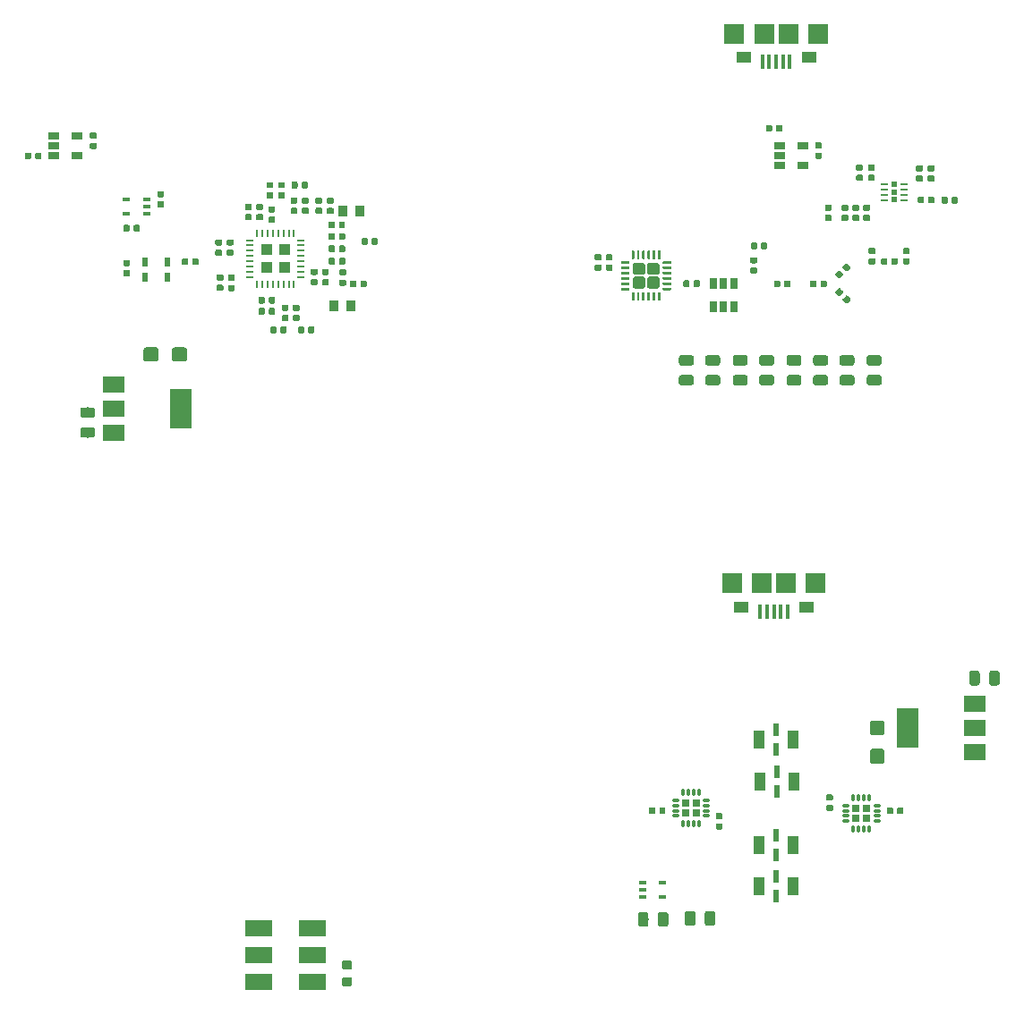
<source format=gtp>
%MOIN*%
%OFA0B0*%
%FSLAX46Y46*%
%IPPOS*%
%LPD*%
%ADD10R,0.1X0.064960629921259838*%
%ADD11C,0.0039370078740157488*%
%ADD12C,0.034448818897637797*%
%ADD23R,0.02874015748031496X0.02874015748031496*%
%ADD24O,0.011811023622047244X0.029527559055118113*%
%ADD25O,0.029527559055118113X0.011811023622047244*%
%ADD26R,0.040944881889763786X0.070866141732283464*%
%ADD27R,0.024015748031496063X0.049015748031496068*%
%ADD28C,0.0039370078740157488*%
%ADD29C,0.038385826771653545*%
%ADD30C,0.023228346456692913*%
%ADD31C,0.053149606299212608*%
%ADD32R,0.074803149606299218X0.074803149606299218*%
%ADD33R,0.053149606299212608X0.03937007874015748*%
%ADD34R,0.015748031496062995X0.053149606299212608*%
%ADD35R,0.025590551181102365X0.015748031496062995*%
%ADD36R,0.07874015748031496X0.14960629921259844*%
%ADD37R,0.07874015748031496X0.059055118110236227*%
%ADD38C,0.0039370078740157488*%
%ADD39C,0.044488188976377949*%
%ADD40C,0.00984251968503937*%
%ADD41C,0.023228346456692913*%
%ADD42R,0.074803149606299218X0.074803149606299218*%
%ADD43R,0.053149606299212608X0.03937007874015748*%
%ADD44R,0.015748031496062995X0.053149606299212608*%
%ADD45C,0.038385826771653545*%
%ADD46R,0.041732283464566935X0.025590551181102365*%
%ADD47R,0.027559055118110236X0.00984251968503937*%
%ADD48R,0.01968503937007874X0.023228346456692913*%
%ADD49R,0.025590551181102365X0.041732283464566935*%
%ADD50C,0.0039370078740157488*%
%ADD51C,0.023228346456692913*%
%ADD52R,0.033464566929133861X0.03937007874015748*%
%ADD53R,0.024803149606299216X0.033070866141732283*%
%ADD54R,0.040748031496062993X0.040748031496062993*%
%ADD55R,0.027559055118110236X0.00984251968503937*%
%ADD56R,0.00984251968503937X0.027559055118110236*%
%ADD57C,0.038385826771653545*%
%ADD58C,0.053149606299212608*%
%ADD59R,0.07874015748031496X0.14960629921259844*%
%ADD60R,0.07874015748031496X0.059055118110236227*%
%ADD61R,0.041732283464566935X0.025590551181102365*%
%ADD62R,0.025590551181102365X0.015748031496062995*%
G01*
D10*
X-0007755905Y0004055118D02*
X0001273337Y0000545235D03*
X0001073337Y0000545235D03*
X0001273337Y0000445235D03*
X0001073337Y0000445235D03*
X0001273337Y0000345235D03*
X0001073337Y0000345235D03*
D11*
G36*
X0001412507Y0000426139D02*
X0001413343Y0000426015D01*
X0001414163Y0000425810D01*
X0001414959Y0000425525D01*
X0001415723Y0000425164D01*
X0001416448Y0000424729D01*
X0001417126Y0000424226D01*
X0001417753Y0000423658D01*
X0001418320Y0000423032D01*
X0001418824Y0000422353D01*
X0001419258Y0000421628D01*
X0001419620Y0000420864D01*
X0001419904Y0000420068D01*
X0001420110Y0000419249D01*
X0001420234Y0000418412D01*
X0001420275Y0000417568D01*
X0001420275Y0000400344D01*
X0001420234Y0000399500D01*
X0001420110Y0000398664D01*
X0001419904Y0000397844D01*
X0001419620Y0000397048D01*
X0001419258Y0000396284D01*
X0001418824Y0000395559D01*
X0001418320Y0000394880D01*
X0001417753Y0000394254D01*
X0001417126Y0000393687D01*
X0001416448Y0000393183D01*
X0001415723Y0000392749D01*
X0001414959Y0000392387D01*
X0001414163Y0000392103D01*
X0001413343Y0000391897D01*
X0001412507Y0000391773D01*
X0001411663Y0000391732D01*
X0001391486Y0000391732D01*
X0001390642Y0000391773D01*
X0001389806Y0000391897D01*
X0001388986Y0000392103D01*
X0001388190Y0000392387D01*
X0001387426Y0000392749D01*
X0001386701Y0000393183D01*
X0001386022Y0000393687D01*
X0001385396Y0000394254D01*
X0001384828Y0000394880D01*
X0001384325Y0000395559D01*
X0001383890Y0000396284D01*
X0001383529Y0000397048D01*
X0001383244Y0000397844D01*
X0001383039Y0000398664D01*
X0001382915Y0000399500D01*
X0001382874Y0000400344D01*
X0001382874Y0000417568D01*
X0001382915Y0000418412D01*
X0001383039Y0000419249D01*
X0001383244Y0000420068D01*
X0001383529Y0000420864D01*
X0001383890Y0000421628D01*
X0001384325Y0000422353D01*
X0001384828Y0000423032D01*
X0001385396Y0000423658D01*
X0001386022Y0000424226D01*
X0001386701Y0000424729D01*
X0001387426Y0000425164D01*
X0001388190Y0000425525D01*
X0001388986Y0000425810D01*
X0001389806Y0000426015D01*
X0001390642Y0000426139D01*
X0001391486Y0000426181D01*
X0001411663Y0000426181D01*
X0001412507Y0000426139D01*
X0001412507Y0000426139D01*
G37*
D12*
X0001401574Y0000408956D03*
D11*
G36*
X0001412507Y0000364131D02*
X0001413343Y0000364007D01*
X0001414163Y0000363802D01*
X0001414959Y0000363517D01*
X0001415723Y0000363156D01*
X0001416448Y0000362721D01*
X0001417126Y0000362218D01*
X0001417753Y0000361650D01*
X0001418320Y0000361024D01*
X0001418824Y0000360345D01*
X0001419258Y0000359620D01*
X0001419620Y0000358856D01*
X0001419904Y0000358061D01*
X0001420110Y0000357241D01*
X0001420234Y0000356405D01*
X0001420275Y0000355561D01*
X0001420275Y0000338336D01*
X0001420234Y0000337492D01*
X0001420110Y0000336656D01*
X0001419904Y0000335836D01*
X0001419620Y0000335040D01*
X0001419258Y0000334276D01*
X0001418824Y0000333551D01*
X0001418320Y0000332873D01*
X0001417753Y0000332246D01*
X0001417126Y0000331679D01*
X0001416448Y0000331175D01*
X0001415723Y0000330741D01*
X0001414959Y0000330379D01*
X0001414163Y0000330095D01*
X0001413343Y0000329889D01*
X0001412507Y0000329765D01*
X0001411663Y0000329724D01*
X0001391486Y0000329724D01*
X0001390642Y0000329765D01*
X0001389806Y0000329889D01*
X0001388986Y0000330095D01*
X0001388190Y0000330379D01*
X0001387426Y0000330741D01*
X0001386701Y0000331175D01*
X0001386022Y0000331679D01*
X0001385396Y0000332246D01*
X0001384828Y0000332873D01*
X0001384325Y0000333551D01*
X0001383890Y0000334276D01*
X0001383529Y0000335040D01*
X0001383244Y0000335836D01*
X0001383039Y0000336656D01*
X0001382915Y0000337492D01*
X0001382874Y0000338336D01*
X0001382874Y0000355561D01*
X0001382915Y0000356405D01*
X0001383039Y0000357241D01*
X0001383244Y0000358061D01*
X0001383529Y0000358856D01*
X0001383890Y0000359620D01*
X0001384325Y0000360345D01*
X0001384828Y0000361024D01*
X0001385396Y0000361650D01*
X0001386022Y0000362218D01*
X0001386701Y0000362721D01*
X0001387426Y0000363156D01*
X0001388190Y0000363517D01*
X0001388986Y0000363802D01*
X0001389806Y0000364007D01*
X0001390642Y0000364131D01*
X0001391486Y0000364173D01*
X0001411663Y0000364173D01*
X0001412507Y0000364131D01*
X0001412507Y0000364131D01*
G37*
D12*
X0001401574Y0000346948D03*
G04 next file*
G04 #@! TF.GenerationSoftware,KiCad,Pcbnew,(5.0.2)-1*
G04 #@! TF.CreationDate,2019-01-06T12:14:53+11:00*
G04 #@! TF.ProjectId,Filter_Bank_Dev_Rev_0,46696c74-6572-45f4-9261-6e6b5f446576,0*
G04 #@! TF.SameCoordinates,Original*
G04 #@! TF.FileFunction,Paste,Top*
G04 #@! TF.FilePolarity,Positive*
G04 Gerber Fmt 4.6, Leading zero omitted, Abs format (unit mm)*
G04 Created by KiCad (PCBNEW (5.0.2)-1) date 6/01/2019 12:14:53*
G01*
G04 APERTURE LIST*
G04 APERTURE END LIST*
D23*
G04 #@! TO.C,U1*
X-0001732283Y0003543307D02*
X0002663385Y0001013779D03*
X0002702755Y0001013779D03*
X0002702755Y0000974409D03*
X0002663385Y0000974409D03*
D24*
X0002712598Y0000936023D03*
X0002692913Y0000936023D03*
X0002673228Y0000936023D03*
X0002653543Y0000936023D03*
D25*
X0002625000Y0000964566D03*
X0002625000Y0000984251D03*
X0002625000Y0001003937D03*
X0002625000Y0001023622D03*
D24*
X0002653543Y0001052165D03*
X0002673228Y0001052165D03*
X0002692913Y0001052165D03*
X0002712598Y0001052165D03*
D25*
X0002741141Y0001023622D03*
X0002741141Y0001003937D03*
X0002741141Y0000984251D03*
X0002741141Y0000964566D03*
G04 #@! TD*
D23*
G04 #@! TO.C,U4*
X0003336614Y0000954724D03*
X0003297244Y0000954724D03*
X0003297244Y0000994094D03*
X0003336614Y0000994094D03*
D24*
X0003287401Y0001032480D03*
X0003307086Y0001032480D03*
X0003326771Y0001032480D03*
X0003346456Y0001032480D03*
D25*
X0003375000Y0001003937D03*
X0003375000Y0000984251D03*
X0003375000Y0000964566D03*
X0003375000Y0000944881D03*
D24*
X0003346456Y0000916338D03*
X0003326771Y0000916338D03*
X0003307086Y0000916338D03*
X0003287401Y0000916338D03*
D25*
X0003258858Y0000944881D03*
X0003258858Y0000964566D03*
X0003258858Y0000984251D03*
X0003258858Y0001003937D03*
G04 #@! TD*
D26*
G04 #@! TO.C,FL1*
X0003063976Y0000701870D03*
X0002936023Y0000701870D03*
D27*
X0003000000Y0000738188D03*
X0003000000Y0000665551D03*
G04 #@! TD*
D26*
G04 #@! TO.C,FL2*
X0003063976Y0000856299D03*
X0002936023Y0000856299D03*
D27*
X0003000000Y0000892618D03*
X0003000000Y0000819980D03*
G04 #@! TD*
D26*
G04 #@! TO.C,FL3*
X0003065944Y0001092519D03*
X0002937992Y0001092519D03*
D27*
X0003001968Y0001128838D03*
X0003001968Y0001056200D03*
G04 #@! TD*
D26*
G04 #@! TO.C,FL4*
X0003063976Y0001250000D03*
X0002936023Y0001250000D03*
D27*
X0003000000Y0001286318D03*
X0003000000Y0001213681D03*
G04 #@! TD*
D28*
G04 #@! TO.C,C2*
G36*
X0003749218Y0001505859D02*
X0003750149Y0001505721D01*
X0003751063Y0001505492D01*
X0003751949Y0001505175D01*
X0003752801Y0001504772D01*
X0003753609Y0001504288D01*
X0003754365Y0001503727D01*
X0003755063Y0001503094D01*
X0003755695Y0001502396D01*
X0003756256Y0001501640D01*
X0003756740Y0001500832D01*
X0003757143Y0001499981D01*
X0003757460Y0001499094D01*
X0003757689Y0001498181D01*
X0003757827Y0001497249D01*
X0003757873Y0001496309D01*
X0003757873Y0001460383D01*
X0003757827Y0001459443D01*
X0003757689Y0001458511D01*
X0003757460Y0001457598D01*
X0003757143Y0001456711D01*
X0003756740Y0001455860D01*
X0003756256Y0001455052D01*
X0003755695Y0001454295D01*
X0003755063Y0001453598D01*
X0003754365Y0001452965D01*
X0003753609Y0001452404D01*
X0003752801Y0001451920D01*
X0003751949Y0001451517D01*
X0003751063Y0001451200D01*
X0003750149Y0001450971D01*
X0003749218Y0001450833D01*
X0003748277Y0001450787D01*
X0003729084Y0001450787D01*
X0003728144Y0001450833D01*
X0003727212Y0001450971D01*
X0003726298Y0001451200D01*
X0003725412Y0001451517D01*
X0003724560Y0001451920D01*
X0003723753Y0001452404D01*
X0003722996Y0001452965D01*
X0003722298Y0001453598D01*
X0003721666Y0001454295D01*
X0003721105Y0001455052D01*
X0003720621Y0001455860D01*
X0003720218Y0001456711D01*
X0003719901Y0001457598D01*
X0003719672Y0001458511D01*
X0003719534Y0001459443D01*
X0003719488Y0001460383D01*
X0003719488Y0001496309D01*
X0003719534Y0001497249D01*
X0003719672Y0001498181D01*
X0003719901Y0001499094D01*
X0003720218Y0001499981D01*
X0003720621Y0001500832D01*
X0003721105Y0001501640D01*
X0003721666Y0001502396D01*
X0003722298Y0001503094D01*
X0003722996Y0001503727D01*
X0003723753Y0001504288D01*
X0003724560Y0001504772D01*
X0003725412Y0001505175D01*
X0003726298Y0001505492D01*
X0003727212Y0001505721D01*
X0003728144Y0001505859D01*
X0003729084Y0001505905D01*
X0003748277Y0001505905D01*
X0003749218Y0001505859D01*
X0003749218Y0001505859D01*
G37*
D29*
X0003738681Y0001478346D03*
D28*
G36*
X0003823037Y0001505859D02*
X0003823968Y0001505721D01*
X0003824882Y0001505492D01*
X0003825768Y0001505175D01*
X0003826620Y0001504772D01*
X0003827427Y0001504288D01*
X0003828184Y0001503727D01*
X0003828882Y0001503094D01*
X0003829514Y0001502396D01*
X0003830075Y0001501640D01*
X0003830559Y0001500832D01*
X0003830962Y0001499981D01*
X0003831279Y0001499094D01*
X0003831508Y0001498181D01*
X0003831646Y0001497249D01*
X0003831692Y0001496309D01*
X0003831692Y0001460383D01*
X0003831646Y0001459443D01*
X0003831508Y0001458511D01*
X0003831279Y0001457598D01*
X0003830962Y0001456711D01*
X0003830559Y0001455860D01*
X0003830075Y0001455052D01*
X0003829514Y0001454295D01*
X0003828882Y0001453598D01*
X0003828184Y0001452965D01*
X0003827427Y0001452404D01*
X0003826620Y0001451920D01*
X0003825768Y0001451517D01*
X0003824882Y0001451200D01*
X0003823968Y0001450971D01*
X0003823037Y0001450833D01*
X0003822096Y0001450787D01*
X0003802903Y0001450787D01*
X0003801962Y0001450833D01*
X0003801031Y0001450971D01*
X0003800117Y0001451200D01*
X0003799231Y0001451517D01*
X0003798379Y0001451920D01*
X0003797572Y0001452404D01*
X0003796815Y0001452965D01*
X0003796117Y0001453598D01*
X0003795485Y0001454295D01*
X0003794924Y0001455052D01*
X0003794440Y0001455860D01*
X0003794037Y0001456711D01*
X0003793720Y0001457598D01*
X0003793491Y0001458511D01*
X0003793353Y0001459443D01*
X0003793307Y0001460383D01*
X0003793307Y0001496309D01*
X0003793353Y0001497249D01*
X0003793491Y0001498181D01*
X0003793720Y0001499094D01*
X0003794037Y0001499981D01*
X0003794440Y0001500832D01*
X0003794924Y0001501640D01*
X0003795485Y0001502396D01*
X0003796117Y0001503094D01*
X0003796815Y0001503727D01*
X0003797572Y0001504288D01*
X0003798379Y0001504772D01*
X0003799231Y0001505175D01*
X0003800117Y0001505492D01*
X0003801031Y0001505721D01*
X0003801962Y0001505859D01*
X0003802903Y0001505905D01*
X0003822096Y0001505905D01*
X0003823037Y0001505859D01*
X0003823037Y0001505859D01*
G37*
D29*
X0003812500Y0001478346D03*
G04 #@! TD*
D28*
G04 #@! TO.C,C3*
G36*
X0003206179Y0001044460D02*
X0003206743Y0001044376D01*
X0003207295Y0001044238D01*
X0003207832Y0001044046D01*
X0003208347Y0001043802D01*
X0003208836Y0001043509D01*
X0003209294Y0001043170D01*
X0003209716Y0001042787D01*
X0003210099Y0001042365D01*
X0003210438Y0001041907D01*
X0003210731Y0001041418D01*
X0003210975Y0001040903D01*
X0003211167Y0001040366D01*
X0003211305Y0001039814D01*
X0003211389Y0001039250D01*
X0003211417Y0001038681D01*
X0003211417Y0001027066D01*
X0003211389Y0001026497D01*
X0003211305Y0001025933D01*
X0003211167Y0001025381D01*
X0003210975Y0001024844D01*
X0003210731Y0001024329D01*
X0003210438Y0001023840D01*
X0003210099Y0001023382D01*
X0003209716Y0001022960D01*
X0003209294Y0001022577D01*
X0003208836Y0001022238D01*
X0003208347Y0001021945D01*
X0003207832Y0001021701D01*
X0003207295Y0001021509D01*
X0003206743Y0001021371D01*
X0003206179Y0001021287D01*
X0003205610Y0001021259D01*
X0003192027Y0001021259D01*
X0003191458Y0001021287D01*
X0003190894Y0001021371D01*
X0003190341Y0001021509D01*
X0003189805Y0001021701D01*
X0003189290Y0001021945D01*
X0003188801Y0001022238D01*
X0003188343Y0001022577D01*
X0003187921Y0001022960D01*
X0003187538Y0001023382D01*
X0003187199Y0001023840D01*
X0003186906Y0001024329D01*
X0003186662Y0001024844D01*
X0003186470Y0001025381D01*
X0003186332Y0001025933D01*
X0003186248Y0001026497D01*
X0003186220Y0001027066D01*
X0003186220Y0001038681D01*
X0003186248Y0001039250D01*
X0003186332Y0001039814D01*
X0003186470Y0001040366D01*
X0003186662Y0001040903D01*
X0003186906Y0001041418D01*
X0003187199Y0001041907D01*
X0003187538Y0001042365D01*
X0003187921Y0001042787D01*
X0003188343Y0001043170D01*
X0003188801Y0001043509D01*
X0003189290Y0001043802D01*
X0003189805Y0001044046D01*
X0003190341Y0001044238D01*
X0003190894Y0001044376D01*
X0003191458Y0001044460D01*
X0003192027Y0001044488D01*
X0003205610Y0001044488D01*
X0003206179Y0001044460D01*
X0003206179Y0001044460D01*
G37*
D30*
X0003198818Y0001032874D03*
D28*
G36*
X0003206179Y0001006271D02*
X0003206743Y0001006187D01*
X0003207295Y0001006049D01*
X0003207832Y0001005857D01*
X0003208347Y0001005613D01*
X0003208836Y0001005320D01*
X0003209294Y0001004981D01*
X0003209716Y0001004598D01*
X0003210099Y0001004176D01*
X0003210438Y0001003718D01*
X0003210731Y0001003229D01*
X0003210975Y0001002714D01*
X0003211167Y0001002177D01*
X0003211305Y0001001625D01*
X0003211389Y0001001061D01*
X0003211417Y0001000492D01*
X0003211417Y0000988877D01*
X0003211389Y0000988308D01*
X0003211305Y0000987745D01*
X0003211167Y0000987192D01*
X0003210975Y0000986655D01*
X0003210731Y0000986140D01*
X0003210438Y0000985651D01*
X0003210099Y0000985193D01*
X0003209716Y0000984771D01*
X0003209294Y0000984388D01*
X0003208836Y0000984049D01*
X0003208347Y0000983756D01*
X0003207832Y0000983512D01*
X0003207295Y0000983320D01*
X0003206743Y0000983182D01*
X0003206179Y0000983098D01*
X0003205610Y0000983070D01*
X0003192027Y0000983070D01*
X0003191458Y0000983098D01*
X0003190894Y0000983182D01*
X0003190341Y0000983320D01*
X0003189805Y0000983512D01*
X0003189290Y0000983756D01*
X0003188801Y0000984049D01*
X0003188343Y0000984388D01*
X0003187921Y0000984771D01*
X0003187538Y0000985193D01*
X0003187199Y0000985651D01*
X0003186906Y0000986140D01*
X0003186662Y0000986655D01*
X0003186470Y0000987192D01*
X0003186332Y0000987745D01*
X0003186248Y0000988308D01*
X0003186220Y0000988877D01*
X0003186220Y0001000492D01*
X0003186248Y0001001061D01*
X0003186332Y0001001625D01*
X0003186470Y0001002177D01*
X0003186662Y0001002714D01*
X0003186906Y0001003229D01*
X0003187199Y0001003718D01*
X0003187538Y0001004176D01*
X0003187921Y0001004598D01*
X0003188343Y0001004981D01*
X0003188801Y0001005320D01*
X0003189290Y0001005613D01*
X0003189805Y0001005857D01*
X0003190341Y0001006049D01*
X0003190894Y0001006187D01*
X0003191458Y0001006271D01*
X0003192027Y0001006299D01*
X0003205610Y0001006299D01*
X0003206179Y0001006271D01*
X0003206179Y0001006271D01*
G37*
D30*
X0003198818Y0000994685D03*
G04 #@! TD*
D28*
G04 #@! TO.C,C4*
G36*
X0003393690Y0001320818D02*
X0003394644Y0001320677D01*
X0003395580Y0001320442D01*
X0003396489Y0001320117D01*
X0003397361Y0001319705D01*
X0003398189Y0001319209D01*
X0003398964Y0001318634D01*
X0003399679Y0001317986D01*
X0003400327Y0001317271D01*
X0003400901Y0001316496D01*
X0003401398Y0001315668D01*
X0003401810Y0001314796D01*
X0003402135Y0001313887D01*
X0003402370Y0001312951D01*
X0003402511Y0001311997D01*
X0003402559Y0001311033D01*
X0003402559Y0001275580D01*
X0003402511Y0001274616D01*
X0003402370Y0001273662D01*
X0003402135Y0001272726D01*
X0003401810Y0001271817D01*
X0003401398Y0001270945D01*
X0003400901Y0001270117D01*
X0003400327Y0001269342D01*
X0003399679Y0001268627D01*
X0003398964Y0001267979D01*
X0003398189Y0001267405D01*
X0003397361Y0001266909D01*
X0003396489Y0001266496D01*
X0003395580Y0001266171D01*
X0003394644Y0001265936D01*
X0003393690Y0001265795D01*
X0003392726Y0001265748D01*
X0003359242Y0001265748D01*
X0003358278Y0001265795D01*
X0003357323Y0001265936D01*
X0003356387Y0001266171D01*
X0003355479Y0001266496D01*
X0003354607Y0001266909D01*
X0003353779Y0001267405D01*
X0003353004Y0001267979D01*
X0003352289Y0001268627D01*
X0003351641Y0001269342D01*
X0003351066Y0001270117D01*
X0003350570Y0001270945D01*
X0003350157Y0001271817D01*
X0003349832Y0001272726D01*
X0003349598Y0001273662D01*
X0003349456Y0001274616D01*
X0003349409Y0001275580D01*
X0003349409Y0001311033D01*
X0003349456Y0001311997D01*
X0003349598Y0001312951D01*
X0003349832Y0001313887D01*
X0003350157Y0001314796D01*
X0003350570Y0001315668D01*
X0003351066Y0001316496D01*
X0003351641Y0001317271D01*
X0003352289Y0001317986D01*
X0003353004Y0001318634D01*
X0003353779Y0001319209D01*
X0003354607Y0001319705D01*
X0003355479Y0001320117D01*
X0003356387Y0001320442D01*
X0003357323Y0001320677D01*
X0003358278Y0001320818D01*
X0003359242Y0001320866D01*
X0003392726Y0001320866D01*
X0003393690Y0001320818D01*
X0003393690Y0001320818D01*
G37*
D31*
X0003375984Y0001293307D03*
D28*
G36*
X0003393681Y0001214519D02*
X0003394636Y0001214377D01*
X0003395573Y0001214143D01*
X0003396483Y0001213817D01*
X0003397356Y0001213404D01*
X0003398184Y0001212908D01*
X0003398960Y0001212332D01*
X0003399676Y0001211684D01*
X0003400324Y0001210968D01*
X0003400900Y0001210192D01*
X0003401396Y0001209364D01*
X0003401809Y0001208490D01*
X0003402135Y0001207581D01*
X0003402369Y0001206644D01*
X0003402511Y0001205689D01*
X0003402559Y0001204724D01*
X0003402559Y0001169291D01*
X0003402511Y0001168326D01*
X0003402369Y0001167371D01*
X0003402135Y0001166434D01*
X0003401809Y0001165524D01*
X0003401396Y0001164651D01*
X0003400900Y0001163823D01*
X0003400324Y0001163047D01*
X0003399676Y0001162331D01*
X0003398960Y0001161682D01*
X0003398184Y0001161107D01*
X0003397356Y0001160611D01*
X0003396483Y0001160197D01*
X0003395573Y0001159872D01*
X0003394636Y0001159637D01*
X0003393681Y0001159496D01*
X0003392716Y0001159448D01*
X0003359251Y0001159448D01*
X0003358287Y0001159496D01*
X0003357331Y0001159637D01*
X0003356394Y0001159872D01*
X0003355485Y0001160197D01*
X0003354612Y0001160611D01*
X0003353783Y0001161107D01*
X0003353007Y0001161682D01*
X0003352292Y0001162331D01*
X0003351643Y0001163047D01*
X0003351068Y0001163823D01*
X0003350571Y0001164651D01*
X0003350158Y0001165524D01*
X0003349833Y0001166434D01*
X0003349598Y0001167371D01*
X0003349456Y0001168326D01*
X0003349409Y0001169291D01*
X0003349409Y0001204724D01*
X0003349456Y0001205689D01*
X0003349598Y0001206644D01*
X0003349833Y0001207581D01*
X0003350158Y0001208490D01*
X0003350571Y0001209364D01*
X0003351068Y0001210192D01*
X0003351643Y0001210968D01*
X0003352292Y0001211684D01*
X0003353007Y0001212332D01*
X0003353783Y0001212908D01*
X0003354612Y0001213404D01*
X0003355485Y0001213817D01*
X0003356394Y0001214143D01*
X0003357331Y0001214377D01*
X0003358287Y0001214519D01*
X0003359251Y0001214566D01*
X0003392716Y0001214566D01*
X0003393681Y0001214519D01*
X0003393681Y0001214519D01*
G37*
D31*
X0003375984Y0001187007D03*
G04 #@! TD*
D28*
G04 #@! TO.C,C5*
G36*
X0002794762Y0000975562D02*
X0002795325Y0000975478D01*
X0002795878Y0000975340D01*
X0002796415Y0000975148D01*
X0002796930Y0000974904D01*
X0002797419Y0000974611D01*
X0002797876Y0000974272D01*
X0002798299Y0000973889D01*
X0002798681Y0000973467D01*
X0002799021Y0000973009D01*
X0002799314Y0000972520D01*
X0002799557Y0000972005D01*
X0002799749Y0000971469D01*
X0002799888Y0000970916D01*
X0002799972Y0000970352D01*
X0002800000Y0000969783D01*
X0002800000Y0000958169D01*
X0002799972Y0000957600D01*
X0002799888Y0000957036D01*
X0002799749Y0000956483D01*
X0002799557Y0000955946D01*
X0002799314Y0000955431D01*
X0002799021Y0000954943D01*
X0002798681Y0000954485D01*
X0002798299Y0000954063D01*
X0002797876Y0000953680D01*
X0002797419Y0000953340D01*
X0002796930Y0000953047D01*
X0002796415Y0000952804D01*
X0002795878Y0000952612D01*
X0002795325Y0000952473D01*
X0002794762Y0000952390D01*
X0002794192Y0000952362D01*
X0002780610Y0000952362D01*
X0002780041Y0000952390D01*
X0002779477Y0000952473D01*
X0002778924Y0000952612D01*
X0002778387Y0000952804D01*
X0002777872Y0000953047D01*
X0002777383Y0000953340D01*
X0002776926Y0000953680D01*
X0002776504Y0000954063D01*
X0002776121Y0000954485D01*
X0002775781Y0000954943D01*
X0002775488Y0000955431D01*
X0002775245Y0000955946D01*
X0002775053Y0000956483D01*
X0002774914Y0000957036D01*
X0002774831Y0000957600D01*
X0002774803Y0000958169D01*
X0002774803Y0000969783D01*
X0002774831Y0000970352D01*
X0002774914Y0000970916D01*
X0002775053Y0000971469D01*
X0002775245Y0000972005D01*
X0002775488Y0000972520D01*
X0002775781Y0000973009D01*
X0002776121Y0000973467D01*
X0002776504Y0000973889D01*
X0002776926Y0000974272D01*
X0002777383Y0000974611D01*
X0002777872Y0000974904D01*
X0002778387Y0000975148D01*
X0002778924Y0000975340D01*
X0002779477Y0000975478D01*
X0002780041Y0000975562D01*
X0002780610Y0000975590D01*
X0002794192Y0000975590D01*
X0002794762Y0000975562D01*
X0002794762Y0000975562D01*
G37*
D30*
X0002787401Y0000963976D03*
D28*
G36*
X0002794762Y0000937373D02*
X0002795325Y0000937289D01*
X0002795878Y0000937151D01*
X0002796415Y0000936959D01*
X0002796930Y0000936715D01*
X0002797419Y0000936422D01*
X0002797876Y0000936083D01*
X0002798299Y0000935700D01*
X0002798681Y0000935278D01*
X0002799021Y0000934820D01*
X0002799314Y0000934331D01*
X0002799557Y0000933816D01*
X0002799749Y0000933280D01*
X0002799888Y0000932727D01*
X0002799972Y0000932163D01*
X0002800000Y0000931594D01*
X0002800000Y0000919980D01*
X0002799972Y0000919411D01*
X0002799888Y0000918847D01*
X0002799749Y0000918294D01*
X0002799557Y0000917758D01*
X0002799314Y0000917242D01*
X0002799021Y0000916754D01*
X0002798681Y0000916296D01*
X0002798299Y0000915874D01*
X0002797876Y0000915491D01*
X0002797419Y0000915151D01*
X0002796930Y0000914858D01*
X0002796415Y0000914615D01*
X0002795878Y0000914423D01*
X0002795325Y0000914284D01*
X0002794762Y0000914201D01*
X0002794192Y0000914173D01*
X0002780610Y0000914173D01*
X0002780041Y0000914201D01*
X0002779477Y0000914284D01*
X0002778924Y0000914423D01*
X0002778387Y0000914615D01*
X0002777872Y0000914858D01*
X0002777383Y0000915151D01*
X0002776926Y0000915491D01*
X0002776504Y0000915874D01*
X0002776121Y0000916296D01*
X0002775781Y0000916754D01*
X0002775488Y0000917242D01*
X0002775245Y0000917758D01*
X0002775053Y0000918294D01*
X0002774914Y0000918847D01*
X0002774831Y0000919411D01*
X0002774803Y0000919980D01*
X0002774803Y0000931594D01*
X0002774831Y0000932163D01*
X0002774914Y0000932727D01*
X0002775053Y0000933280D01*
X0002775245Y0000933816D01*
X0002775488Y0000934331D01*
X0002775781Y0000934820D01*
X0002776121Y0000935278D01*
X0002776504Y0000935700D01*
X0002776926Y0000936083D01*
X0002777383Y0000936422D01*
X0002777872Y0000936715D01*
X0002778387Y0000936959D01*
X0002778924Y0000937151D01*
X0002779477Y0000937289D01*
X0002780041Y0000937373D01*
X0002780610Y0000937401D01*
X0002794192Y0000937401D01*
X0002794762Y0000937373D01*
X0002794762Y0000937373D01*
G37*
D30*
X0002787401Y0000925787D03*
G04 #@! TD*
D32*
G04 #@! TO.C,J1*
X0002946850Y0001832677D03*
X0003037401Y0001832677D03*
X0003147637Y0001832677D03*
X0002836614Y0001832677D03*
D33*
X0002870078Y0001744094D03*
X0003114173Y0001744094D03*
D34*
X0002992125Y0001727362D03*
X0002940944Y0001727362D03*
X0002966535Y0001727362D03*
X0003043307Y0001727362D03*
X0003017716Y0001727362D03*
G04 #@! TD*
D28*
G04 #@! TO.C,R1*
G36*
X0002589277Y0000606252D02*
X0002590208Y0000606114D01*
X0002591122Y0000605885D01*
X0002592009Y0000605568D01*
X0002592860Y0000605166D01*
X0002593668Y0000604681D01*
X0002594424Y0000604120D01*
X0002595122Y0000603488D01*
X0002595754Y0000602790D01*
X0002596315Y0000602034D01*
X0002596799Y0000601226D01*
X0002597202Y0000600375D01*
X0002597519Y0000599488D01*
X0002597748Y0000598574D01*
X0002597886Y0000597643D01*
X0002597933Y0000596702D01*
X0002597933Y0000560777D01*
X0002597886Y0000559836D01*
X0002597748Y0000558905D01*
X0002597519Y0000557991D01*
X0002597202Y0000557105D01*
X0002596799Y0000556253D01*
X0002596315Y0000555446D01*
X0002595754Y0000554689D01*
X0002595122Y0000553991D01*
X0002594424Y0000553359D01*
X0002593668Y0000552798D01*
X0002592860Y0000552314D01*
X0002592009Y0000551911D01*
X0002591122Y0000551594D01*
X0002590208Y0000551365D01*
X0002589277Y0000551227D01*
X0002588336Y0000551181D01*
X0002569143Y0000551181D01*
X0002568203Y0000551227D01*
X0002567271Y0000551365D01*
X0002566357Y0000551594D01*
X0002565471Y0000551911D01*
X0002564619Y0000552314D01*
X0002563812Y0000552798D01*
X0002563055Y0000553359D01*
X0002562357Y0000553991D01*
X0002561725Y0000554689D01*
X0002561164Y0000555446D01*
X0002560680Y0000556253D01*
X0002560277Y0000557105D01*
X0002559960Y0000557991D01*
X0002559731Y0000558905D01*
X0002559593Y0000559836D01*
X0002559547Y0000560777D01*
X0002559547Y0000596702D01*
X0002559593Y0000597643D01*
X0002559731Y0000598574D01*
X0002559960Y0000599488D01*
X0002560277Y0000600375D01*
X0002560680Y0000601226D01*
X0002561164Y0000602034D01*
X0002561725Y0000602790D01*
X0002562357Y0000603488D01*
X0002563055Y0000604120D01*
X0002563812Y0000604681D01*
X0002564619Y0000605166D01*
X0002565471Y0000605568D01*
X0002566357Y0000605885D01*
X0002567271Y0000606114D01*
X0002568203Y0000606252D01*
X0002569143Y0000606299D01*
X0002588336Y0000606299D01*
X0002589277Y0000606252D01*
X0002589277Y0000606252D01*
G37*
D29*
X0002578740Y0000578740D03*
D28*
G36*
X0002515458Y0000606252D02*
X0002516389Y0000606114D01*
X0002517303Y0000605885D01*
X0002518190Y0000605568D01*
X0002519041Y0000605166D01*
X0002519849Y0000604681D01*
X0002520605Y0000604120D01*
X0002521303Y0000603488D01*
X0002521935Y0000602790D01*
X0002522496Y0000602034D01*
X0002522981Y0000601226D01*
X0002523383Y0000600375D01*
X0002523700Y0000599488D01*
X0002523929Y0000598574D01*
X0002524067Y0000597643D01*
X0002524114Y0000596702D01*
X0002524114Y0000560777D01*
X0002524067Y0000559836D01*
X0002523929Y0000558905D01*
X0002523700Y0000557991D01*
X0002523383Y0000557105D01*
X0002522981Y0000556253D01*
X0002522496Y0000555446D01*
X0002521935Y0000554689D01*
X0002521303Y0000553991D01*
X0002520605Y0000553359D01*
X0002519849Y0000552798D01*
X0002519041Y0000552314D01*
X0002518190Y0000551911D01*
X0002517303Y0000551594D01*
X0002516389Y0000551365D01*
X0002515458Y0000551227D01*
X0002514517Y0000551181D01*
X0002495324Y0000551181D01*
X0002494384Y0000551227D01*
X0002493452Y0000551365D01*
X0002492539Y0000551594D01*
X0002491652Y0000551911D01*
X0002490801Y0000552314D01*
X0002489993Y0000552798D01*
X0002489236Y0000553359D01*
X0002488539Y0000553991D01*
X0002487906Y0000554689D01*
X0002487345Y0000555446D01*
X0002486861Y0000556253D01*
X0002486458Y0000557105D01*
X0002486141Y0000557991D01*
X0002485912Y0000558905D01*
X0002485774Y0000559836D01*
X0002485728Y0000560777D01*
X0002485728Y0000596702D01*
X0002485774Y0000597643D01*
X0002485912Y0000598574D01*
X0002486141Y0000599488D01*
X0002486458Y0000600375D01*
X0002486861Y0000601226D01*
X0002487345Y0000602034D01*
X0002487906Y0000602790D01*
X0002488539Y0000603488D01*
X0002489236Y0000604120D01*
X0002489993Y0000604681D01*
X0002490801Y0000605166D01*
X0002491652Y0000605568D01*
X0002492539Y0000605885D01*
X0002493452Y0000606114D01*
X0002494384Y0000606252D01*
X0002495324Y0000606299D01*
X0002514517Y0000606299D01*
X0002515458Y0000606252D01*
X0002515458Y0000606252D01*
G37*
D29*
X0002504921Y0000578740D03*
G04 #@! TD*
D28*
G04 #@! TO.C,R2*
G36*
X0002763981Y0000610189D02*
X0002764913Y0000610051D01*
X0002765827Y0000609822D01*
X0002766713Y0000609505D01*
X0002767565Y0000609103D01*
X0002768372Y0000608618D01*
X0002769129Y0000608057D01*
X0002769827Y0000607425D01*
X0002770459Y0000606727D01*
X0002771020Y0000605971D01*
X0002771504Y0000605163D01*
X0002771907Y0000604312D01*
X0002772224Y0000603425D01*
X0002772453Y0000602511D01*
X0002772591Y0000601580D01*
X0002772637Y0000600639D01*
X0002772637Y0000564714D01*
X0002772591Y0000563773D01*
X0002772453Y0000562842D01*
X0002772224Y0000561928D01*
X0002771907Y0000561042D01*
X0002771504Y0000560190D01*
X0002771020Y0000559383D01*
X0002770459Y0000558626D01*
X0002769827Y0000557928D01*
X0002769129Y0000557296D01*
X0002768372Y0000556735D01*
X0002767565Y0000556251D01*
X0002766713Y0000555848D01*
X0002765827Y0000555531D01*
X0002764913Y0000555302D01*
X0002763981Y0000555164D01*
X0002763041Y0000555118D01*
X0002743848Y0000555118D01*
X0002742907Y0000555164D01*
X0002741976Y0000555302D01*
X0002741062Y0000555531D01*
X0002740176Y0000555848D01*
X0002739324Y0000556251D01*
X0002738516Y0000556735D01*
X0002737760Y0000557296D01*
X0002737062Y0000557928D01*
X0002736430Y0000558626D01*
X0002735869Y0000559383D01*
X0002735385Y0000560190D01*
X0002734982Y0000561042D01*
X0002734665Y0000561928D01*
X0002734436Y0000562842D01*
X0002734298Y0000563773D01*
X0002734251Y0000564714D01*
X0002734251Y0000600639D01*
X0002734298Y0000601580D01*
X0002734436Y0000602511D01*
X0002734665Y0000603425D01*
X0002734982Y0000604312D01*
X0002735385Y0000605163D01*
X0002735869Y0000605971D01*
X0002736430Y0000606727D01*
X0002737062Y0000607425D01*
X0002737760Y0000608057D01*
X0002738516Y0000608618D01*
X0002739324Y0000609103D01*
X0002740176Y0000609505D01*
X0002741062Y0000609822D01*
X0002741976Y0000610051D01*
X0002742907Y0000610189D01*
X0002743848Y0000610236D01*
X0002763041Y0000610236D01*
X0002763981Y0000610189D01*
X0002763981Y0000610189D01*
G37*
D29*
X0002753444Y0000582677D03*
D28*
G36*
X0002690163Y0000610189D02*
X0002691094Y0000610051D01*
X0002692008Y0000609822D01*
X0002692894Y0000609505D01*
X0002693746Y0000609103D01*
X0002694553Y0000608618D01*
X0002695310Y0000608057D01*
X0002696008Y0000607425D01*
X0002696640Y0000606727D01*
X0002697201Y0000605971D01*
X0002697685Y0000605163D01*
X0002698088Y0000604312D01*
X0002698405Y0000603425D01*
X0002698634Y0000602511D01*
X0002698772Y0000601580D01*
X0002698818Y0000600639D01*
X0002698818Y0000564714D01*
X0002698772Y0000563773D01*
X0002698634Y0000562842D01*
X0002698405Y0000561928D01*
X0002698088Y0000561042D01*
X0002697685Y0000560190D01*
X0002697201Y0000559383D01*
X0002696640Y0000558626D01*
X0002696008Y0000557928D01*
X0002695310Y0000557296D01*
X0002694553Y0000556735D01*
X0002693746Y0000556251D01*
X0002692894Y0000555848D01*
X0002692008Y0000555531D01*
X0002691094Y0000555302D01*
X0002690163Y0000555164D01*
X0002689222Y0000555118D01*
X0002670029Y0000555118D01*
X0002669088Y0000555164D01*
X0002668157Y0000555302D01*
X0002667243Y0000555531D01*
X0002666357Y0000555848D01*
X0002665505Y0000556251D01*
X0002664698Y0000556735D01*
X0002663941Y0000557296D01*
X0002663243Y0000557928D01*
X0002662611Y0000558626D01*
X0002662050Y0000559383D01*
X0002661566Y0000560190D01*
X0002661163Y0000561042D01*
X0002660846Y0000561928D01*
X0002660617Y0000562842D01*
X0002660479Y0000563773D01*
X0002660433Y0000564714D01*
X0002660433Y0000600639D01*
X0002660479Y0000601580D01*
X0002660617Y0000602511D01*
X0002660846Y0000603425D01*
X0002661163Y0000604312D01*
X0002661566Y0000605163D01*
X0002662050Y0000605971D01*
X0002662611Y0000606727D01*
X0002663243Y0000607425D01*
X0002663941Y0000608057D01*
X0002664698Y0000608618D01*
X0002665505Y0000609103D01*
X0002666357Y0000609505D01*
X0002667243Y0000609822D01*
X0002668157Y0000610051D01*
X0002669088Y0000610189D01*
X0002670029Y0000610236D01*
X0002689222Y0000610236D01*
X0002690163Y0000610189D01*
X0002690163Y0000610189D01*
G37*
D29*
X0002679625Y0000582677D03*
G04 #@! TD*
D35*
G04 #@! TO.C,U2*
X0002501968Y0000714566D03*
X0002501968Y0000663385D03*
X0002501968Y0000688976D03*
X0002576771Y0000663385D03*
X0002576771Y0000714566D03*
G04 #@! TD*
D36*
G04 #@! TO.C,U3*
X0003490157Y0001293307D03*
D37*
X0003738188Y0001293307D03*
X0003738188Y0001383858D03*
X0003738188Y0001202755D03*
G04 #@! TD*
D28*
G04 #@! TO.C,C1*
G36*
X0002544368Y0000996822D02*
X0002544932Y0000996738D01*
X0002545484Y0000996600D01*
X0002546021Y0000996408D01*
X0002546536Y0000996164D01*
X0002547025Y0000995871D01*
X0002547483Y0000995532D01*
X0002547905Y0000995149D01*
X0002548288Y0000994727D01*
X0002548627Y0000994269D01*
X0002548920Y0000993780D01*
X0002549164Y0000993265D01*
X0002549356Y0000992729D01*
X0002549494Y0000992176D01*
X0002549578Y0000991612D01*
X0002549606Y0000991043D01*
X0002549606Y0000977460D01*
X0002549578Y0000976891D01*
X0002549494Y0000976327D01*
X0002549356Y0000975774D01*
X0002549164Y0000975238D01*
X0002548920Y0000974723D01*
X0002548627Y0000974234D01*
X0002548288Y0000973776D01*
X0002547905Y0000973354D01*
X0002547483Y0000972971D01*
X0002547025Y0000972632D01*
X0002546536Y0000972339D01*
X0002546021Y0000972095D01*
X0002545484Y0000971903D01*
X0002544932Y0000971765D01*
X0002544368Y0000971681D01*
X0002543799Y0000971653D01*
X0002532185Y0000971653D01*
X0002531615Y0000971681D01*
X0002531052Y0000971765D01*
X0002530499Y0000971903D01*
X0002529962Y0000972095D01*
X0002529447Y0000972339D01*
X0002528958Y0000972632D01*
X0002528501Y0000972971D01*
X0002528078Y0000973354D01*
X0002527696Y0000973776D01*
X0002527356Y0000974234D01*
X0002527063Y0000974723D01*
X0002526820Y0000975238D01*
X0002526627Y0000975774D01*
X0002526489Y0000976327D01*
X0002526405Y0000976891D01*
X0002526377Y0000977460D01*
X0002526377Y0000991043D01*
X0002526405Y0000991612D01*
X0002526489Y0000992176D01*
X0002526627Y0000992729D01*
X0002526820Y0000993265D01*
X0002527063Y0000993780D01*
X0002527356Y0000994269D01*
X0002527696Y0000994727D01*
X0002528078Y0000995149D01*
X0002528501Y0000995532D01*
X0002528958Y0000995871D01*
X0002529447Y0000996164D01*
X0002529962Y0000996408D01*
X0002530499Y0000996600D01*
X0002531052Y0000996738D01*
X0002531615Y0000996822D01*
X0002532185Y0000996850D01*
X0002543799Y0000996850D01*
X0002544368Y0000996822D01*
X0002544368Y0000996822D01*
G37*
D30*
X0002537992Y0000984251D03*
D28*
G36*
X0002582557Y0000996822D02*
X0002583121Y0000996738D01*
X0002583673Y0000996600D01*
X0002584210Y0000996408D01*
X0002584725Y0000996164D01*
X0002585214Y0000995871D01*
X0002585672Y0000995532D01*
X0002586094Y0000995149D01*
X0002586477Y0000994727D01*
X0002586816Y0000994269D01*
X0002587109Y0000993780D01*
X0002587353Y0000993265D01*
X0002587545Y0000992729D01*
X0002587683Y0000992176D01*
X0002587767Y0000991612D01*
X0002587795Y0000991043D01*
X0002587795Y0000977460D01*
X0002587767Y0000976891D01*
X0002587683Y0000976327D01*
X0002587545Y0000975774D01*
X0002587353Y0000975238D01*
X0002587109Y0000974723D01*
X0002586816Y0000974234D01*
X0002586477Y0000973776D01*
X0002586094Y0000973354D01*
X0002585672Y0000972971D01*
X0002585214Y0000972632D01*
X0002584725Y0000972339D01*
X0002584210Y0000972095D01*
X0002583673Y0000971903D01*
X0002583121Y0000971765D01*
X0002582557Y0000971681D01*
X0002581988Y0000971653D01*
X0002570373Y0000971653D01*
X0002569804Y0000971681D01*
X0002569241Y0000971765D01*
X0002568688Y0000971903D01*
X0002568151Y0000972095D01*
X0002567636Y0000972339D01*
X0002567147Y0000972632D01*
X0002566690Y0000972971D01*
X0002566267Y0000973354D01*
X0002565885Y0000973776D01*
X0002565545Y0000974234D01*
X0002565252Y0000974723D01*
X0002565008Y0000975238D01*
X0002564816Y0000975774D01*
X0002564678Y0000976327D01*
X0002564594Y0000976891D01*
X0002564566Y0000977460D01*
X0002564566Y0000991043D01*
X0002564594Y0000991612D01*
X0002564678Y0000992176D01*
X0002564816Y0000992729D01*
X0002565008Y0000993265D01*
X0002565252Y0000993780D01*
X0002565545Y0000994269D01*
X0002565885Y0000994727D01*
X0002566267Y0000995149D01*
X0002566690Y0000995532D01*
X0002567147Y0000995871D01*
X0002567636Y0000996164D01*
X0002568151Y0000996408D01*
X0002568688Y0000996600D01*
X0002569241Y0000996738D01*
X0002569804Y0000996822D01*
X0002570373Y0000996850D01*
X0002581988Y0000996850D01*
X0002582557Y0000996822D01*
X0002582557Y0000996822D01*
G37*
D30*
X0002576181Y0000984251D03*
G04 #@! TD*
D28*
G04 #@! TO.C,C6*
G36*
X0003468384Y0000996822D02*
X0003468947Y0000996738D01*
X0003469500Y0000996600D01*
X0003470037Y0000996408D01*
X0003470552Y0000996164D01*
X0003471041Y0000995871D01*
X0003471498Y0000995532D01*
X0003471921Y0000995149D01*
X0003472303Y0000994727D01*
X0003472643Y0000994269D01*
X0003472936Y0000993780D01*
X0003473180Y0000993265D01*
X0003473372Y0000992729D01*
X0003473510Y0000992176D01*
X0003473594Y0000991612D01*
X0003473622Y0000991043D01*
X0003473622Y0000977460D01*
X0003473594Y0000976891D01*
X0003473510Y0000976327D01*
X0003473372Y0000975774D01*
X0003473180Y0000975238D01*
X0003472936Y0000974723D01*
X0003472643Y0000974234D01*
X0003472303Y0000973776D01*
X0003471921Y0000973354D01*
X0003471498Y0000972971D01*
X0003471041Y0000972632D01*
X0003470552Y0000972339D01*
X0003470037Y0000972095D01*
X0003469500Y0000971903D01*
X0003468947Y0000971765D01*
X0003468384Y0000971681D01*
X0003467814Y0000971653D01*
X0003456200Y0000971653D01*
X0003455631Y0000971681D01*
X0003455067Y0000971765D01*
X0003454515Y0000971903D01*
X0003453978Y0000972095D01*
X0003453463Y0000972339D01*
X0003452974Y0000972632D01*
X0003452516Y0000972971D01*
X0003452094Y0000973354D01*
X0003451711Y0000973776D01*
X0003451372Y0000974234D01*
X0003451079Y0000974723D01*
X0003450835Y0000975238D01*
X0003450643Y0000975774D01*
X0003450505Y0000976327D01*
X0003450421Y0000976891D01*
X0003450393Y0000977460D01*
X0003450393Y0000991043D01*
X0003450421Y0000991612D01*
X0003450505Y0000992176D01*
X0003450643Y0000992729D01*
X0003450835Y0000993265D01*
X0003451079Y0000993780D01*
X0003451372Y0000994269D01*
X0003451711Y0000994727D01*
X0003452094Y0000995149D01*
X0003452516Y0000995532D01*
X0003452974Y0000995871D01*
X0003453463Y0000996164D01*
X0003453978Y0000996408D01*
X0003454515Y0000996600D01*
X0003455067Y0000996738D01*
X0003455631Y0000996822D01*
X0003456200Y0000996850D01*
X0003467814Y0000996850D01*
X0003468384Y0000996822D01*
X0003468384Y0000996822D01*
G37*
D30*
X0003462007Y0000984251D03*
D28*
G36*
X0003430195Y0000996822D02*
X0003430758Y0000996738D01*
X0003431311Y0000996600D01*
X0003431848Y0000996408D01*
X0003432363Y0000996164D01*
X0003432852Y0000995871D01*
X0003433309Y0000995532D01*
X0003433732Y0000995149D01*
X0003434114Y0000994727D01*
X0003434454Y0000994269D01*
X0003434747Y0000993780D01*
X0003434991Y0000993265D01*
X0003435183Y0000992729D01*
X0003435321Y0000992176D01*
X0003435405Y0000991612D01*
X0003435433Y0000991043D01*
X0003435433Y0000977460D01*
X0003435405Y0000976891D01*
X0003435321Y0000976327D01*
X0003435183Y0000975774D01*
X0003434991Y0000975238D01*
X0003434747Y0000974723D01*
X0003434454Y0000974234D01*
X0003434114Y0000973776D01*
X0003433732Y0000973354D01*
X0003433309Y0000972971D01*
X0003432852Y0000972632D01*
X0003432363Y0000972339D01*
X0003431848Y0000972095D01*
X0003431311Y0000971903D01*
X0003430758Y0000971765D01*
X0003430195Y0000971681D01*
X0003429625Y0000971653D01*
X0003418011Y0000971653D01*
X0003417442Y0000971681D01*
X0003416878Y0000971765D01*
X0003416326Y0000971903D01*
X0003415789Y0000972095D01*
X0003415274Y0000972339D01*
X0003414785Y0000972632D01*
X0003414327Y0000972971D01*
X0003413905Y0000973354D01*
X0003413522Y0000973776D01*
X0003413183Y0000974234D01*
X0003412890Y0000974723D01*
X0003412646Y0000975238D01*
X0003412454Y0000975774D01*
X0003412316Y0000976327D01*
X0003412232Y0000976891D01*
X0003412204Y0000977460D01*
X0003412204Y0000991043D01*
X0003412232Y0000991612D01*
X0003412316Y0000992176D01*
X0003412454Y0000992729D01*
X0003412646Y0000993265D01*
X0003412890Y0000993780D01*
X0003413183Y0000994269D01*
X0003413522Y0000994727D01*
X0003413905Y0000995149D01*
X0003414327Y0000995532D01*
X0003414785Y0000995871D01*
X0003415274Y0000996164D01*
X0003415789Y0000996408D01*
X0003416326Y0000996600D01*
X0003416878Y0000996738D01*
X0003417442Y0000996822D01*
X0003418011Y0000996850D01*
X0003429625Y0000996850D01*
X0003430195Y0000996822D01*
X0003430195Y0000996822D01*
G37*
D30*
X0003423818Y0000984251D03*
G04 #@! TD*
G04 next file*
G04 #@! TF.GenerationSoftware,KiCad,Pcbnew,(5.0.2)-1*
G04 #@! TF.CreationDate,2019-01-06T11:55:21+11:00*
G04 #@! TF.ProjectId,Gain_Block_Dev_Rev_0,4761696e-5f42-46c6-9f63-6b5f4465765f,rev?*
G04 #@! TF.SameCoordinates,Original*
G04 #@! TF.FileFunction,Paste,Top*
G04 #@! TF.FilePolarity,Positive*
G04 Gerber Fmt 4.6, Leading zero omitted, Abs format (unit mm)*
G04 Created by KiCad (PCBNEW (5.0.2)-1) date 6/01/2019 11:55:21*
G01*
G04 APERTURE LIST*
G04 APERTURE END LIST*
D38*
G04 #@! TO.C,U1*
G36*
X0002503326Y0003026133D02*
X0002504282Y0003025991D01*
X0002505219Y0003025757D01*
X0002506128Y0003025431D01*
X0002507001Y0003025018D01*
X0002507830Y0003024522D01*
X0002508606Y0003023946D01*
X0002509321Y0003023298D01*
X0002509970Y0003022582D01*
X0002510545Y0003021806D01*
X0002511042Y0003020978D01*
X0002511455Y0003020105D01*
X0002511780Y0003019195D01*
X0002512015Y0003018258D01*
X0002512157Y0003017303D01*
X0002512204Y0003016338D01*
X0002512204Y0002991535D01*
X0002512157Y0002990570D01*
X0002512015Y0002989615D01*
X0002511780Y0002988678D01*
X0002511455Y0002987768D01*
X0002511042Y0002986895D01*
X0002510545Y0002986067D01*
X0002509970Y0002985291D01*
X0002509321Y0002984575D01*
X0002508606Y0002983927D01*
X0002507830Y0002983351D01*
X0002507001Y0002982855D01*
X0002506128Y0002982442D01*
X0002505219Y0002982116D01*
X0002504282Y0002981882D01*
X0002503326Y0002981740D01*
X0002502362Y0002981692D01*
X0002475984Y0002981692D01*
X0002475019Y0002981740D01*
X0002474064Y0002981882D01*
X0002473127Y0002982116D01*
X0002472217Y0002982442D01*
X0002471344Y0002982855D01*
X0002470516Y0002983351D01*
X0002469740Y0002983927D01*
X0002469024Y0002984575D01*
X0002468375Y0002985291D01*
X0002467800Y0002986067D01*
X0002467303Y0002986895D01*
X0002466890Y0002987768D01*
X0002466565Y0002988678D01*
X0002466330Y0002989615D01*
X0002466189Y0002990570D01*
X0002466141Y0002991535D01*
X0002466141Y0003016338D01*
X0002466189Y0003017303D01*
X0002466330Y0003018258D01*
X0002466565Y0003019195D01*
X0002466890Y0003020105D01*
X0002467303Y0003020978D01*
X0002467800Y0003021806D01*
X0002468375Y0003022582D01*
X0002469024Y0003023298D01*
X0002469740Y0003023946D01*
X0002470516Y0003024522D01*
X0002471344Y0003025018D01*
X0002472217Y0003025431D01*
X0002473127Y0003025757D01*
X0002474064Y0003025991D01*
X0002475019Y0003026133D01*
X0002475984Y0003026181D01*
X0002502362Y0003026181D01*
X0002503326Y0003026133D01*
X0002503326Y0003026133D01*
G37*
D39*
X0002489173Y0003003937D03*
D38*
G36*
X0002503326Y0002974952D02*
X0002504282Y0002974810D01*
X0002505219Y0002974576D01*
X0002506128Y0002974250D01*
X0002507001Y0002973837D01*
X0002507830Y0002973341D01*
X0002508606Y0002972765D01*
X0002509321Y0002972117D01*
X0002509970Y0002971401D01*
X0002510545Y0002970625D01*
X0002511042Y0002969797D01*
X0002511455Y0002968924D01*
X0002511780Y0002968014D01*
X0002512015Y0002967077D01*
X0002512157Y0002966122D01*
X0002512204Y0002965157D01*
X0002512204Y0002940354D01*
X0002512157Y0002939389D01*
X0002512015Y0002938434D01*
X0002511780Y0002937497D01*
X0002511455Y0002936587D01*
X0002511042Y0002935714D01*
X0002510545Y0002934886D01*
X0002509970Y0002934110D01*
X0002509321Y0002933394D01*
X0002508606Y0002932745D01*
X0002507830Y0002932170D01*
X0002507001Y0002931674D01*
X0002506128Y0002931261D01*
X0002505219Y0002930935D01*
X0002504282Y0002930700D01*
X0002503326Y0002930559D01*
X0002502362Y0002930511D01*
X0002475984Y0002930511D01*
X0002475019Y0002930559D01*
X0002474064Y0002930700D01*
X0002473127Y0002930935D01*
X0002472217Y0002931261D01*
X0002471344Y0002931674D01*
X0002470516Y0002932170D01*
X0002469740Y0002932745D01*
X0002469024Y0002933394D01*
X0002468375Y0002934110D01*
X0002467800Y0002934886D01*
X0002467303Y0002935714D01*
X0002466890Y0002936587D01*
X0002466565Y0002937497D01*
X0002466330Y0002938434D01*
X0002466189Y0002939389D01*
X0002466141Y0002940354D01*
X0002466141Y0002965157D01*
X0002466189Y0002966122D01*
X0002466330Y0002967077D01*
X0002466565Y0002968014D01*
X0002466890Y0002968924D01*
X0002467303Y0002969797D01*
X0002467800Y0002970625D01*
X0002468375Y0002971401D01*
X0002469024Y0002972117D01*
X0002469740Y0002972765D01*
X0002470516Y0002973341D01*
X0002471344Y0002973837D01*
X0002472217Y0002974250D01*
X0002473127Y0002974576D01*
X0002474064Y0002974810D01*
X0002475019Y0002974952D01*
X0002475984Y0002975000D01*
X0002502362Y0002975000D01*
X0002503326Y0002974952D01*
X0002503326Y0002974952D01*
G37*
D39*
X0002489173Y0002952755D03*
D38*
G36*
X0002556476Y0003026133D02*
X0002557431Y0003025991D01*
X0002558368Y0003025757D01*
X0002559278Y0003025431D01*
X0002560151Y0003025018D01*
X0002560980Y0003024522D01*
X0002561755Y0003023946D01*
X0002562471Y0003023298D01*
X0002563120Y0003022582D01*
X0002563695Y0003021806D01*
X0002564192Y0003020978D01*
X0002564605Y0003020105D01*
X0002564930Y0003019195D01*
X0002565165Y0003018258D01*
X0002565306Y0003017303D01*
X0002565354Y0003016338D01*
X0002565354Y0002991535D01*
X0002565306Y0002990570D01*
X0002565165Y0002989615D01*
X0002564930Y0002988678D01*
X0002564605Y0002987768D01*
X0002564192Y0002986895D01*
X0002563695Y0002986067D01*
X0002563120Y0002985291D01*
X0002562471Y0002984575D01*
X0002561755Y0002983927D01*
X0002560980Y0002983351D01*
X0002560151Y0002982855D01*
X0002559278Y0002982442D01*
X0002558368Y0002982116D01*
X0002557431Y0002981882D01*
X0002556476Y0002981740D01*
X0002555511Y0002981692D01*
X0002529133Y0002981692D01*
X0002528169Y0002981740D01*
X0002527213Y0002981882D01*
X0002526276Y0002982116D01*
X0002525367Y0002982442D01*
X0002524494Y0002982855D01*
X0002523665Y0002983351D01*
X0002522889Y0002983927D01*
X0002522174Y0002984575D01*
X0002521525Y0002985291D01*
X0002520950Y0002986067D01*
X0002520453Y0002986895D01*
X0002520040Y0002987768D01*
X0002519715Y0002988678D01*
X0002519480Y0002989615D01*
X0002519338Y0002990570D01*
X0002519291Y0002991535D01*
X0002519291Y0003016338D01*
X0002519338Y0003017303D01*
X0002519480Y0003018258D01*
X0002519715Y0003019195D01*
X0002520040Y0003020105D01*
X0002520453Y0003020978D01*
X0002520950Y0003021806D01*
X0002521525Y0003022582D01*
X0002522174Y0003023298D01*
X0002522889Y0003023946D01*
X0002523665Y0003024522D01*
X0002524494Y0003025018D01*
X0002525367Y0003025431D01*
X0002526276Y0003025757D01*
X0002527213Y0003025991D01*
X0002528169Y0003026133D01*
X0002529133Y0003026181D01*
X0002555511Y0003026181D01*
X0002556476Y0003026133D01*
X0002556476Y0003026133D01*
G37*
D39*
X0002542322Y0003003937D03*
D38*
G36*
X0002556476Y0002974952D02*
X0002557431Y0002974810D01*
X0002558368Y0002974576D01*
X0002559278Y0002974250D01*
X0002560151Y0002973837D01*
X0002560980Y0002973341D01*
X0002561755Y0002972765D01*
X0002562471Y0002972117D01*
X0002563120Y0002971401D01*
X0002563695Y0002970625D01*
X0002564192Y0002969797D01*
X0002564605Y0002968924D01*
X0002564930Y0002968014D01*
X0002565165Y0002967077D01*
X0002565306Y0002966122D01*
X0002565354Y0002965157D01*
X0002565354Y0002940354D01*
X0002565306Y0002939389D01*
X0002565165Y0002938434D01*
X0002564930Y0002937497D01*
X0002564605Y0002936587D01*
X0002564192Y0002935714D01*
X0002563695Y0002934886D01*
X0002563120Y0002934110D01*
X0002562471Y0002933394D01*
X0002561755Y0002932745D01*
X0002560980Y0002932170D01*
X0002560151Y0002931674D01*
X0002559278Y0002931261D01*
X0002558368Y0002930935D01*
X0002557431Y0002930700D01*
X0002556476Y0002930559D01*
X0002555511Y0002930511D01*
X0002529133Y0002930511D01*
X0002528169Y0002930559D01*
X0002527213Y0002930700D01*
X0002526276Y0002930935D01*
X0002525367Y0002931261D01*
X0002524494Y0002931674D01*
X0002523665Y0002932170D01*
X0002522889Y0002932745D01*
X0002522174Y0002933394D01*
X0002521525Y0002934110D01*
X0002520950Y0002934886D01*
X0002520453Y0002935714D01*
X0002520040Y0002936587D01*
X0002519715Y0002937497D01*
X0002519480Y0002938434D01*
X0002519338Y0002939389D01*
X0002519291Y0002940354D01*
X0002519291Y0002965157D01*
X0002519338Y0002966122D01*
X0002519480Y0002967077D01*
X0002519715Y0002968014D01*
X0002520040Y0002968924D01*
X0002520453Y0002969797D01*
X0002520950Y0002970625D01*
X0002521525Y0002971401D01*
X0002522174Y0002972117D01*
X0002522889Y0002972765D01*
X0002523665Y0002973341D01*
X0002524494Y0002973837D01*
X0002525367Y0002974250D01*
X0002526276Y0002974576D01*
X0002527213Y0002974810D01*
X0002528169Y0002974952D01*
X0002529133Y0002975000D01*
X0002555511Y0002975000D01*
X0002556476Y0002974952D01*
X0002556476Y0002974952D01*
G37*
D39*
X0002542322Y0002952755D03*
D38*
G36*
X0002451520Y0003032468D02*
X0002451759Y0003032433D01*
X0002451993Y0003032374D01*
X0002452221Y0003032292D01*
X0002452439Y0003032189D01*
X0002452646Y0003032065D01*
X0002452840Y0003031921D01*
X0002453019Y0003031759D01*
X0002453181Y0003031580D01*
X0002453325Y0003031386D01*
X0002453449Y0003031179D01*
X0002453552Y0003030961D01*
X0002453634Y0003030733D01*
X0002453692Y0003030499D01*
X0002453728Y0003030260D01*
X0002453740Y0003030019D01*
X0002453740Y0003025098D01*
X0002453728Y0003024857D01*
X0002453692Y0003024618D01*
X0002453634Y0003024384D01*
X0002453552Y0003024156D01*
X0002453449Y0003023938D01*
X0002453325Y0003023731D01*
X0002453181Y0003023537D01*
X0002453019Y0003023358D01*
X0002452840Y0003023196D01*
X0002452646Y0003023052D01*
X0002452439Y0003022928D01*
X0002452221Y0003022825D01*
X0002451993Y0003022743D01*
X0002451759Y0003022685D01*
X0002451520Y0003022649D01*
X0002451279Y0003022637D01*
X0002424704Y0003022637D01*
X0002424463Y0003022649D01*
X0002424224Y0003022685D01*
X0002423990Y0003022743D01*
X0002423763Y0003022825D01*
X0002423544Y0003022928D01*
X0002423337Y0003023052D01*
X0002423143Y0003023196D01*
X0002422964Y0003023358D01*
X0002422802Y0003023537D01*
X0002422658Y0003023731D01*
X0002422534Y0003023938D01*
X0002422431Y0003024156D01*
X0002422350Y0003024384D01*
X0002422291Y0003024618D01*
X0002422255Y0003024857D01*
X0002422244Y0003025098D01*
X0002422244Y0003030019D01*
X0002422255Y0003030260D01*
X0002422291Y0003030499D01*
X0002422350Y0003030733D01*
X0002422431Y0003030961D01*
X0002422534Y0003031179D01*
X0002422658Y0003031386D01*
X0002422802Y0003031580D01*
X0002422964Y0003031759D01*
X0002423143Y0003031921D01*
X0002423337Y0003032065D01*
X0002423544Y0003032189D01*
X0002423763Y0003032292D01*
X0002423990Y0003032374D01*
X0002424224Y0003032433D01*
X0002424463Y0003032468D01*
X0002424704Y0003032480D01*
X0002451279Y0003032480D01*
X0002451520Y0003032468D01*
X0002451520Y0003032468D01*
G37*
D40*
X0002437992Y0003027559D03*
D38*
G36*
X0002451520Y0003012783D02*
X0002451759Y0003012747D01*
X0002451993Y0003012689D01*
X0002452221Y0003012607D01*
X0002452439Y0003012504D01*
X0002452646Y0003012380D01*
X0002452840Y0003012236D01*
X0002453019Y0003012074D01*
X0002453181Y0003011895D01*
X0002453325Y0003011701D01*
X0002453449Y0003011494D01*
X0002453552Y0003011276D01*
X0002453634Y0003011048D01*
X0002453692Y0003010814D01*
X0002453728Y0003010575D01*
X0002453740Y0003010334D01*
X0002453740Y0003005413D01*
X0002453728Y0003005172D01*
X0002453692Y0003004933D01*
X0002453634Y0003004699D01*
X0002453552Y0003004471D01*
X0002453449Y0003004253D01*
X0002453325Y0003004046D01*
X0002453181Y0003003852D01*
X0002453019Y0003003673D01*
X0002452840Y0003003511D01*
X0002452646Y0003003367D01*
X0002452439Y0003003243D01*
X0002452221Y0003003140D01*
X0002451993Y0003003058D01*
X0002451759Y0003003000D01*
X0002451520Y0003002964D01*
X0002451279Y0003002952D01*
X0002424704Y0003002952D01*
X0002424463Y0003002964D01*
X0002424224Y0003003000D01*
X0002423990Y0003003058D01*
X0002423763Y0003003140D01*
X0002423544Y0003003243D01*
X0002423337Y0003003367D01*
X0002423143Y0003003511D01*
X0002422964Y0003003673D01*
X0002422802Y0003003852D01*
X0002422658Y0003004046D01*
X0002422534Y0003004253D01*
X0002422431Y0003004471D01*
X0002422350Y0003004699D01*
X0002422291Y0003004933D01*
X0002422255Y0003005172D01*
X0002422244Y0003005413D01*
X0002422244Y0003010334D01*
X0002422255Y0003010575D01*
X0002422291Y0003010814D01*
X0002422350Y0003011048D01*
X0002422431Y0003011276D01*
X0002422534Y0003011494D01*
X0002422658Y0003011701D01*
X0002422802Y0003011895D01*
X0002422964Y0003012074D01*
X0002423143Y0003012236D01*
X0002423337Y0003012380D01*
X0002423544Y0003012504D01*
X0002423763Y0003012607D01*
X0002423990Y0003012689D01*
X0002424224Y0003012747D01*
X0002424463Y0003012783D01*
X0002424704Y0003012795D01*
X0002451279Y0003012795D01*
X0002451520Y0003012783D01*
X0002451520Y0003012783D01*
G37*
D40*
X0002437992Y0003007874D03*
D38*
G36*
X0002451520Y0002993098D02*
X0002451759Y0002993062D01*
X0002451993Y0002993004D01*
X0002452221Y0002992922D01*
X0002452439Y0002992819D01*
X0002452646Y0002992695D01*
X0002452840Y0002992551D01*
X0002453019Y0002992389D01*
X0002453181Y0002992210D01*
X0002453325Y0002992016D01*
X0002453449Y0002991809D01*
X0002453552Y0002991591D01*
X0002453634Y0002991363D01*
X0002453692Y0002991129D01*
X0002453728Y0002990890D01*
X0002453740Y0002990649D01*
X0002453740Y0002985728D01*
X0002453728Y0002985487D01*
X0002453692Y0002985248D01*
X0002453634Y0002985014D01*
X0002453552Y0002984786D01*
X0002453449Y0002984568D01*
X0002453325Y0002984361D01*
X0002453181Y0002984167D01*
X0002453019Y0002983988D01*
X0002452840Y0002983826D01*
X0002452646Y0002983682D01*
X0002452439Y0002983558D01*
X0002452221Y0002983455D01*
X0002451993Y0002983373D01*
X0002451759Y0002983315D01*
X0002451520Y0002983279D01*
X0002451279Y0002983267D01*
X0002424704Y0002983267D01*
X0002424463Y0002983279D01*
X0002424224Y0002983315D01*
X0002423990Y0002983373D01*
X0002423763Y0002983455D01*
X0002423544Y0002983558D01*
X0002423337Y0002983682D01*
X0002423143Y0002983826D01*
X0002422964Y0002983988D01*
X0002422802Y0002984167D01*
X0002422658Y0002984361D01*
X0002422534Y0002984568D01*
X0002422431Y0002984786D01*
X0002422350Y0002985014D01*
X0002422291Y0002985248D01*
X0002422255Y0002985487D01*
X0002422244Y0002985728D01*
X0002422244Y0002990649D01*
X0002422255Y0002990890D01*
X0002422291Y0002991129D01*
X0002422350Y0002991363D01*
X0002422431Y0002991591D01*
X0002422534Y0002991809D01*
X0002422658Y0002992016D01*
X0002422802Y0002992210D01*
X0002422964Y0002992389D01*
X0002423143Y0002992551D01*
X0002423337Y0002992695D01*
X0002423544Y0002992819D01*
X0002423763Y0002992922D01*
X0002423990Y0002993004D01*
X0002424224Y0002993062D01*
X0002424463Y0002993098D01*
X0002424704Y0002993110D01*
X0002451279Y0002993110D01*
X0002451520Y0002993098D01*
X0002451520Y0002993098D01*
G37*
D40*
X0002437992Y0002988188D03*
D38*
G36*
X0002451520Y0002973413D02*
X0002451759Y0002973377D01*
X0002451993Y0002973319D01*
X0002452221Y0002973237D01*
X0002452439Y0002973134D01*
X0002452646Y0002973010D01*
X0002452840Y0002972866D01*
X0002453019Y0002972704D01*
X0002453181Y0002972525D01*
X0002453325Y0002972331D01*
X0002453449Y0002972124D01*
X0002453552Y0002971906D01*
X0002453634Y0002971678D01*
X0002453692Y0002971444D01*
X0002453728Y0002971205D01*
X0002453740Y0002970964D01*
X0002453740Y0002966043D01*
X0002453728Y0002965802D01*
X0002453692Y0002965563D01*
X0002453634Y0002965329D01*
X0002453552Y0002965101D01*
X0002453449Y0002964883D01*
X0002453325Y0002964676D01*
X0002453181Y0002964482D01*
X0002453019Y0002964303D01*
X0002452840Y0002964141D01*
X0002452646Y0002963997D01*
X0002452439Y0002963873D01*
X0002452221Y0002963770D01*
X0002451993Y0002963688D01*
X0002451759Y0002963629D01*
X0002451520Y0002963594D01*
X0002451279Y0002963582D01*
X0002424704Y0002963582D01*
X0002424463Y0002963594D01*
X0002424224Y0002963629D01*
X0002423990Y0002963688D01*
X0002423763Y0002963770D01*
X0002423544Y0002963873D01*
X0002423337Y0002963997D01*
X0002423143Y0002964141D01*
X0002422964Y0002964303D01*
X0002422802Y0002964482D01*
X0002422658Y0002964676D01*
X0002422534Y0002964883D01*
X0002422431Y0002965101D01*
X0002422350Y0002965329D01*
X0002422291Y0002965563D01*
X0002422255Y0002965802D01*
X0002422244Y0002966043D01*
X0002422244Y0002970964D01*
X0002422255Y0002971205D01*
X0002422291Y0002971444D01*
X0002422350Y0002971678D01*
X0002422431Y0002971906D01*
X0002422534Y0002972124D01*
X0002422658Y0002972331D01*
X0002422802Y0002972525D01*
X0002422964Y0002972704D01*
X0002423143Y0002972866D01*
X0002423337Y0002973010D01*
X0002423544Y0002973134D01*
X0002423763Y0002973237D01*
X0002423990Y0002973319D01*
X0002424224Y0002973377D01*
X0002424463Y0002973413D01*
X0002424704Y0002973425D01*
X0002451279Y0002973425D01*
X0002451520Y0002973413D01*
X0002451520Y0002973413D01*
G37*
D40*
X0002437992Y0002968503D03*
D38*
G36*
X0002451520Y0002953728D02*
X0002451759Y0002953692D01*
X0002451993Y0002953634D01*
X0002452221Y0002953552D01*
X0002452439Y0002953449D01*
X0002452646Y0002953325D01*
X0002452840Y0002953181D01*
X0002453019Y0002953019D01*
X0002453181Y0002952840D01*
X0002453325Y0002952646D01*
X0002453449Y0002952439D01*
X0002453552Y0002952221D01*
X0002453634Y0002951993D01*
X0002453692Y0002951759D01*
X0002453728Y0002951520D01*
X0002453740Y0002951279D01*
X0002453740Y0002946358D01*
X0002453728Y0002946117D01*
X0002453692Y0002945878D01*
X0002453634Y0002945643D01*
X0002453552Y0002945416D01*
X0002453449Y0002945198D01*
X0002453325Y0002944991D01*
X0002453181Y0002944797D01*
X0002453019Y0002944618D01*
X0002452840Y0002944456D01*
X0002452646Y0002944312D01*
X0002452439Y0002944188D01*
X0002452221Y0002944084D01*
X0002451993Y0002944003D01*
X0002451759Y0002943944D01*
X0002451520Y0002943909D01*
X0002451279Y0002943897D01*
X0002424704Y0002943897D01*
X0002424463Y0002943909D01*
X0002424224Y0002943944D01*
X0002423990Y0002944003D01*
X0002423763Y0002944084D01*
X0002423544Y0002944188D01*
X0002423337Y0002944312D01*
X0002423143Y0002944456D01*
X0002422964Y0002944618D01*
X0002422802Y0002944797D01*
X0002422658Y0002944991D01*
X0002422534Y0002945198D01*
X0002422431Y0002945416D01*
X0002422350Y0002945643D01*
X0002422291Y0002945878D01*
X0002422255Y0002946117D01*
X0002422244Y0002946358D01*
X0002422244Y0002951279D01*
X0002422255Y0002951520D01*
X0002422291Y0002951759D01*
X0002422350Y0002951993D01*
X0002422431Y0002952221D01*
X0002422534Y0002952439D01*
X0002422658Y0002952646D01*
X0002422802Y0002952840D01*
X0002422964Y0002953019D01*
X0002423143Y0002953181D01*
X0002423337Y0002953325D01*
X0002423544Y0002953449D01*
X0002423763Y0002953552D01*
X0002423990Y0002953634D01*
X0002424224Y0002953692D01*
X0002424463Y0002953728D01*
X0002424704Y0002953740D01*
X0002451279Y0002953740D01*
X0002451520Y0002953728D01*
X0002451520Y0002953728D01*
G37*
D40*
X0002437992Y0002948818D03*
D38*
G36*
X0002451520Y0002934043D02*
X0002451759Y0002934007D01*
X0002451993Y0002933949D01*
X0002452221Y0002933867D01*
X0002452439Y0002933764D01*
X0002452646Y0002933640D01*
X0002452840Y0002933496D01*
X0002453019Y0002933334D01*
X0002453181Y0002933155D01*
X0002453325Y0002932961D01*
X0002453449Y0002932754D01*
X0002453552Y0002932536D01*
X0002453634Y0002932308D01*
X0002453692Y0002932074D01*
X0002453728Y0002931835D01*
X0002453740Y0002931594D01*
X0002453740Y0002926673D01*
X0002453728Y0002926432D01*
X0002453692Y0002926193D01*
X0002453634Y0002925958D01*
X0002453552Y0002925731D01*
X0002453449Y0002925513D01*
X0002453325Y0002925306D01*
X0002453181Y0002925112D01*
X0002453019Y0002924933D01*
X0002452840Y0002924771D01*
X0002452646Y0002924627D01*
X0002452439Y0002924503D01*
X0002452221Y0002924399D01*
X0002451993Y0002924318D01*
X0002451759Y0002924259D01*
X0002451520Y0002924224D01*
X0002451279Y0002924212D01*
X0002424704Y0002924212D01*
X0002424463Y0002924224D01*
X0002424224Y0002924259D01*
X0002423990Y0002924318D01*
X0002423763Y0002924399D01*
X0002423544Y0002924503D01*
X0002423337Y0002924627D01*
X0002423143Y0002924771D01*
X0002422964Y0002924933D01*
X0002422802Y0002925112D01*
X0002422658Y0002925306D01*
X0002422534Y0002925513D01*
X0002422431Y0002925731D01*
X0002422350Y0002925958D01*
X0002422291Y0002926193D01*
X0002422255Y0002926432D01*
X0002422244Y0002926673D01*
X0002422244Y0002931594D01*
X0002422255Y0002931835D01*
X0002422291Y0002932074D01*
X0002422350Y0002932308D01*
X0002422431Y0002932536D01*
X0002422534Y0002932754D01*
X0002422658Y0002932961D01*
X0002422802Y0002933155D01*
X0002422964Y0002933334D01*
X0002423143Y0002933496D01*
X0002423337Y0002933640D01*
X0002423544Y0002933764D01*
X0002423763Y0002933867D01*
X0002423990Y0002933949D01*
X0002424224Y0002934007D01*
X0002424463Y0002934043D01*
X0002424704Y0002934055D01*
X0002451279Y0002934055D01*
X0002451520Y0002934043D01*
X0002451520Y0002934043D01*
G37*
D40*
X0002437992Y0002929133D03*
D38*
G36*
X0002469237Y0002916326D02*
X0002469476Y0002916291D01*
X0002469710Y0002916232D01*
X0002469937Y0002916151D01*
X0002470155Y0002916048D01*
X0002470363Y0002915923D01*
X0002470557Y0002915780D01*
X0002470735Y0002915617D01*
X0002470898Y0002915438D01*
X0002471041Y0002915245D01*
X0002471166Y0002915037D01*
X0002471269Y0002914819D01*
X0002471350Y0002914592D01*
X0002471409Y0002914357D01*
X0002471444Y0002914119D01*
X0002471456Y0002913877D01*
X0002471456Y0002887303D01*
X0002471444Y0002887061D01*
X0002471409Y0002886823D01*
X0002471350Y0002886588D01*
X0002471269Y0002886361D01*
X0002471166Y0002886143D01*
X0002471041Y0002885936D01*
X0002470898Y0002885742D01*
X0002470735Y0002885563D01*
X0002470557Y0002885401D01*
X0002470363Y0002885257D01*
X0002470155Y0002885133D01*
X0002469937Y0002885029D01*
X0002469710Y0002884948D01*
X0002469476Y0002884889D01*
X0002469237Y0002884854D01*
X0002468996Y0002884842D01*
X0002464074Y0002884842D01*
X0002463833Y0002884854D01*
X0002463594Y0002884889D01*
X0002463360Y0002884948D01*
X0002463133Y0002885029D01*
X0002462914Y0002885133D01*
X0002462707Y0002885257D01*
X0002462513Y0002885401D01*
X0002462334Y0002885563D01*
X0002462172Y0002885742D01*
X0002462028Y0002885936D01*
X0002461904Y0002886143D01*
X0002461801Y0002886361D01*
X0002461720Y0002886588D01*
X0002461661Y0002886823D01*
X0002461626Y0002887061D01*
X0002461614Y0002887303D01*
X0002461614Y0002913877D01*
X0002461626Y0002914119D01*
X0002461661Y0002914357D01*
X0002461720Y0002914592D01*
X0002461801Y0002914819D01*
X0002461904Y0002915037D01*
X0002462028Y0002915245D01*
X0002462172Y0002915438D01*
X0002462334Y0002915617D01*
X0002462513Y0002915780D01*
X0002462707Y0002915923D01*
X0002462914Y0002916048D01*
X0002463133Y0002916151D01*
X0002463360Y0002916232D01*
X0002463594Y0002916291D01*
X0002463833Y0002916326D01*
X0002464074Y0002916338D01*
X0002468996Y0002916338D01*
X0002469237Y0002916326D01*
X0002469237Y0002916326D01*
G37*
D40*
X0002466535Y0002900590D03*
D38*
G36*
X0002488922Y0002916326D02*
X0002489161Y0002916291D01*
X0002489395Y0002916232D01*
X0002489622Y0002916151D01*
X0002489841Y0002916048D01*
X0002490048Y0002915923D01*
X0002490242Y0002915780D01*
X0002490420Y0002915617D01*
X0002490583Y0002915438D01*
X0002490727Y0002915245D01*
X0002490851Y0002915037D01*
X0002490954Y0002914819D01*
X0002491035Y0002914592D01*
X0002491094Y0002914357D01*
X0002491129Y0002914119D01*
X0002491141Y0002913877D01*
X0002491141Y0002887303D01*
X0002491129Y0002887061D01*
X0002491094Y0002886823D01*
X0002491035Y0002886588D01*
X0002490954Y0002886361D01*
X0002490851Y0002886143D01*
X0002490727Y0002885936D01*
X0002490583Y0002885742D01*
X0002490420Y0002885563D01*
X0002490242Y0002885401D01*
X0002490048Y0002885257D01*
X0002489841Y0002885133D01*
X0002489622Y0002885029D01*
X0002489395Y0002884948D01*
X0002489161Y0002884889D01*
X0002488922Y0002884854D01*
X0002488681Y0002884842D01*
X0002483759Y0002884842D01*
X0002483518Y0002884854D01*
X0002483279Y0002884889D01*
X0002483045Y0002884948D01*
X0002482818Y0002885029D01*
X0002482599Y0002885133D01*
X0002482392Y0002885257D01*
X0002482198Y0002885401D01*
X0002482019Y0002885563D01*
X0002481857Y0002885742D01*
X0002481713Y0002885936D01*
X0002481589Y0002886143D01*
X0002481486Y0002886361D01*
X0002481405Y0002886588D01*
X0002481346Y0002886823D01*
X0002481311Y0002887061D01*
X0002481299Y0002887303D01*
X0002481299Y0002913877D01*
X0002481311Y0002914119D01*
X0002481346Y0002914357D01*
X0002481405Y0002914592D01*
X0002481486Y0002914819D01*
X0002481589Y0002915037D01*
X0002481713Y0002915245D01*
X0002481857Y0002915438D01*
X0002482019Y0002915617D01*
X0002482198Y0002915780D01*
X0002482392Y0002915923D01*
X0002482599Y0002916048D01*
X0002482818Y0002916151D01*
X0002483045Y0002916232D01*
X0002483279Y0002916291D01*
X0002483518Y0002916326D01*
X0002483759Y0002916338D01*
X0002488681Y0002916338D01*
X0002488922Y0002916326D01*
X0002488922Y0002916326D01*
G37*
D40*
X0002486220Y0002900590D03*
D38*
G36*
X0002508607Y0002916326D02*
X0002508846Y0002916291D01*
X0002509080Y0002916232D01*
X0002509307Y0002916151D01*
X0002509526Y0002916048D01*
X0002509733Y0002915923D01*
X0002509927Y0002915780D01*
X0002510106Y0002915617D01*
X0002510268Y0002915438D01*
X0002510412Y0002915245D01*
X0002510536Y0002915037D01*
X0002510639Y0002914819D01*
X0002510720Y0002914592D01*
X0002510779Y0002914357D01*
X0002510814Y0002914119D01*
X0002510826Y0002913877D01*
X0002510826Y0002887303D01*
X0002510814Y0002887061D01*
X0002510779Y0002886823D01*
X0002510720Y0002886588D01*
X0002510639Y0002886361D01*
X0002510536Y0002886143D01*
X0002510412Y0002885936D01*
X0002510268Y0002885742D01*
X0002510106Y0002885563D01*
X0002509927Y0002885401D01*
X0002509733Y0002885257D01*
X0002509526Y0002885133D01*
X0002509307Y0002885029D01*
X0002509080Y0002884948D01*
X0002508846Y0002884889D01*
X0002508607Y0002884854D01*
X0002508366Y0002884842D01*
X0002503444Y0002884842D01*
X0002503203Y0002884854D01*
X0002502964Y0002884889D01*
X0002502730Y0002884948D01*
X0002502503Y0002885029D01*
X0002502284Y0002885133D01*
X0002502077Y0002885257D01*
X0002501883Y0002885401D01*
X0002501704Y0002885563D01*
X0002501542Y0002885742D01*
X0002501398Y0002885936D01*
X0002501274Y0002886143D01*
X0002501171Y0002886361D01*
X0002501090Y0002886588D01*
X0002501031Y0002886823D01*
X0002500996Y0002887061D01*
X0002500984Y0002887303D01*
X0002500984Y0002913877D01*
X0002500996Y0002914119D01*
X0002501031Y0002914357D01*
X0002501090Y0002914592D01*
X0002501171Y0002914819D01*
X0002501274Y0002915037D01*
X0002501398Y0002915245D01*
X0002501542Y0002915438D01*
X0002501704Y0002915617D01*
X0002501883Y0002915780D01*
X0002502077Y0002915923D01*
X0002502284Y0002916048D01*
X0002502503Y0002916151D01*
X0002502730Y0002916232D01*
X0002502964Y0002916291D01*
X0002503203Y0002916326D01*
X0002503444Y0002916338D01*
X0002508366Y0002916338D01*
X0002508607Y0002916326D01*
X0002508607Y0002916326D01*
G37*
D40*
X0002505905Y0002900590D03*
D38*
G36*
X0002528292Y0002916326D02*
X0002528531Y0002916291D01*
X0002528765Y0002916232D01*
X0002528992Y0002916151D01*
X0002529211Y0002916048D01*
X0002529418Y0002915923D01*
X0002529612Y0002915780D01*
X0002529791Y0002915617D01*
X0002529953Y0002915438D01*
X0002530097Y0002915245D01*
X0002530221Y0002915037D01*
X0002530324Y0002914819D01*
X0002530405Y0002914592D01*
X0002530464Y0002914357D01*
X0002530499Y0002914119D01*
X0002530511Y0002913877D01*
X0002530511Y0002887303D01*
X0002530499Y0002887061D01*
X0002530464Y0002886823D01*
X0002530405Y0002886588D01*
X0002530324Y0002886361D01*
X0002530221Y0002886143D01*
X0002530097Y0002885936D01*
X0002529953Y0002885742D01*
X0002529791Y0002885563D01*
X0002529612Y0002885401D01*
X0002529418Y0002885257D01*
X0002529211Y0002885133D01*
X0002528992Y0002885029D01*
X0002528765Y0002884948D01*
X0002528531Y0002884889D01*
X0002528292Y0002884854D01*
X0002528051Y0002884842D01*
X0002523129Y0002884842D01*
X0002522888Y0002884854D01*
X0002522649Y0002884889D01*
X0002522415Y0002884948D01*
X0002522188Y0002885029D01*
X0002521969Y0002885133D01*
X0002521762Y0002885257D01*
X0002521568Y0002885401D01*
X0002521390Y0002885563D01*
X0002521227Y0002885742D01*
X0002521083Y0002885936D01*
X0002520959Y0002886143D01*
X0002520856Y0002886361D01*
X0002520775Y0002886588D01*
X0002520716Y0002886823D01*
X0002520681Y0002887061D01*
X0002520669Y0002887303D01*
X0002520669Y0002913877D01*
X0002520681Y0002914119D01*
X0002520716Y0002914357D01*
X0002520775Y0002914592D01*
X0002520856Y0002914819D01*
X0002520959Y0002915037D01*
X0002521083Y0002915245D01*
X0002521227Y0002915438D01*
X0002521390Y0002915617D01*
X0002521568Y0002915780D01*
X0002521762Y0002915923D01*
X0002521969Y0002916048D01*
X0002522188Y0002916151D01*
X0002522415Y0002916232D01*
X0002522649Y0002916291D01*
X0002522888Y0002916326D01*
X0002523129Y0002916338D01*
X0002528051Y0002916338D01*
X0002528292Y0002916326D01*
X0002528292Y0002916326D01*
G37*
D40*
X0002525590Y0002900590D03*
D38*
G36*
X0002547977Y0002916326D02*
X0002548216Y0002916291D01*
X0002548450Y0002916232D01*
X0002548677Y0002916151D01*
X0002548896Y0002916048D01*
X0002549103Y0002915923D01*
X0002549297Y0002915780D01*
X0002549476Y0002915617D01*
X0002549638Y0002915438D01*
X0002549782Y0002915245D01*
X0002549906Y0002915037D01*
X0002550009Y0002914819D01*
X0002550090Y0002914592D01*
X0002550149Y0002914357D01*
X0002550185Y0002914119D01*
X0002550196Y0002913877D01*
X0002550196Y0002887303D01*
X0002550185Y0002887061D01*
X0002550149Y0002886823D01*
X0002550090Y0002886588D01*
X0002550009Y0002886361D01*
X0002549906Y0002886143D01*
X0002549782Y0002885936D01*
X0002549638Y0002885742D01*
X0002549476Y0002885563D01*
X0002549297Y0002885401D01*
X0002549103Y0002885257D01*
X0002548896Y0002885133D01*
X0002548677Y0002885029D01*
X0002548450Y0002884948D01*
X0002548216Y0002884889D01*
X0002547977Y0002884854D01*
X0002547736Y0002884842D01*
X0002542814Y0002884842D01*
X0002542573Y0002884854D01*
X0002542334Y0002884889D01*
X0002542100Y0002884948D01*
X0002541873Y0002885029D01*
X0002541655Y0002885133D01*
X0002541447Y0002885257D01*
X0002541253Y0002885401D01*
X0002541075Y0002885563D01*
X0002540912Y0002885742D01*
X0002540769Y0002885936D01*
X0002540644Y0002886143D01*
X0002540541Y0002886361D01*
X0002540460Y0002886588D01*
X0002540401Y0002886823D01*
X0002540366Y0002887061D01*
X0002540354Y0002887303D01*
X0002540354Y0002913877D01*
X0002540366Y0002914119D01*
X0002540401Y0002914357D01*
X0002540460Y0002914592D01*
X0002540541Y0002914819D01*
X0002540644Y0002915037D01*
X0002540769Y0002915245D01*
X0002540912Y0002915438D01*
X0002541075Y0002915617D01*
X0002541253Y0002915780D01*
X0002541447Y0002915923D01*
X0002541655Y0002916048D01*
X0002541873Y0002916151D01*
X0002542100Y0002916232D01*
X0002542334Y0002916291D01*
X0002542573Y0002916326D01*
X0002542814Y0002916338D01*
X0002547736Y0002916338D01*
X0002547977Y0002916326D01*
X0002547977Y0002916326D01*
G37*
D40*
X0002545275Y0002900590D03*
D38*
G36*
X0002567662Y0002916326D02*
X0002567901Y0002916291D01*
X0002568135Y0002916232D01*
X0002568362Y0002916151D01*
X0002568581Y0002916048D01*
X0002568788Y0002915923D01*
X0002568982Y0002915780D01*
X0002569161Y0002915617D01*
X0002569323Y0002915438D01*
X0002569467Y0002915245D01*
X0002569591Y0002915037D01*
X0002569694Y0002914819D01*
X0002569775Y0002914592D01*
X0002569834Y0002914357D01*
X0002569870Y0002914119D01*
X0002569881Y0002913877D01*
X0002569881Y0002887303D01*
X0002569870Y0002887061D01*
X0002569834Y0002886823D01*
X0002569775Y0002886588D01*
X0002569694Y0002886361D01*
X0002569591Y0002886143D01*
X0002569467Y0002885936D01*
X0002569323Y0002885742D01*
X0002569161Y0002885563D01*
X0002568982Y0002885401D01*
X0002568788Y0002885257D01*
X0002568581Y0002885133D01*
X0002568362Y0002885029D01*
X0002568135Y0002884948D01*
X0002567901Y0002884889D01*
X0002567662Y0002884854D01*
X0002567421Y0002884842D01*
X0002562500Y0002884842D01*
X0002562258Y0002884854D01*
X0002562019Y0002884889D01*
X0002561785Y0002884948D01*
X0002561558Y0002885029D01*
X0002561340Y0002885133D01*
X0002561132Y0002885257D01*
X0002560938Y0002885401D01*
X0002560760Y0002885563D01*
X0002560597Y0002885742D01*
X0002560454Y0002885936D01*
X0002560329Y0002886143D01*
X0002560226Y0002886361D01*
X0002560145Y0002886588D01*
X0002560086Y0002886823D01*
X0002560051Y0002887061D01*
X0002560039Y0002887303D01*
X0002560039Y0002913877D01*
X0002560051Y0002914119D01*
X0002560086Y0002914357D01*
X0002560145Y0002914592D01*
X0002560226Y0002914819D01*
X0002560329Y0002915037D01*
X0002560454Y0002915245D01*
X0002560597Y0002915438D01*
X0002560760Y0002915617D01*
X0002560938Y0002915780D01*
X0002561132Y0002915923D01*
X0002561340Y0002916048D01*
X0002561558Y0002916151D01*
X0002561785Y0002916232D01*
X0002562019Y0002916291D01*
X0002562258Y0002916326D01*
X0002562500Y0002916338D01*
X0002567421Y0002916338D01*
X0002567662Y0002916326D01*
X0002567662Y0002916326D01*
G37*
D40*
X0002564960Y0002900590D03*
D38*
G36*
X0002607032Y0002934043D02*
X0002607271Y0002934007D01*
X0002607505Y0002933949D01*
X0002607732Y0002933867D01*
X0002607951Y0002933764D01*
X0002608158Y0002933640D01*
X0002608352Y0002933496D01*
X0002608531Y0002933334D01*
X0002608693Y0002933155D01*
X0002608837Y0002932961D01*
X0002608961Y0002932754D01*
X0002609064Y0002932536D01*
X0002609146Y0002932308D01*
X0002609204Y0002932074D01*
X0002609240Y0002931835D01*
X0002609251Y0002931594D01*
X0002609251Y0002926673D01*
X0002609240Y0002926432D01*
X0002609204Y0002926193D01*
X0002609146Y0002925958D01*
X0002609064Y0002925731D01*
X0002608961Y0002925513D01*
X0002608837Y0002925306D01*
X0002608693Y0002925112D01*
X0002608531Y0002924933D01*
X0002608352Y0002924771D01*
X0002608158Y0002924627D01*
X0002607951Y0002924503D01*
X0002607732Y0002924399D01*
X0002607505Y0002924318D01*
X0002607271Y0002924259D01*
X0002607032Y0002924224D01*
X0002606791Y0002924212D01*
X0002580216Y0002924212D01*
X0002579975Y0002924224D01*
X0002579736Y0002924259D01*
X0002579502Y0002924318D01*
X0002579274Y0002924399D01*
X0002579056Y0002924503D01*
X0002578849Y0002924627D01*
X0002578655Y0002924771D01*
X0002578476Y0002924933D01*
X0002578314Y0002925112D01*
X0002578170Y0002925306D01*
X0002578046Y0002925513D01*
X0002577943Y0002925731D01*
X0002577861Y0002925958D01*
X0002577803Y0002926193D01*
X0002577767Y0002926432D01*
X0002577755Y0002926673D01*
X0002577755Y0002931594D01*
X0002577767Y0002931835D01*
X0002577803Y0002932074D01*
X0002577861Y0002932308D01*
X0002577943Y0002932536D01*
X0002578046Y0002932754D01*
X0002578170Y0002932961D01*
X0002578314Y0002933155D01*
X0002578476Y0002933334D01*
X0002578655Y0002933496D01*
X0002578849Y0002933640D01*
X0002579056Y0002933764D01*
X0002579274Y0002933867D01*
X0002579502Y0002933949D01*
X0002579736Y0002934007D01*
X0002579975Y0002934043D01*
X0002580216Y0002934055D01*
X0002606791Y0002934055D01*
X0002607032Y0002934043D01*
X0002607032Y0002934043D01*
G37*
D40*
X0002593503Y0002929133D03*
D38*
G36*
X0002607032Y0002953728D02*
X0002607271Y0002953692D01*
X0002607505Y0002953634D01*
X0002607732Y0002953552D01*
X0002607951Y0002953449D01*
X0002608158Y0002953325D01*
X0002608352Y0002953181D01*
X0002608531Y0002953019D01*
X0002608693Y0002952840D01*
X0002608837Y0002952646D01*
X0002608961Y0002952439D01*
X0002609064Y0002952221D01*
X0002609146Y0002951993D01*
X0002609204Y0002951759D01*
X0002609240Y0002951520D01*
X0002609251Y0002951279D01*
X0002609251Y0002946358D01*
X0002609240Y0002946117D01*
X0002609204Y0002945878D01*
X0002609146Y0002945643D01*
X0002609064Y0002945416D01*
X0002608961Y0002945198D01*
X0002608837Y0002944991D01*
X0002608693Y0002944797D01*
X0002608531Y0002944618D01*
X0002608352Y0002944456D01*
X0002608158Y0002944312D01*
X0002607951Y0002944188D01*
X0002607732Y0002944084D01*
X0002607505Y0002944003D01*
X0002607271Y0002943944D01*
X0002607032Y0002943909D01*
X0002606791Y0002943897D01*
X0002580216Y0002943897D01*
X0002579975Y0002943909D01*
X0002579736Y0002943944D01*
X0002579502Y0002944003D01*
X0002579274Y0002944084D01*
X0002579056Y0002944188D01*
X0002578849Y0002944312D01*
X0002578655Y0002944456D01*
X0002578476Y0002944618D01*
X0002578314Y0002944797D01*
X0002578170Y0002944991D01*
X0002578046Y0002945198D01*
X0002577943Y0002945416D01*
X0002577861Y0002945643D01*
X0002577803Y0002945878D01*
X0002577767Y0002946117D01*
X0002577755Y0002946358D01*
X0002577755Y0002951279D01*
X0002577767Y0002951520D01*
X0002577803Y0002951759D01*
X0002577861Y0002951993D01*
X0002577943Y0002952221D01*
X0002578046Y0002952439D01*
X0002578170Y0002952646D01*
X0002578314Y0002952840D01*
X0002578476Y0002953019D01*
X0002578655Y0002953181D01*
X0002578849Y0002953325D01*
X0002579056Y0002953449D01*
X0002579274Y0002953552D01*
X0002579502Y0002953634D01*
X0002579736Y0002953692D01*
X0002579975Y0002953728D01*
X0002580216Y0002953740D01*
X0002606791Y0002953740D01*
X0002607032Y0002953728D01*
X0002607032Y0002953728D01*
G37*
D40*
X0002593503Y0002948818D03*
D38*
G36*
X0002607032Y0002973413D02*
X0002607271Y0002973377D01*
X0002607505Y0002973319D01*
X0002607732Y0002973237D01*
X0002607951Y0002973134D01*
X0002608158Y0002973010D01*
X0002608352Y0002972866D01*
X0002608531Y0002972704D01*
X0002608693Y0002972525D01*
X0002608837Y0002972331D01*
X0002608961Y0002972124D01*
X0002609064Y0002971906D01*
X0002609146Y0002971678D01*
X0002609204Y0002971444D01*
X0002609240Y0002971205D01*
X0002609251Y0002970964D01*
X0002609251Y0002966043D01*
X0002609240Y0002965802D01*
X0002609204Y0002965563D01*
X0002609146Y0002965329D01*
X0002609064Y0002965101D01*
X0002608961Y0002964883D01*
X0002608837Y0002964676D01*
X0002608693Y0002964482D01*
X0002608531Y0002964303D01*
X0002608352Y0002964141D01*
X0002608158Y0002963997D01*
X0002607951Y0002963873D01*
X0002607732Y0002963770D01*
X0002607505Y0002963688D01*
X0002607271Y0002963629D01*
X0002607032Y0002963594D01*
X0002606791Y0002963582D01*
X0002580216Y0002963582D01*
X0002579975Y0002963594D01*
X0002579736Y0002963629D01*
X0002579502Y0002963688D01*
X0002579274Y0002963770D01*
X0002579056Y0002963873D01*
X0002578849Y0002963997D01*
X0002578655Y0002964141D01*
X0002578476Y0002964303D01*
X0002578314Y0002964482D01*
X0002578170Y0002964676D01*
X0002578046Y0002964883D01*
X0002577943Y0002965101D01*
X0002577861Y0002965329D01*
X0002577803Y0002965563D01*
X0002577767Y0002965802D01*
X0002577755Y0002966043D01*
X0002577755Y0002970964D01*
X0002577767Y0002971205D01*
X0002577803Y0002971444D01*
X0002577861Y0002971678D01*
X0002577943Y0002971906D01*
X0002578046Y0002972124D01*
X0002578170Y0002972331D01*
X0002578314Y0002972525D01*
X0002578476Y0002972704D01*
X0002578655Y0002972866D01*
X0002578849Y0002973010D01*
X0002579056Y0002973134D01*
X0002579274Y0002973237D01*
X0002579502Y0002973319D01*
X0002579736Y0002973377D01*
X0002579975Y0002973413D01*
X0002580216Y0002973425D01*
X0002606791Y0002973425D01*
X0002607032Y0002973413D01*
X0002607032Y0002973413D01*
G37*
D40*
X0002593503Y0002968503D03*
D38*
G36*
X0002607032Y0002993098D02*
X0002607271Y0002993062D01*
X0002607505Y0002993004D01*
X0002607732Y0002992922D01*
X0002607951Y0002992819D01*
X0002608158Y0002992695D01*
X0002608352Y0002992551D01*
X0002608531Y0002992389D01*
X0002608693Y0002992210D01*
X0002608837Y0002992016D01*
X0002608961Y0002991809D01*
X0002609064Y0002991591D01*
X0002609146Y0002991363D01*
X0002609204Y0002991129D01*
X0002609240Y0002990890D01*
X0002609251Y0002990649D01*
X0002609251Y0002985728D01*
X0002609240Y0002985487D01*
X0002609204Y0002985248D01*
X0002609146Y0002985014D01*
X0002609064Y0002984786D01*
X0002608961Y0002984568D01*
X0002608837Y0002984361D01*
X0002608693Y0002984167D01*
X0002608531Y0002983988D01*
X0002608352Y0002983826D01*
X0002608158Y0002983682D01*
X0002607951Y0002983558D01*
X0002607732Y0002983455D01*
X0002607505Y0002983373D01*
X0002607271Y0002983315D01*
X0002607032Y0002983279D01*
X0002606791Y0002983267D01*
X0002580216Y0002983267D01*
X0002579975Y0002983279D01*
X0002579736Y0002983315D01*
X0002579502Y0002983373D01*
X0002579274Y0002983455D01*
X0002579056Y0002983558D01*
X0002578849Y0002983682D01*
X0002578655Y0002983826D01*
X0002578476Y0002983988D01*
X0002578314Y0002984167D01*
X0002578170Y0002984361D01*
X0002578046Y0002984568D01*
X0002577943Y0002984786D01*
X0002577861Y0002985014D01*
X0002577803Y0002985248D01*
X0002577767Y0002985487D01*
X0002577755Y0002985728D01*
X0002577755Y0002990649D01*
X0002577767Y0002990890D01*
X0002577803Y0002991129D01*
X0002577861Y0002991363D01*
X0002577943Y0002991591D01*
X0002578046Y0002991809D01*
X0002578170Y0002992016D01*
X0002578314Y0002992210D01*
X0002578476Y0002992389D01*
X0002578655Y0002992551D01*
X0002578849Y0002992695D01*
X0002579056Y0002992819D01*
X0002579274Y0002992922D01*
X0002579502Y0002993004D01*
X0002579736Y0002993062D01*
X0002579975Y0002993098D01*
X0002580216Y0002993110D01*
X0002606791Y0002993110D01*
X0002607032Y0002993098D01*
X0002607032Y0002993098D01*
G37*
D40*
X0002593503Y0002988188D03*
D38*
G36*
X0002607032Y0003012783D02*
X0002607271Y0003012747D01*
X0002607505Y0003012689D01*
X0002607732Y0003012607D01*
X0002607951Y0003012504D01*
X0002608158Y0003012380D01*
X0002608352Y0003012236D01*
X0002608531Y0003012074D01*
X0002608693Y0003011895D01*
X0002608837Y0003011701D01*
X0002608961Y0003011494D01*
X0002609064Y0003011276D01*
X0002609146Y0003011048D01*
X0002609204Y0003010814D01*
X0002609240Y0003010575D01*
X0002609251Y0003010334D01*
X0002609251Y0003005413D01*
X0002609240Y0003005172D01*
X0002609204Y0003004933D01*
X0002609146Y0003004699D01*
X0002609064Y0003004471D01*
X0002608961Y0003004253D01*
X0002608837Y0003004046D01*
X0002608693Y0003003852D01*
X0002608531Y0003003673D01*
X0002608352Y0003003511D01*
X0002608158Y0003003367D01*
X0002607951Y0003003243D01*
X0002607732Y0003003140D01*
X0002607505Y0003003058D01*
X0002607271Y0003003000D01*
X0002607032Y0003002964D01*
X0002606791Y0003002952D01*
X0002580216Y0003002952D01*
X0002579975Y0003002964D01*
X0002579736Y0003003000D01*
X0002579502Y0003003058D01*
X0002579274Y0003003140D01*
X0002579056Y0003003243D01*
X0002578849Y0003003367D01*
X0002578655Y0003003511D01*
X0002578476Y0003003673D01*
X0002578314Y0003003852D01*
X0002578170Y0003004046D01*
X0002578046Y0003004253D01*
X0002577943Y0003004471D01*
X0002577861Y0003004699D01*
X0002577803Y0003004933D01*
X0002577767Y0003005172D01*
X0002577755Y0003005413D01*
X0002577755Y0003010334D01*
X0002577767Y0003010575D01*
X0002577803Y0003010814D01*
X0002577861Y0003011048D01*
X0002577943Y0003011276D01*
X0002578046Y0003011494D01*
X0002578170Y0003011701D01*
X0002578314Y0003011895D01*
X0002578476Y0003012074D01*
X0002578655Y0003012236D01*
X0002578849Y0003012380D01*
X0002579056Y0003012504D01*
X0002579274Y0003012607D01*
X0002579502Y0003012689D01*
X0002579736Y0003012747D01*
X0002579975Y0003012783D01*
X0002580216Y0003012795D01*
X0002606791Y0003012795D01*
X0002607032Y0003012783D01*
X0002607032Y0003012783D01*
G37*
D40*
X0002593503Y0003007874D03*
D38*
G36*
X0002607032Y0003032468D02*
X0002607271Y0003032433D01*
X0002607505Y0003032374D01*
X0002607732Y0003032292D01*
X0002607951Y0003032189D01*
X0002608158Y0003032065D01*
X0002608352Y0003031921D01*
X0002608531Y0003031759D01*
X0002608693Y0003031580D01*
X0002608837Y0003031386D01*
X0002608961Y0003031179D01*
X0002609064Y0003030961D01*
X0002609146Y0003030733D01*
X0002609204Y0003030499D01*
X0002609240Y0003030260D01*
X0002609251Y0003030019D01*
X0002609251Y0003025098D01*
X0002609240Y0003024857D01*
X0002609204Y0003024618D01*
X0002609146Y0003024384D01*
X0002609064Y0003024156D01*
X0002608961Y0003023938D01*
X0002608837Y0003023731D01*
X0002608693Y0003023537D01*
X0002608531Y0003023358D01*
X0002608352Y0003023196D01*
X0002608158Y0003023052D01*
X0002607951Y0003022928D01*
X0002607732Y0003022825D01*
X0002607505Y0003022743D01*
X0002607271Y0003022685D01*
X0002607032Y0003022649D01*
X0002606791Y0003022637D01*
X0002580216Y0003022637D01*
X0002579975Y0003022649D01*
X0002579736Y0003022685D01*
X0002579502Y0003022743D01*
X0002579274Y0003022825D01*
X0002579056Y0003022928D01*
X0002578849Y0003023052D01*
X0002578655Y0003023196D01*
X0002578476Y0003023358D01*
X0002578314Y0003023537D01*
X0002578170Y0003023731D01*
X0002578046Y0003023938D01*
X0002577943Y0003024156D01*
X0002577861Y0003024384D01*
X0002577803Y0003024618D01*
X0002577767Y0003024857D01*
X0002577755Y0003025098D01*
X0002577755Y0003030019D01*
X0002577767Y0003030260D01*
X0002577803Y0003030499D01*
X0002577861Y0003030733D01*
X0002577943Y0003030961D01*
X0002578046Y0003031179D01*
X0002578170Y0003031386D01*
X0002578314Y0003031580D01*
X0002578476Y0003031759D01*
X0002578655Y0003031921D01*
X0002578849Y0003032065D01*
X0002579056Y0003032189D01*
X0002579274Y0003032292D01*
X0002579502Y0003032374D01*
X0002579736Y0003032433D01*
X0002579975Y0003032468D01*
X0002580216Y0003032480D01*
X0002606791Y0003032480D01*
X0002607032Y0003032468D01*
X0002607032Y0003032468D01*
G37*
D40*
X0002593503Y0003027559D03*
D38*
G36*
X0002567662Y0003071838D02*
X0002567901Y0003071803D01*
X0002568135Y0003071744D01*
X0002568362Y0003071663D01*
X0002568581Y0003071559D01*
X0002568788Y0003071435D01*
X0002568982Y0003071291D01*
X0002569161Y0003071129D01*
X0002569323Y0003070950D01*
X0002569467Y0003070756D01*
X0002569591Y0003070549D01*
X0002569694Y0003070331D01*
X0002569775Y0003070104D01*
X0002569834Y0003069869D01*
X0002569870Y0003069630D01*
X0002569881Y0003069389D01*
X0002569881Y0003042814D01*
X0002569870Y0003042573D01*
X0002569834Y0003042334D01*
X0002569775Y0003042100D01*
X0002569694Y0003041873D01*
X0002569591Y0003041655D01*
X0002569467Y0003041447D01*
X0002569323Y0003041253D01*
X0002569161Y0003041075D01*
X0002568982Y0003040912D01*
X0002568788Y0003040769D01*
X0002568581Y0003040644D01*
X0002568362Y0003040541D01*
X0002568135Y0003040460D01*
X0002567901Y0003040401D01*
X0002567662Y0003040366D01*
X0002567421Y0003040354D01*
X0002562500Y0003040354D01*
X0002562258Y0003040366D01*
X0002562019Y0003040401D01*
X0002561785Y0003040460D01*
X0002561558Y0003040541D01*
X0002561340Y0003040644D01*
X0002561132Y0003040769D01*
X0002560938Y0003040912D01*
X0002560760Y0003041075D01*
X0002560597Y0003041253D01*
X0002560454Y0003041447D01*
X0002560329Y0003041655D01*
X0002560226Y0003041873D01*
X0002560145Y0003042100D01*
X0002560086Y0003042334D01*
X0002560051Y0003042573D01*
X0002560039Y0003042814D01*
X0002560039Y0003069389D01*
X0002560051Y0003069630D01*
X0002560086Y0003069869D01*
X0002560145Y0003070104D01*
X0002560226Y0003070331D01*
X0002560329Y0003070549D01*
X0002560454Y0003070756D01*
X0002560597Y0003070950D01*
X0002560760Y0003071129D01*
X0002560938Y0003071291D01*
X0002561132Y0003071435D01*
X0002561340Y0003071559D01*
X0002561558Y0003071663D01*
X0002561785Y0003071744D01*
X0002562019Y0003071803D01*
X0002562258Y0003071838D01*
X0002562500Y0003071850D01*
X0002567421Y0003071850D01*
X0002567662Y0003071838D01*
X0002567662Y0003071838D01*
G37*
D40*
X0002564960Y0003056102D03*
D38*
G36*
X0002547977Y0003071838D02*
X0002548216Y0003071803D01*
X0002548450Y0003071744D01*
X0002548677Y0003071663D01*
X0002548896Y0003071559D01*
X0002549103Y0003071435D01*
X0002549297Y0003071291D01*
X0002549476Y0003071129D01*
X0002549638Y0003070950D01*
X0002549782Y0003070756D01*
X0002549906Y0003070549D01*
X0002550009Y0003070331D01*
X0002550090Y0003070104D01*
X0002550149Y0003069869D01*
X0002550185Y0003069630D01*
X0002550196Y0003069389D01*
X0002550196Y0003042814D01*
X0002550185Y0003042573D01*
X0002550149Y0003042334D01*
X0002550090Y0003042100D01*
X0002550009Y0003041873D01*
X0002549906Y0003041655D01*
X0002549782Y0003041447D01*
X0002549638Y0003041253D01*
X0002549476Y0003041075D01*
X0002549297Y0003040912D01*
X0002549103Y0003040769D01*
X0002548896Y0003040644D01*
X0002548677Y0003040541D01*
X0002548450Y0003040460D01*
X0002548216Y0003040401D01*
X0002547977Y0003040366D01*
X0002547736Y0003040354D01*
X0002542814Y0003040354D01*
X0002542573Y0003040366D01*
X0002542334Y0003040401D01*
X0002542100Y0003040460D01*
X0002541873Y0003040541D01*
X0002541655Y0003040644D01*
X0002541447Y0003040769D01*
X0002541253Y0003040912D01*
X0002541075Y0003041075D01*
X0002540912Y0003041253D01*
X0002540769Y0003041447D01*
X0002540644Y0003041655D01*
X0002540541Y0003041873D01*
X0002540460Y0003042100D01*
X0002540401Y0003042334D01*
X0002540366Y0003042573D01*
X0002540354Y0003042814D01*
X0002540354Y0003069389D01*
X0002540366Y0003069630D01*
X0002540401Y0003069869D01*
X0002540460Y0003070104D01*
X0002540541Y0003070331D01*
X0002540644Y0003070549D01*
X0002540769Y0003070756D01*
X0002540912Y0003070950D01*
X0002541075Y0003071129D01*
X0002541253Y0003071291D01*
X0002541447Y0003071435D01*
X0002541655Y0003071559D01*
X0002541873Y0003071663D01*
X0002542100Y0003071744D01*
X0002542334Y0003071803D01*
X0002542573Y0003071838D01*
X0002542814Y0003071850D01*
X0002547736Y0003071850D01*
X0002547977Y0003071838D01*
X0002547977Y0003071838D01*
G37*
D40*
X0002545275Y0003056102D03*
D38*
G36*
X0002528292Y0003071838D02*
X0002528531Y0003071803D01*
X0002528765Y0003071744D01*
X0002528992Y0003071663D01*
X0002529211Y0003071559D01*
X0002529418Y0003071435D01*
X0002529612Y0003071291D01*
X0002529791Y0003071129D01*
X0002529953Y0003070950D01*
X0002530097Y0003070756D01*
X0002530221Y0003070549D01*
X0002530324Y0003070331D01*
X0002530405Y0003070104D01*
X0002530464Y0003069869D01*
X0002530499Y0003069630D01*
X0002530511Y0003069389D01*
X0002530511Y0003042814D01*
X0002530499Y0003042573D01*
X0002530464Y0003042334D01*
X0002530405Y0003042100D01*
X0002530324Y0003041873D01*
X0002530221Y0003041655D01*
X0002530097Y0003041447D01*
X0002529953Y0003041253D01*
X0002529791Y0003041075D01*
X0002529612Y0003040912D01*
X0002529418Y0003040769D01*
X0002529211Y0003040644D01*
X0002528992Y0003040541D01*
X0002528765Y0003040460D01*
X0002528531Y0003040401D01*
X0002528292Y0003040366D01*
X0002528051Y0003040354D01*
X0002523129Y0003040354D01*
X0002522888Y0003040366D01*
X0002522649Y0003040401D01*
X0002522415Y0003040460D01*
X0002522188Y0003040541D01*
X0002521969Y0003040644D01*
X0002521762Y0003040769D01*
X0002521568Y0003040912D01*
X0002521390Y0003041075D01*
X0002521227Y0003041253D01*
X0002521083Y0003041447D01*
X0002520959Y0003041655D01*
X0002520856Y0003041873D01*
X0002520775Y0003042100D01*
X0002520716Y0003042334D01*
X0002520681Y0003042573D01*
X0002520669Y0003042814D01*
X0002520669Y0003069389D01*
X0002520681Y0003069630D01*
X0002520716Y0003069869D01*
X0002520775Y0003070104D01*
X0002520856Y0003070331D01*
X0002520959Y0003070549D01*
X0002521083Y0003070756D01*
X0002521227Y0003070950D01*
X0002521390Y0003071129D01*
X0002521568Y0003071291D01*
X0002521762Y0003071435D01*
X0002521969Y0003071559D01*
X0002522188Y0003071663D01*
X0002522415Y0003071744D01*
X0002522649Y0003071803D01*
X0002522888Y0003071838D01*
X0002523129Y0003071850D01*
X0002528051Y0003071850D01*
X0002528292Y0003071838D01*
X0002528292Y0003071838D01*
G37*
D40*
X0002525590Y0003056102D03*
D38*
G36*
X0002508607Y0003071838D02*
X0002508846Y0003071803D01*
X0002509080Y0003071744D01*
X0002509307Y0003071663D01*
X0002509526Y0003071559D01*
X0002509733Y0003071435D01*
X0002509927Y0003071291D01*
X0002510106Y0003071129D01*
X0002510268Y0003070950D01*
X0002510412Y0003070756D01*
X0002510536Y0003070549D01*
X0002510639Y0003070331D01*
X0002510720Y0003070104D01*
X0002510779Y0003069869D01*
X0002510814Y0003069630D01*
X0002510826Y0003069389D01*
X0002510826Y0003042814D01*
X0002510814Y0003042573D01*
X0002510779Y0003042334D01*
X0002510720Y0003042100D01*
X0002510639Y0003041873D01*
X0002510536Y0003041655D01*
X0002510412Y0003041447D01*
X0002510268Y0003041253D01*
X0002510106Y0003041075D01*
X0002509927Y0003040912D01*
X0002509733Y0003040769D01*
X0002509526Y0003040644D01*
X0002509307Y0003040541D01*
X0002509080Y0003040460D01*
X0002508846Y0003040401D01*
X0002508607Y0003040366D01*
X0002508366Y0003040354D01*
X0002503444Y0003040354D01*
X0002503203Y0003040366D01*
X0002502964Y0003040401D01*
X0002502730Y0003040460D01*
X0002502503Y0003040541D01*
X0002502284Y0003040644D01*
X0002502077Y0003040769D01*
X0002501883Y0003040912D01*
X0002501704Y0003041075D01*
X0002501542Y0003041253D01*
X0002501398Y0003041447D01*
X0002501274Y0003041655D01*
X0002501171Y0003041873D01*
X0002501090Y0003042100D01*
X0002501031Y0003042334D01*
X0002500996Y0003042573D01*
X0002500984Y0003042814D01*
X0002500984Y0003069389D01*
X0002500996Y0003069630D01*
X0002501031Y0003069869D01*
X0002501090Y0003070104D01*
X0002501171Y0003070331D01*
X0002501274Y0003070549D01*
X0002501398Y0003070756D01*
X0002501542Y0003070950D01*
X0002501704Y0003071129D01*
X0002501883Y0003071291D01*
X0002502077Y0003071435D01*
X0002502284Y0003071559D01*
X0002502503Y0003071663D01*
X0002502730Y0003071744D01*
X0002502964Y0003071803D01*
X0002503203Y0003071838D01*
X0002503444Y0003071850D01*
X0002508366Y0003071850D01*
X0002508607Y0003071838D01*
X0002508607Y0003071838D01*
G37*
D40*
X0002505905Y0003056102D03*
D38*
G36*
X0002488922Y0003071838D02*
X0002489161Y0003071803D01*
X0002489395Y0003071744D01*
X0002489622Y0003071663D01*
X0002489841Y0003071559D01*
X0002490048Y0003071435D01*
X0002490242Y0003071291D01*
X0002490420Y0003071129D01*
X0002490583Y0003070950D01*
X0002490727Y0003070756D01*
X0002490851Y0003070549D01*
X0002490954Y0003070331D01*
X0002491035Y0003070104D01*
X0002491094Y0003069869D01*
X0002491129Y0003069630D01*
X0002491141Y0003069389D01*
X0002491141Y0003042814D01*
X0002491129Y0003042573D01*
X0002491094Y0003042334D01*
X0002491035Y0003042100D01*
X0002490954Y0003041873D01*
X0002490851Y0003041655D01*
X0002490727Y0003041447D01*
X0002490583Y0003041253D01*
X0002490420Y0003041075D01*
X0002490242Y0003040912D01*
X0002490048Y0003040769D01*
X0002489841Y0003040644D01*
X0002489622Y0003040541D01*
X0002489395Y0003040460D01*
X0002489161Y0003040401D01*
X0002488922Y0003040366D01*
X0002488681Y0003040354D01*
X0002483759Y0003040354D01*
X0002483518Y0003040366D01*
X0002483279Y0003040401D01*
X0002483045Y0003040460D01*
X0002482818Y0003040541D01*
X0002482599Y0003040644D01*
X0002482392Y0003040769D01*
X0002482198Y0003040912D01*
X0002482019Y0003041075D01*
X0002481857Y0003041253D01*
X0002481713Y0003041447D01*
X0002481589Y0003041655D01*
X0002481486Y0003041873D01*
X0002481405Y0003042100D01*
X0002481346Y0003042334D01*
X0002481311Y0003042573D01*
X0002481299Y0003042814D01*
X0002481299Y0003069389D01*
X0002481311Y0003069630D01*
X0002481346Y0003069869D01*
X0002481405Y0003070104D01*
X0002481486Y0003070331D01*
X0002481589Y0003070549D01*
X0002481713Y0003070756D01*
X0002481857Y0003070950D01*
X0002482019Y0003071129D01*
X0002482198Y0003071291D01*
X0002482392Y0003071435D01*
X0002482599Y0003071559D01*
X0002482818Y0003071663D01*
X0002483045Y0003071744D01*
X0002483279Y0003071803D01*
X0002483518Y0003071838D01*
X0002483759Y0003071850D01*
X0002488681Y0003071850D01*
X0002488922Y0003071838D01*
X0002488922Y0003071838D01*
G37*
D40*
X0002486220Y0003056102D03*
D38*
G36*
X0002469237Y0003071838D02*
X0002469476Y0003071803D01*
X0002469710Y0003071744D01*
X0002469937Y0003071663D01*
X0002470155Y0003071559D01*
X0002470363Y0003071435D01*
X0002470557Y0003071291D01*
X0002470735Y0003071129D01*
X0002470898Y0003070950D01*
X0002471041Y0003070756D01*
X0002471166Y0003070549D01*
X0002471269Y0003070331D01*
X0002471350Y0003070104D01*
X0002471409Y0003069869D01*
X0002471444Y0003069630D01*
X0002471456Y0003069389D01*
X0002471456Y0003042814D01*
X0002471444Y0003042573D01*
X0002471409Y0003042334D01*
X0002471350Y0003042100D01*
X0002471269Y0003041873D01*
X0002471166Y0003041655D01*
X0002471041Y0003041447D01*
X0002470898Y0003041253D01*
X0002470735Y0003041075D01*
X0002470557Y0003040912D01*
X0002470363Y0003040769D01*
X0002470155Y0003040644D01*
X0002469937Y0003040541D01*
X0002469710Y0003040460D01*
X0002469476Y0003040401D01*
X0002469237Y0003040366D01*
X0002468996Y0003040354D01*
X0002464074Y0003040354D01*
X0002463833Y0003040366D01*
X0002463594Y0003040401D01*
X0002463360Y0003040460D01*
X0002463133Y0003040541D01*
X0002462914Y0003040644D01*
X0002462707Y0003040769D01*
X0002462513Y0003040912D01*
X0002462334Y0003041075D01*
X0002462172Y0003041253D01*
X0002462028Y0003041447D01*
X0002461904Y0003041655D01*
X0002461801Y0003041873D01*
X0002461720Y0003042100D01*
X0002461661Y0003042334D01*
X0002461626Y0003042573D01*
X0002461614Y0003042814D01*
X0002461614Y0003069389D01*
X0002461626Y0003069630D01*
X0002461661Y0003069869D01*
X0002461720Y0003070104D01*
X0002461801Y0003070331D01*
X0002461904Y0003070549D01*
X0002462028Y0003070756D01*
X0002462172Y0003070950D01*
X0002462334Y0003071129D01*
X0002462513Y0003071291D01*
X0002462707Y0003071435D01*
X0002462914Y0003071559D01*
X0002463133Y0003071663D01*
X0002463360Y0003071744D01*
X0002463594Y0003071803D01*
X0002463833Y0003071838D01*
X0002464074Y0003071850D01*
X0002468996Y0003071850D01*
X0002469237Y0003071838D01*
X0002469237Y0003071838D01*
G37*
D40*
X0002466535Y0003056102D03*
G04 #@! TD*
D38*
G04 #@! TO.C,C2*
G36*
X0002343974Y0003020050D02*
X0002344538Y0003019967D01*
X0002345091Y0003019828D01*
X0002345627Y0003019636D01*
X0002346142Y0003019393D01*
X0002346631Y0003019100D01*
X0002347089Y0003018760D01*
X0002347511Y0003018377D01*
X0002347894Y0003017955D01*
X0002348233Y0003017497D01*
X0002348526Y0003017009D01*
X0002348770Y0003016493D01*
X0002348962Y0003015957D01*
X0002349100Y0003015404D01*
X0002349184Y0003014840D01*
X0002349212Y0003014271D01*
X0002349212Y0003002657D01*
X0002349184Y0003002088D01*
X0002349100Y0003001524D01*
X0002348962Y0003000971D01*
X0002348770Y0003000435D01*
X0002348526Y0002999920D01*
X0002348233Y0002999431D01*
X0002347894Y0002998973D01*
X0002347511Y0002998551D01*
X0002347089Y0002998168D01*
X0002346631Y0002997829D01*
X0002346142Y0002997536D01*
X0002345627Y0002997292D01*
X0002345091Y0002997100D01*
X0002344538Y0002996961D01*
X0002343974Y0002996878D01*
X0002343405Y0002996850D01*
X0002329822Y0002996850D01*
X0002329253Y0002996878D01*
X0002328689Y0002996961D01*
X0002328137Y0002997100D01*
X0002327600Y0002997292D01*
X0002327085Y0002997536D01*
X0002326596Y0002997829D01*
X0002326138Y0002998168D01*
X0002325716Y0002998551D01*
X0002325333Y0002998973D01*
X0002324994Y0002999431D01*
X0002324701Y0002999920D01*
X0002324457Y0003000435D01*
X0002324265Y0003000971D01*
X0002324127Y0003001524D01*
X0002324043Y0003002088D01*
X0002324015Y0003002657D01*
X0002324015Y0003014271D01*
X0002324043Y0003014840D01*
X0002324127Y0003015404D01*
X0002324265Y0003015957D01*
X0002324457Y0003016493D01*
X0002324701Y0003017009D01*
X0002324994Y0003017497D01*
X0002325333Y0003017955D01*
X0002325716Y0003018377D01*
X0002326138Y0003018760D01*
X0002326596Y0003019100D01*
X0002327085Y0003019393D01*
X0002327600Y0003019636D01*
X0002328137Y0003019828D01*
X0002328689Y0003019967D01*
X0002329253Y0003020050D01*
X0002329822Y0003020078D01*
X0002343405Y0003020078D01*
X0002343974Y0003020050D01*
X0002343974Y0003020050D01*
G37*
D41*
X0002336614Y0003008464D03*
D38*
G36*
X0002343974Y0003058239D02*
X0002344538Y0003058156D01*
X0002345091Y0003058017D01*
X0002345627Y0003057825D01*
X0002346142Y0003057582D01*
X0002346631Y0003057289D01*
X0002347089Y0003056949D01*
X0002347511Y0003056566D01*
X0002347894Y0003056144D01*
X0002348233Y0003055686D01*
X0002348526Y0003055198D01*
X0002348770Y0003054682D01*
X0002348962Y0003054146D01*
X0002349100Y0003053593D01*
X0002349184Y0003053029D01*
X0002349212Y0003052460D01*
X0002349212Y0003040846D01*
X0002349184Y0003040277D01*
X0002349100Y0003039713D01*
X0002348962Y0003039160D01*
X0002348770Y0003038624D01*
X0002348526Y0003038109D01*
X0002348233Y0003037620D01*
X0002347894Y0003037162D01*
X0002347511Y0003036740D01*
X0002347089Y0003036357D01*
X0002346631Y0003036018D01*
X0002346142Y0003035725D01*
X0002345627Y0003035481D01*
X0002345091Y0003035289D01*
X0002344538Y0003035150D01*
X0002343974Y0003035067D01*
X0002343405Y0003035039D01*
X0002329822Y0003035039D01*
X0002329253Y0003035067D01*
X0002328689Y0003035150D01*
X0002328137Y0003035289D01*
X0002327600Y0003035481D01*
X0002327085Y0003035725D01*
X0002326596Y0003036018D01*
X0002326138Y0003036357D01*
X0002325716Y0003036740D01*
X0002325333Y0003037162D01*
X0002324994Y0003037620D01*
X0002324701Y0003038109D01*
X0002324457Y0003038624D01*
X0002324265Y0003039160D01*
X0002324127Y0003039713D01*
X0002324043Y0003040277D01*
X0002324015Y0003040846D01*
X0002324015Y0003052460D01*
X0002324043Y0003053029D01*
X0002324127Y0003053593D01*
X0002324265Y0003054146D01*
X0002324457Y0003054682D01*
X0002324701Y0003055198D01*
X0002324994Y0003055686D01*
X0002325333Y0003056144D01*
X0002325716Y0003056566D01*
X0002326138Y0003056949D01*
X0002326596Y0003057289D01*
X0002327085Y0003057582D01*
X0002327600Y0003057825D01*
X0002328137Y0003058017D01*
X0002328689Y0003058156D01*
X0002329253Y0003058239D01*
X0002329822Y0003058267D01*
X0002343405Y0003058267D01*
X0002343974Y0003058239D01*
X0002343974Y0003058239D01*
G37*
D41*
X0002336614Y0003046653D03*
G04 #@! TD*
D38*
G04 #@! TO.C,C3*
G36*
X0002385313Y0003058239D02*
X0002385877Y0003058156D01*
X0002386429Y0003058017D01*
X0002386966Y0003057825D01*
X0002387481Y0003057582D01*
X0002387970Y0003057289D01*
X0002388428Y0003056949D01*
X0002388850Y0003056566D01*
X0002389233Y0003056144D01*
X0002389572Y0003055686D01*
X0002389865Y0003055198D01*
X0002390109Y0003054682D01*
X0002390301Y0003054146D01*
X0002390439Y0003053593D01*
X0002390523Y0003053029D01*
X0002390551Y0003052460D01*
X0002390551Y0003040846D01*
X0002390523Y0003040277D01*
X0002390439Y0003039713D01*
X0002390301Y0003039160D01*
X0002390109Y0003038624D01*
X0002389865Y0003038109D01*
X0002389572Y0003037620D01*
X0002389233Y0003037162D01*
X0002388850Y0003036740D01*
X0002388428Y0003036357D01*
X0002387970Y0003036018D01*
X0002387481Y0003035725D01*
X0002386966Y0003035481D01*
X0002386429Y0003035289D01*
X0002385877Y0003035150D01*
X0002385313Y0003035067D01*
X0002384744Y0003035039D01*
X0002371161Y0003035039D01*
X0002370592Y0003035067D01*
X0002370028Y0003035150D01*
X0002369475Y0003035289D01*
X0002368939Y0003035481D01*
X0002368423Y0003035725D01*
X0002367935Y0003036018D01*
X0002367477Y0003036357D01*
X0002367055Y0003036740D01*
X0002366672Y0003037162D01*
X0002366332Y0003037620D01*
X0002366040Y0003038109D01*
X0002365796Y0003038624D01*
X0002365604Y0003039160D01*
X0002365465Y0003039713D01*
X0002365382Y0003040277D01*
X0002365354Y0003040846D01*
X0002365354Y0003052460D01*
X0002365382Y0003053029D01*
X0002365465Y0003053593D01*
X0002365604Y0003054146D01*
X0002365796Y0003054682D01*
X0002366040Y0003055198D01*
X0002366332Y0003055686D01*
X0002366672Y0003056144D01*
X0002367055Y0003056566D01*
X0002367477Y0003056949D01*
X0002367935Y0003057289D01*
X0002368423Y0003057582D01*
X0002368939Y0003057825D01*
X0002369475Y0003058017D01*
X0002370028Y0003058156D01*
X0002370592Y0003058239D01*
X0002371161Y0003058267D01*
X0002384744Y0003058267D01*
X0002385313Y0003058239D01*
X0002385313Y0003058239D01*
G37*
D41*
X0002377952Y0003046653D03*
D38*
G36*
X0002385313Y0003020050D02*
X0002385877Y0003019967D01*
X0002386429Y0003019828D01*
X0002386966Y0003019636D01*
X0002387481Y0003019393D01*
X0002387970Y0003019100D01*
X0002388428Y0003018760D01*
X0002388850Y0003018377D01*
X0002389233Y0003017955D01*
X0002389572Y0003017497D01*
X0002389865Y0003017009D01*
X0002390109Y0003016493D01*
X0002390301Y0003015957D01*
X0002390439Y0003015404D01*
X0002390523Y0003014840D01*
X0002390551Y0003014271D01*
X0002390551Y0003002657D01*
X0002390523Y0003002088D01*
X0002390439Y0003001524D01*
X0002390301Y0003000971D01*
X0002390109Y0003000435D01*
X0002389865Y0002999920D01*
X0002389572Y0002999431D01*
X0002389233Y0002998973D01*
X0002388850Y0002998551D01*
X0002388428Y0002998168D01*
X0002387970Y0002997829D01*
X0002387481Y0002997536D01*
X0002386966Y0002997292D01*
X0002386429Y0002997100D01*
X0002385877Y0002996961D01*
X0002385313Y0002996878D01*
X0002384744Y0002996850D01*
X0002371161Y0002996850D01*
X0002370592Y0002996878D01*
X0002370028Y0002996961D01*
X0002369475Y0002997100D01*
X0002368939Y0002997292D01*
X0002368423Y0002997536D01*
X0002367935Y0002997829D01*
X0002367477Y0002998168D01*
X0002367055Y0002998551D01*
X0002366672Y0002998973D01*
X0002366332Y0002999431D01*
X0002366040Y0002999920D01*
X0002365796Y0003000435D01*
X0002365604Y0003000971D01*
X0002365465Y0003001524D01*
X0002365382Y0003002088D01*
X0002365354Y0003002657D01*
X0002365354Y0003014271D01*
X0002365382Y0003014840D01*
X0002365465Y0003015404D01*
X0002365604Y0003015957D01*
X0002365796Y0003016493D01*
X0002366040Y0003017009D01*
X0002366332Y0003017497D01*
X0002366672Y0003017955D01*
X0002367055Y0003018377D01*
X0002367477Y0003018760D01*
X0002367935Y0003019100D01*
X0002368423Y0003019393D01*
X0002368939Y0003019636D01*
X0002369475Y0003019828D01*
X0002370028Y0003019967D01*
X0002370592Y0003020050D01*
X0002371161Y0003020078D01*
X0002384744Y0003020078D01*
X0002385313Y0003020050D01*
X0002385313Y0003020050D01*
G37*
D41*
X0002377952Y0003008464D03*
G04 #@! TD*
D38*
G04 #@! TO.C,C5*
G36*
X0002710510Y0002961389D02*
X0002711073Y0002961305D01*
X0002711626Y0002961167D01*
X0002712163Y0002960975D01*
X0002712678Y0002960731D01*
X0002713167Y0002960438D01*
X0002713624Y0002960099D01*
X0002714047Y0002959716D01*
X0002714429Y0002959294D01*
X0002714769Y0002958836D01*
X0002715062Y0002958347D01*
X0002715305Y0002957832D01*
X0002715497Y0002957295D01*
X0002715636Y0002956743D01*
X0002715720Y0002956179D01*
X0002715748Y0002955610D01*
X0002715748Y0002942027D01*
X0002715720Y0002941458D01*
X0002715636Y0002940894D01*
X0002715497Y0002940341D01*
X0002715305Y0002939805D01*
X0002715062Y0002939290D01*
X0002714769Y0002938801D01*
X0002714429Y0002938343D01*
X0002714047Y0002937921D01*
X0002713624Y0002937538D01*
X0002713167Y0002937199D01*
X0002712678Y0002936906D01*
X0002712163Y0002936662D01*
X0002711626Y0002936470D01*
X0002711073Y0002936332D01*
X0002710510Y0002936248D01*
X0002709940Y0002936220D01*
X0002698326Y0002936220D01*
X0002697757Y0002936248D01*
X0002697193Y0002936332D01*
X0002696641Y0002936470D01*
X0002696104Y0002936662D01*
X0002695589Y0002936906D01*
X0002695100Y0002937199D01*
X0002694642Y0002937538D01*
X0002694220Y0002937921D01*
X0002693837Y0002938343D01*
X0002693498Y0002938801D01*
X0002693205Y0002939290D01*
X0002692961Y0002939805D01*
X0002692769Y0002940341D01*
X0002692631Y0002940894D01*
X0002692547Y0002941458D01*
X0002692519Y0002942027D01*
X0002692519Y0002955610D01*
X0002692547Y0002956179D01*
X0002692631Y0002956743D01*
X0002692769Y0002957295D01*
X0002692961Y0002957832D01*
X0002693205Y0002958347D01*
X0002693498Y0002958836D01*
X0002693837Y0002959294D01*
X0002694220Y0002959716D01*
X0002694642Y0002960099D01*
X0002695100Y0002960438D01*
X0002695589Y0002960731D01*
X0002696104Y0002960975D01*
X0002696641Y0002961167D01*
X0002697193Y0002961305D01*
X0002697757Y0002961389D01*
X0002698326Y0002961417D01*
X0002709940Y0002961417D01*
X0002710510Y0002961389D01*
X0002710510Y0002961389D01*
G37*
D41*
X0002704133Y0002948818D03*
D38*
G36*
X0002672321Y0002961389D02*
X0002672884Y0002961305D01*
X0002673437Y0002961167D01*
X0002673974Y0002960975D01*
X0002674489Y0002960731D01*
X0002674978Y0002960438D01*
X0002675435Y0002960099D01*
X0002675858Y0002959716D01*
X0002676240Y0002959294D01*
X0002676580Y0002958836D01*
X0002676873Y0002958347D01*
X0002677117Y0002957832D01*
X0002677309Y0002957295D01*
X0002677447Y0002956743D01*
X0002677531Y0002956179D01*
X0002677559Y0002955610D01*
X0002677559Y0002942027D01*
X0002677531Y0002941458D01*
X0002677447Y0002940894D01*
X0002677309Y0002940341D01*
X0002677117Y0002939805D01*
X0002676873Y0002939290D01*
X0002676580Y0002938801D01*
X0002676240Y0002938343D01*
X0002675858Y0002937921D01*
X0002675435Y0002937538D01*
X0002674978Y0002937199D01*
X0002674489Y0002936906D01*
X0002673974Y0002936662D01*
X0002673437Y0002936470D01*
X0002672884Y0002936332D01*
X0002672321Y0002936248D01*
X0002671751Y0002936220D01*
X0002660137Y0002936220D01*
X0002659568Y0002936248D01*
X0002659004Y0002936332D01*
X0002658452Y0002936470D01*
X0002657915Y0002936662D01*
X0002657400Y0002936906D01*
X0002656911Y0002937199D01*
X0002656453Y0002937538D01*
X0002656031Y0002937921D01*
X0002655648Y0002938343D01*
X0002655309Y0002938801D01*
X0002655016Y0002939290D01*
X0002654772Y0002939805D01*
X0002654580Y0002940341D01*
X0002654442Y0002940894D01*
X0002654358Y0002941458D01*
X0002654330Y0002942027D01*
X0002654330Y0002955610D01*
X0002654358Y0002956179D01*
X0002654442Y0002956743D01*
X0002654580Y0002957295D01*
X0002654772Y0002957832D01*
X0002655016Y0002958347D01*
X0002655309Y0002958836D01*
X0002655648Y0002959294D01*
X0002656031Y0002959716D01*
X0002656453Y0002960099D01*
X0002656911Y0002960438D01*
X0002657400Y0002960731D01*
X0002657915Y0002960975D01*
X0002658452Y0002961167D01*
X0002659004Y0002961305D01*
X0002659568Y0002961389D01*
X0002660137Y0002961417D01*
X0002671751Y0002961417D01*
X0002672321Y0002961389D01*
X0002672321Y0002961389D01*
G37*
D41*
X0002665944Y0002948818D03*
G04 #@! TD*
D38*
G04 #@! TO.C,C6*
G36*
X0003017596Y0003540129D02*
X0003018160Y0003540045D01*
X0003018713Y0003539907D01*
X0003019249Y0003539715D01*
X0003019765Y0003539471D01*
X0003020253Y0003539178D01*
X0003020711Y0003538839D01*
X0003021133Y0003538456D01*
X0003021516Y0003538034D01*
X0003021855Y0003537576D01*
X0003022148Y0003537087D01*
X0003022392Y0003536572D01*
X0003022584Y0003536036D01*
X0003022723Y0003535483D01*
X0003022806Y0003534919D01*
X0003022834Y0003534350D01*
X0003022834Y0003520767D01*
X0003022806Y0003520198D01*
X0003022723Y0003519634D01*
X0003022584Y0003519082D01*
X0003022392Y0003518545D01*
X0003022148Y0003518030D01*
X0003021855Y0003517541D01*
X0003021516Y0003517083D01*
X0003021133Y0003516661D01*
X0003020711Y0003516278D01*
X0003020253Y0003515939D01*
X0003019765Y0003515646D01*
X0003019249Y0003515402D01*
X0003018713Y0003515210D01*
X0003018160Y0003515072D01*
X0003017596Y0003514988D01*
X0003017027Y0003514960D01*
X0003005413Y0003514960D01*
X0003004844Y0003514988D01*
X0003004280Y0003515072D01*
X0003003727Y0003515210D01*
X0003003191Y0003515402D01*
X0003002675Y0003515646D01*
X0003002187Y0003515939D01*
X0003001729Y0003516278D01*
X0003001307Y0003516661D01*
X0003000924Y0003517083D01*
X0003000584Y0003517541D01*
X0003000291Y0003518030D01*
X0003000048Y0003518545D01*
X0002999856Y0003519082D01*
X0002999717Y0003519634D01*
X0002999634Y0003520198D01*
X0002999606Y0003520767D01*
X0002999606Y0003534350D01*
X0002999634Y0003534919D01*
X0002999717Y0003535483D01*
X0002999856Y0003536036D01*
X0003000048Y0003536572D01*
X0003000291Y0003537087D01*
X0003000584Y0003537576D01*
X0003000924Y0003538034D01*
X0003001307Y0003538456D01*
X0003001729Y0003538839D01*
X0003002187Y0003539178D01*
X0003002675Y0003539471D01*
X0003003191Y0003539715D01*
X0003003727Y0003539907D01*
X0003004280Y0003540045D01*
X0003004844Y0003540129D01*
X0003005413Y0003540157D01*
X0003017027Y0003540157D01*
X0003017596Y0003540129D01*
X0003017596Y0003540129D01*
G37*
D41*
X0003011220Y0003527559D03*
D38*
G36*
X0002979407Y0003540129D02*
X0002979971Y0003540045D01*
X0002980524Y0003539907D01*
X0002981060Y0003539715D01*
X0002981576Y0003539471D01*
X0002982064Y0003539178D01*
X0002982522Y0003538839D01*
X0002982944Y0003538456D01*
X0002983327Y0003538034D01*
X0002983667Y0003537576D01*
X0002983959Y0003537087D01*
X0002984203Y0003536572D01*
X0002984395Y0003536036D01*
X0002984534Y0003535483D01*
X0002984617Y0003534919D01*
X0002984645Y0003534350D01*
X0002984645Y0003520767D01*
X0002984617Y0003520198D01*
X0002984534Y0003519634D01*
X0002984395Y0003519082D01*
X0002984203Y0003518545D01*
X0002983959Y0003518030D01*
X0002983667Y0003517541D01*
X0002983327Y0003517083D01*
X0002982944Y0003516661D01*
X0002982522Y0003516278D01*
X0002982064Y0003515939D01*
X0002981576Y0003515646D01*
X0002981060Y0003515402D01*
X0002980524Y0003515210D01*
X0002979971Y0003515072D01*
X0002979407Y0003514988D01*
X0002978838Y0003514960D01*
X0002967224Y0003514960D01*
X0002966655Y0003514988D01*
X0002966091Y0003515072D01*
X0002965538Y0003515210D01*
X0002965002Y0003515402D01*
X0002964486Y0003515646D01*
X0002963998Y0003515939D01*
X0002963540Y0003516278D01*
X0002963118Y0003516661D01*
X0002962735Y0003517083D01*
X0002962395Y0003517541D01*
X0002962103Y0003518030D01*
X0002961859Y0003518545D01*
X0002961667Y0003519082D01*
X0002961528Y0003519634D01*
X0002961445Y0003520198D01*
X0002961417Y0003520767D01*
X0002961417Y0003534350D01*
X0002961445Y0003534919D01*
X0002961528Y0003535483D01*
X0002961667Y0003536036D01*
X0002961859Y0003536572D01*
X0002962103Y0003537087D01*
X0002962395Y0003537576D01*
X0002962735Y0003538034D01*
X0002963118Y0003538456D01*
X0002963540Y0003538839D01*
X0002963998Y0003539178D01*
X0002964486Y0003539471D01*
X0002965002Y0003539715D01*
X0002965538Y0003539907D01*
X0002966091Y0003540045D01*
X0002966655Y0003540129D01*
X0002967224Y0003540157D01*
X0002978838Y0003540157D01*
X0002979407Y0003540129D01*
X0002979407Y0003540129D01*
G37*
D41*
X0002973031Y0003527559D03*
G04 #@! TD*
D38*
G04 #@! TO.C,C7*
G36*
X0003164840Y0003437373D02*
X0003165404Y0003437290D01*
X0003165957Y0003437151D01*
X0003166493Y0003436959D01*
X0003167009Y0003436715D01*
X0003167497Y0003436422D01*
X0003167955Y0003436083D01*
X0003168377Y0003435700D01*
X0003168760Y0003435278D01*
X0003169100Y0003434820D01*
X0003169392Y0003434331D01*
X0003169636Y0003433816D01*
X0003169828Y0003433280D01*
X0003169967Y0003432727D01*
X0003170050Y0003432163D01*
X0003170078Y0003431594D01*
X0003170078Y0003419980D01*
X0003170050Y0003419411D01*
X0003169967Y0003418847D01*
X0003169828Y0003418294D01*
X0003169636Y0003417758D01*
X0003169392Y0003417242D01*
X0003169100Y0003416754D01*
X0003168760Y0003416296D01*
X0003168377Y0003415874D01*
X0003167955Y0003415491D01*
X0003167497Y0003415151D01*
X0003167009Y0003414858D01*
X0003166493Y0003414615D01*
X0003165957Y0003414423D01*
X0003165404Y0003414284D01*
X0003164840Y0003414201D01*
X0003164271Y0003414173D01*
X0003150688Y0003414173D01*
X0003150119Y0003414201D01*
X0003149556Y0003414284D01*
X0003149003Y0003414423D01*
X0003148466Y0003414615D01*
X0003147951Y0003414858D01*
X0003147462Y0003415151D01*
X0003147005Y0003415491D01*
X0003146582Y0003415874D01*
X0003146200Y0003416296D01*
X0003145860Y0003416754D01*
X0003145567Y0003417242D01*
X0003145323Y0003417758D01*
X0003145131Y0003418294D01*
X0003144993Y0003418847D01*
X0003144909Y0003419411D01*
X0003144881Y0003419980D01*
X0003144881Y0003431594D01*
X0003144909Y0003432163D01*
X0003144993Y0003432727D01*
X0003145131Y0003433280D01*
X0003145323Y0003433816D01*
X0003145567Y0003434331D01*
X0003145860Y0003434820D01*
X0003146200Y0003435278D01*
X0003146582Y0003435700D01*
X0003147005Y0003436083D01*
X0003147462Y0003436422D01*
X0003147951Y0003436715D01*
X0003148466Y0003436959D01*
X0003149003Y0003437151D01*
X0003149556Y0003437290D01*
X0003150119Y0003437373D01*
X0003150688Y0003437401D01*
X0003164271Y0003437401D01*
X0003164840Y0003437373D01*
X0003164840Y0003437373D01*
G37*
D41*
X0003157480Y0003425787D03*
D38*
G36*
X0003164840Y0003475562D02*
X0003165404Y0003475478D01*
X0003165957Y0003475340D01*
X0003166493Y0003475148D01*
X0003167009Y0003474904D01*
X0003167497Y0003474611D01*
X0003167955Y0003474272D01*
X0003168377Y0003473889D01*
X0003168760Y0003473467D01*
X0003169100Y0003473009D01*
X0003169392Y0003472520D01*
X0003169636Y0003472005D01*
X0003169828Y0003471469D01*
X0003169967Y0003470916D01*
X0003170050Y0003470352D01*
X0003170078Y0003469783D01*
X0003170078Y0003458169D01*
X0003170050Y0003457600D01*
X0003169967Y0003457036D01*
X0003169828Y0003456483D01*
X0003169636Y0003455947D01*
X0003169392Y0003455431D01*
X0003169100Y0003454943D01*
X0003168760Y0003454485D01*
X0003168377Y0003454063D01*
X0003167955Y0003453680D01*
X0003167497Y0003453340D01*
X0003167009Y0003453047D01*
X0003166493Y0003452804D01*
X0003165957Y0003452612D01*
X0003165404Y0003452473D01*
X0003164840Y0003452390D01*
X0003164271Y0003452362D01*
X0003150688Y0003452362D01*
X0003150119Y0003452390D01*
X0003149556Y0003452473D01*
X0003149003Y0003452612D01*
X0003148466Y0003452804D01*
X0003147951Y0003453047D01*
X0003147462Y0003453340D01*
X0003147005Y0003453680D01*
X0003146582Y0003454063D01*
X0003146200Y0003454485D01*
X0003145860Y0003454943D01*
X0003145567Y0003455431D01*
X0003145323Y0003455947D01*
X0003145131Y0003456483D01*
X0003144993Y0003457036D01*
X0003144909Y0003457600D01*
X0003144881Y0003458169D01*
X0003144881Y0003469783D01*
X0003144909Y0003470352D01*
X0003144993Y0003470916D01*
X0003145131Y0003471469D01*
X0003145323Y0003472005D01*
X0003145567Y0003472520D01*
X0003145860Y0003473009D01*
X0003146200Y0003473467D01*
X0003146582Y0003473889D01*
X0003147005Y0003474272D01*
X0003147462Y0003474611D01*
X0003147951Y0003474904D01*
X0003148466Y0003475148D01*
X0003149003Y0003475340D01*
X0003149556Y0003475478D01*
X0003150119Y0003475562D01*
X0003150688Y0003475590D01*
X0003164271Y0003475590D01*
X0003164840Y0003475562D01*
X0003164840Y0003475562D01*
G37*
D41*
X0003157480Y0003463976D03*
G04 #@! TD*
D38*
G04 #@! TO.C,C8*
G36*
X0002923305Y0003102137D02*
X0002923869Y0003102053D01*
X0002924421Y0003101915D01*
X0002924958Y0003101723D01*
X0002925473Y0003101479D01*
X0002925962Y0003101186D01*
X0002926420Y0003100847D01*
X0002926842Y0003100464D01*
X0002927225Y0003100042D01*
X0002927564Y0003099584D01*
X0002927857Y0003099095D01*
X0002928101Y0003098580D01*
X0002928293Y0003098043D01*
X0002928431Y0003097491D01*
X0002928515Y0003096927D01*
X0002928543Y0003096358D01*
X0002928543Y0003082775D01*
X0002928515Y0003082206D01*
X0002928431Y0003081642D01*
X0002928293Y0003081089D01*
X0002928101Y0003080553D01*
X0002927857Y0003080038D01*
X0002927564Y0003079549D01*
X0002927225Y0003079091D01*
X0002926842Y0003078669D01*
X0002926420Y0003078286D01*
X0002925962Y0003077947D01*
X0002925473Y0003077654D01*
X0002924958Y0003077410D01*
X0002924421Y0003077218D01*
X0002923869Y0003077080D01*
X0002923305Y0003076996D01*
X0002922736Y0003076968D01*
X0002911122Y0003076968D01*
X0002910552Y0003076996D01*
X0002909989Y0003077080D01*
X0002909436Y0003077218D01*
X0002908899Y0003077410D01*
X0002908384Y0003077654D01*
X0002907895Y0003077947D01*
X0002907438Y0003078286D01*
X0002907015Y0003078669D01*
X0002906633Y0003079091D01*
X0002906293Y0003079549D01*
X0002906000Y0003080038D01*
X0002905757Y0003080553D01*
X0002905565Y0003081089D01*
X0002905426Y0003081642D01*
X0002905342Y0003082206D01*
X0002905314Y0003082775D01*
X0002905314Y0003096358D01*
X0002905342Y0003096927D01*
X0002905426Y0003097491D01*
X0002905565Y0003098043D01*
X0002905757Y0003098580D01*
X0002906000Y0003099095D01*
X0002906293Y0003099584D01*
X0002906633Y0003100042D01*
X0002907015Y0003100464D01*
X0002907438Y0003100847D01*
X0002907895Y0003101186D01*
X0002908384Y0003101479D01*
X0002908899Y0003101723D01*
X0002909436Y0003101915D01*
X0002909989Y0003102053D01*
X0002910552Y0003102137D01*
X0002911122Y0003102165D01*
X0002922736Y0003102165D01*
X0002923305Y0003102137D01*
X0002923305Y0003102137D01*
G37*
D41*
X0002916929Y0003089566D03*
D38*
G36*
X0002961494Y0003102137D02*
X0002962058Y0003102053D01*
X0002962610Y0003101915D01*
X0002963147Y0003101723D01*
X0002963662Y0003101479D01*
X0002964151Y0003101186D01*
X0002964609Y0003100847D01*
X0002965031Y0003100464D01*
X0002965414Y0003100042D01*
X0002965753Y0003099584D01*
X0002966046Y0003099095D01*
X0002966290Y0003098580D01*
X0002966482Y0003098043D01*
X0002966620Y0003097491D01*
X0002966704Y0003096927D01*
X0002966732Y0003096358D01*
X0002966732Y0003082775D01*
X0002966704Y0003082206D01*
X0002966620Y0003081642D01*
X0002966482Y0003081089D01*
X0002966290Y0003080553D01*
X0002966046Y0003080038D01*
X0002965753Y0003079549D01*
X0002965414Y0003079091D01*
X0002965031Y0003078669D01*
X0002964609Y0003078286D01*
X0002964151Y0003077947D01*
X0002963662Y0003077654D01*
X0002963147Y0003077410D01*
X0002962610Y0003077218D01*
X0002962058Y0003077080D01*
X0002961494Y0003076996D01*
X0002960925Y0003076968D01*
X0002949311Y0003076968D01*
X0002948741Y0003076996D01*
X0002948178Y0003077080D01*
X0002947625Y0003077218D01*
X0002947088Y0003077410D01*
X0002946573Y0003077654D01*
X0002946084Y0003077947D01*
X0002945627Y0003078286D01*
X0002945204Y0003078669D01*
X0002944822Y0003079091D01*
X0002944482Y0003079549D01*
X0002944189Y0003080038D01*
X0002943945Y0003080553D01*
X0002943753Y0003081089D01*
X0002943615Y0003081642D01*
X0002943531Y0003082206D01*
X0002943503Y0003082775D01*
X0002943503Y0003096358D01*
X0002943531Y0003096927D01*
X0002943615Y0003097491D01*
X0002943753Y0003098043D01*
X0002943945Y0003098580D01*
X0002944189Y0003099095D01*
X0002944482Y0003099584D01*
X0002944822Y0003100042D01*
X0002945204Y0003100464D01*
X0002945627Y0003100847D01*
X0002946084Y0003101186D01*
X0002946573Y0003101479D01*
X0002947088Y0003101723D01*
X0002947625Y0003101915D01*
X0002948178Y0003102053D01*
X0002948741Y0003102137D01*
X0002949311Y0003102165D01*
X0002960925Y0003102165D01*
X0002961494Y0003102137D01*
X0002961494Y0003102137D01*
G37*
D41*
X0002955118Y0003089566D03*
G04 #@! TD*
D38*
G04 #@! TO.C,C9*
G36*
X0003009919Y0002960405D02*
X0003010483Y0002960321D01*
X0003011036Y0002960183D01*
X0003011572Y0002959991D01*
X0003012087Y0002959747D01*
X0003012576Y0002959454D01*
X0003013034Y0002959114D01*
X0003013456Y0002958732D01*
X0003013839Y0002958309D01*
X0003014178Y0002957852D01*
X0003014471Y0002957363D01*
X0003014715Y0002956848D01*
X0003014907Y0002956311D01*
X0003015045Y0002955758D01*
X0003015129Y0002955195D01*
X0003015157Y0002954625D01*
X0003015157Y0002941043D01*
X0003015129Y0002940474D01*
X0003015045Y0002939910D01*
X0003014907Y0002939357D01*
X0003014715Y0002938821D01*
X0003014471Y0002938305D01*
X0003014178Y0002937817D01*
X0003013839Y0002937359D01*
X0003013456Y0002936937D01*
X0003013034Y0002936554D01*
X0003012576Y0002936214D01*
X0003012087Y0002935921D01*
X0003011572Y0002935678D01*
X0003011036Y0002935486D01*
X0003010483Y0002935347D01*
X0003009919Y0002935264D01*
X0003009350Y0002935236D01*
X0002997736Y0002935236D01*
X0002997167Y0002935264D01*
X0002996603Y0002935347D01*
X0002996050Y0002935486D01*
X0002995513Y0002935678D01*
X0002994998Y0002935921D01*
X0002994509Y0002936214D01*
X0002994052Y0002936554D01*
X0002993630Y0002936937D01*
X0002993247Y0002937359D01*
X0002992907Y0002937817D01*
X0002992614Y0002938305D01*
X0002992371Y0002938821D01*
X0002992179Y0002939357D01*
X0002992040Y0002939910D01*
X0002991957Y0002940474D01*
X0002991929Y0002941043D01*
X0002991929Y0002954625D01*
X0002991957Y0002955195D01*
X0002992040Y0002955758D01*
X0002992179Y0002956311D01*
X0002992371Y0002956848D01*
X0002992614Y0002957363D01*
X0002992907Y0002957852D01*
X0002993247Y0002958309D01*
X0002993630Y0002958732D01*
X0002994052Y0002959114D01*
X0002994509Y0002959454D01*
X0002994998Y0002959747D01*
X0002995513Y0002959991D01*
X0002996050Y0002960183D01*
X0002996603Y0002960321D01*
X0002997167Y0002960405D01*
X0002997736Y0002960433D01*
X0003009350Y0002960433D01*
X0003009919Y0002960405D01*
X0003009919Y0002960405D01*
G37*
D41*
X0003003543Y0002947834D03*
D38*
G36*
X0003048108Y0002960405D02*
X0003048672Y0002960321D01*
X0003049225Y0002960183D01*
X0003049761Y0002959991D01*
X0003050276Y0002959747D01*
X0003050765Y0002959454D01*
X0003051223Y0002959114D01*
X0003051645Y0002958732D01*
X0003052028Y0002958309D01*
X0003052367Y0002957852D01*
X0003052660Y0002957363D01*
X0003052904Y0002956848D01*
X0003053096Y0002956311D01*
X0003053234Y0002955758D01*
X0003053318Y0002955195D01*
X0003053346Y0002954625D01*
X0003053346Y0002941043D01*
X0003053318Y0002940474D01*
X0003053234Y0002939910D01*
X0003053096Y0002939357D01*
X0003052904Y0002938821D01*
X0003052660Y0002938305D01*
X0003052367Y0002937817D01*
X0003052028Y0002937359D01*
X0003051645Y0002936937D01*
X0003051223Y0002936554D01*
X0003050765Y0002936214D01*
X0003050276Y0002935921D01*
X0003049761Y0002935678D01*
X0003049225Y0002935486D01*
X0003048672Y0002935347D01*
X0003048108Y0002935264D01*
X0003047539Y0002935236D01*
X0003035925Y0002935236D01*
X0003035355Y0002935264D01*
X0003034792Y0002935347D01*
X0003034239Y0002935486D01*
X0003033702Y0002935678D01*
X0003033187Y0002935921D01*
X0003032698Y0002936214D01*
X0003032241Y0002936554D01*
X0003031818Y0002936937D01*
X0003031436Y0002937359D01*
X0003031096Y0002937817D01*
X0003030803Y0002938305D01*
X0003030560Y0002938821D01*
X0003030368Y0002939357D01*
X0003030229Y0002939910D01*
X0003030146Y0002940474D01*
X0003030118Y0002941043D01*
X0003030118Y0002954625D01*
X0003030146Y0002955195D01*
X0003030229Y0002955758D01*
X0003030368Y0002956311D01*
X0003030560Y0002956848D01*
X0003030803Y0002957363D01*
X0003031096Y0002957852D01*
X0003031436Y0002958309D01*
X0003031818Y0002958732D01*
X0003032241Y0002959114D01*
X0003032698Y0002959454D01*
X0003033187Y0002959747D01*
X0003033702Y0002959991D01*
X0003034239Y0002960183D01*
X0003034792Y0002960321D01*
X0003035355Y0002960405D01*
X0003035925Y0002960433D01*
X0003047539Y0002960433D01*
X0003048108Y0002960405D01*
X0003048108Y0002960405D01*
G37*
D41*
X0003041732Y0002947834D03*
G04 #@! TD*
D38*
G04 #@! TO.C,C10*
G36*
X0003584132Y0003389932D02*
X0003584695Y0003389849D01*
X0003585248Y0003389710D01*
X0003585785Y0003389518D01*
X0003586300Y0003389274D01*
X0003586789Y0003388981D01*
X0003587246Y0003388642D01*
X0003587669Y0003388259D01*
X0003588051Y0003387837D01*
X0003588391Y0003387379D01*
X0003588684Y0003386890D01*
X0003588928Y0003386375D01*
X0003589120Y0003385839D01*
X0003589258Y0003385286D01*
X0003589342Y0003384722D01*
X0003589370Y0003384153D01*
X0003589370Y0003372539D01*
X0003589342Y0003371970D01*
X0003589258Y0003371406D01*
X0003589120Y0003370853D01*
X0003588928Y0003370317D01*
X0003588684Y0003369801D01*
X0003588391Y0003369313D01*
X0003588051Y0003368855D01*
X0003587669Y0003368433D01*
X0003587246Y0003368050D01*
X0003586789Y0003367710D01*
X0003586300Y0003367417D01*
X0003585785Y0003367174D01*
X0003585248Y0003366982D01*
X0003584695Y0003366843D01*
X0003584132Y0003366760D01*
X0003583562Y0003366732D01*
X0003569980Y0003366732D01*
X0003569411Y0003366760D01*
X0003568847Y0003366843D01*
X0003568294Y0003366982D01*
X0003567757Y0003367174D01*
X0003567242Y0003367417D01*
X0003566754Y0003367710D01*
X0003566296Y0003368050D01*
X0003565874Y0003368433D01*
X0003565491Y0003368855D01*
X0003565151Y0003369313D01*
X0003564858Y0003369801D01*
X0003564615Y0003370317D01*
X0003564423Y0003370853D01*
X0003564284Y0003371406D01*
X0003564201Y0003371970D01*
X0003564173Y0003372539D01*
X0003564173Y0003384153D01*
X0003564201Y0003384722D01*
X0003564284Y0003385286D01*
X0003564423Y0003385839D01*
X0003564615Y0003386375D01*
X0003564858Y0003386890D01*
X0003565151Y0003387379D01*
X0003565491Y0003387837D01*
X0003565874Y0003388259D01*
X0003566296Y0003388642D01*
X0003566754Y0003388981D01*
X0003567242Y0003389274D01*
X0003567757Y0003389518D01*
X0003568294Y0003389710D01*
X0003568847Y0003389849D01*
X0003569411Y0003389932D01*
X0003569980Y0003389960D01*
X0003583562Y0003389960D01*
X0003584132Y0003389932D01*
X0003584132Y0003389932D01*
G37*
D41*
X0003576771Y0003378346D03*
D38*
G36*
X0003584132Y0003351743D02*
X0003584695Y0003351660D01*
X0003585248Y0003351521D01*
X0003585785Y0003351329D01*
X0003586300Y0003351085D01*
X0003586789Y0003350792D01*
X0003587246Y0003350453D01*
X0003587669Y0003350070D01*
X0003588051Y0003349648D01*
X0003588391Y0003349190D01*
X0003588684Y0003348702D01*
X0003588928Y0003348186D01*
X0003589120Y0003347650D01*
X0003589258Y0003347097D01*
X0003589342Y0003346533D01*
X0003589370Y0003345964D01*
X0003589370Y0003334350D01*
X0003589342Y0003333781D01*
X0003589258Y0003333217D01*
X0003589120Y0003332664D01*
X0003588928Y0003332128D01*
X0003588684Y0003331612D01*
X0003588391Y0003331124D01*
X0003588051Y0003330666D01*
X0003587669Y0003330244D01*
X0003587246Y0003329861D01*
X0003586789Y0003329521D01*
X0003586300Y0003329229D01*
X0003585785Y0003328985D01*
X0003585248Y0003328793D01*
X0003584695Y0003328654D01*
X0003584132Y0003328571D01*
X0003583562Y0003328543D01*
X0003569980Y0003328543D01*
X0003569411Y0003328571D01*
X0003568847Y0003328654D01*
X0003568294Y0003328793D01*
X0003567757Y0003328985D01*
X0003567242Y0003329229D01*
X0003566754Y0003329521D01*
X0003566296Y0003329861D01*
X0003565874Y0003330244D01*
X0003565491Y0003330666D01*
X0003565151Y0003331124D01*
X0003564858Y0003331612D01*
X0003564615Y0003332128D01*
X0003564423Y0003332664D01*
X0003564284Y0003333217D01*
X0003564201Y0003333781D01*
X0003564173Y0003334350D01*
X0003564173Y0003345964D01*
X0003564201Y0003346533D01*
X0003564284Y0003347097D01*
X0003564423Y0003347650D01*
X0003564615Y0003348186D01*
X0003564858Y0003348702D01*
X0003565151Y0003349190D01*
X0003565491Y0003349648D01*
X0003565874Y0003350070D01*
X0003566296Y0003350453D01*
X0003566754Y0003350792D01*
X0003567242Y0003351085D01*
X0003567757Y0003351329D01*
X0003568294Y0003351521D01*
X0003568847Y0003351660D01*
X0003569411Y0003351743D01*
X0003569980Y0003351771D01*
X0003583562Y0003351771D01*
X0003584132Y0003351743D01*
X0003584132Y0003351743D01*
G37*
D41*
X0003576771Y0003340157D03*
G04 #@! TD*
D38*
G04 #@! TO.C,C11*
G36*
X0003545352Y0003273397D02*
X0003545916Y0003273313D01*
X0003546469Y0003273175D01*
X0003547005Y0003272983D01*
X0003547520Y0003272739D01*
X0003548009Y0003272446D01*
X0003548467Y0003272107D01*
X0003548889Y0003271724D01*
X0003549272Y0003271302D01*
X0003549611Y0003270844D01*
X0003549904Y0003270355D01*
X0003550148Y0003269840D01*
X0003550340Y0003269303D01*
X0003550478Y0003268751D01*
X0003550562Y0003268187D01*
X0003550590Y0003267618D01*
X0003550590Y0003254035D01*
X0003550562Y0003253466D01*
X0003550478Y0003252902D01*
X0003550340Y0003252349D01*
X0003550148Y0003251813D01*
X0003549904Y0003251297D01*
X0003549611Y0003250809D01*
X0003549272Y0003250351D01*
X0003548889Y0003249929D01*
X0003548467Y0003249546D01*
X0003548009Y0003249207D01*
X0003547520Y0003248914D01*
X0003547005Y0003248670D01*
X0003546469Y0003248478D01*
X0003545916Y0003248339D01*
X0003545352Y0003248256D01*
X0003544783Y0003248228D01*
X0003533169Y0003248228D01*
X0003532600Y0003248256D01*
X0003532036Y0003248339D01*
X0003531483Y0003248478D01*
X0003530947Y0003248670D01*
X0003530431Y0003248914D01*
X0003529943Y0003249207D01*
X0003529485Y0003249546D01*
X0003529063Y0003249929D01*
X0003528680Y0003250351D01*
X0003528340Y0003250809D01*
X0003528047Y0003251297D01*
X0003527804Y0003251813D01*
X0003527612Y0003252349D01*
X0003527473Y0003252902D01*
X0003527390Y0003253466D01*
X0003527362Y0003254035D01*
X0003527362Y0003267618D01*
X0003527390Y0003268187D01*
X0003527473Y0003268751D01*
X0003527612Y0003269303D01*
X0003527804Y0003269840D01*
X0003528047Y0003270355D01*
X0003528340Y0003270844D01*
X0003528680Y0003271302D01*
X0003529063Y0003271724D01*
X0003529485Y0003272107D01*
X0003529943Y0003272446D01*
X0003530431Y0003272739D01*
X0003530947Y0003272983D01*
X0003531483Y0003273175D01*
X0003532036Y0003273313D01*
X0003532600Y0003273397D01*
X0003533169Y0003273425D01*
X0003544783Y0003273425D01*
X0003545352Y0003273397D01*
X0003545352Y0003273397D01*
G37*
D41*
X0003538976Y0003260826D03*
D38*
G36*
X0003583541Y0003273397D02*
X0003584105Y0003273313D01*
X0003584658Y0003273175D01*
X0003585194Y0003272983D01*
X0003585709Y0003272739D01*
X0003586198Y0003272446D01*
X0003586656Y0003272107D01*
X0003587078Y0003271724D01*
X0003587461Y0003271302D01*
X0003587800Y0003270844D01*
X0003588093Y0003270355D01*
X0003588337Y0003269840D01*
X0003588529Y0003269303D01*
X0003588667Y0003268751D01*
X0003588751Y0003268187D01*
X0003588779Y0003267618D01*
X0003588779Y0003254035D01*
X0003588751Y0003253466D01*
X0003588667Y0003252902D01*
X0003588529Y0003252349D01*
X0003588337Y0003251813D01*
X0003588093Y0003251297D01*
X0003587800Y0003250809D01*
X0003587461Y0003250351D01*
X0003587078Y0003249929D01*
X0003586656Y0003249546D01*
X0003586198Y0003249207D01*
X0003585709Y0003248914D01*
X0003585194Y0003248670D01*
X0003584658Y0003248478D01*
X0003584105Y0003248339D01*
X0003583541Y0003248256D01*
X0003582972Y0003248228D01*
X0003571358Y0003248228D01*
X0003570789Y0003248256D01*
X0003570225Y0003248339D01*
X0003569672Y0003248478D01*
X0003569135Y0003248670D01*
X0003568620Y0003248914D01*
X0003568131Y0003249207D01*
X0003567674Y0003249546D01*
X0003567252Y0003249929D01*
X0003566869Y0003250351D01*
X0003566529Y0003250809D01*
X0003566236Y0003251297D01*
X0003565993Y0003251813D01*
X0003565801Y0003252349D01*
X0003565662Y0003252902D01*
X0003565579Y0003253466D01*
X0003565551Y0003254035D01*
X0003565551Y0003267618D01*
X0003565579Y0003268187D01*
X0003565662Y0003268751D01*
X0003565801Y0003269303D01*
X0003565993Y0003269840D01*
X0003566236Y0003270355D01*
X0003566529Y0003270844D01*
X0003566869Y0003271302D01*
X0003567252Y0003271724D01*
X0003567674Y0003272107D01*
X0003568131Y0003272446D01*
X0003568620Y0003272739D01*
X0003569135Y0003272983D01*
X0003569672Y0003273175D01*
X0003570225Y0003273313D01*
X0003570789Y0003273397D01*
X0003571358Y0003273425D01*
X0003582972Y0003273425D01*
X0003583541Y0003273397D01*
X0003583541Y0003273397D01*
G37*
D41*
X0003577165Y0003260826D03*
G04 #@! TD*
D38*
G04 #@! TO.C,C12*
G36*
X0003343974Y0003205090D02*
X0003344538Y0003205006D01*
X0003345091Y0003204868D01*
X0003345627Y0003204676D01*
X0003346142Y0003204432D01*
X0003346631Y0003204139D01*
X0003347089Y0003203799D01*
X0003347511Y0003203417D01*
X0003347894Y0003202995D01*
X0003348233Y0003202537D01*
X0003348526Y0003202048D01*
X0003348770Y0003201533D01*
X0003348962Y0003200996D01*
X0003349100Y0003200443D01*
X0003349184Y0003199880D01*
X0003349212Y0003199311D01*
X0003349212Y0003187696D01*
X0003349184Y0003187127D01*
X0003349100Y0003186563D01*
X0003348962Y0003186011D01*
X0003348770Y0003185474D01*
X0003348526Y0003184959D01*
X0003348233Y0003184470D01*
X0003347894Y0003184012D01*
X0003347511Y0003183590D01*
X0003347089Y0003183207D01*
X0003346631Y0003182868D01*
X0003346142Y0003182575D01*
X0003345627Y0003182331D01*
X0003345091Y0003182139D01*
X0003344538Y0003182001D01*
X0003343974Y0003181917D01*
X0003343405Y0003181889D01*
X0003329822Y0003181889D01*
X0003329253Y0003181917D01*
X0003328689Y0003182001D01*
X0003328137Y0003182139D01*
X0003327600Y0003182331D01*
X0003327085Y0003182575D01*
X0003326596Y0003182868D01*
X0003326138Y0003183207D01*
X0003325716Y0003183590D01*
X0003325333Y0003184012D01*
X0003324994Y0003184470D01*
X0003324701Y0003184959D01*
X0003324457Y0003185474D01*
X0003324265Y0003186011D01*
X0003324127Y0003186563D01*
X0003324043Y0003187127D01*
X0003324015Y0003187696D01*
X0003324015Y0003199311D01*
X0003324043Y0003199880D01*
X0003324127Y0003200443D01*
X0003324265Y0003200996D01*
X0003324457Y0003201533D01*
X0003324701Y0003202048D01*
X0003324994Y0003202537D01*
X0003325333Y0003202995D01*
X0003325716Y0003203417D01*
X0003326138Y0003203799D01*
X0003326596Y0003204139D01*
X0003327085Y0003204432D01*
X0003327600Y0003204676D01*
X0003328137Y0003204868D01*
X0003328689Y0003205006D01*
X0003329253Y0003205090D01*
X0003329822Y0003205118D01*
X0003343405Y0003205118D01*
X0003343974Y0003205090D01*
X0003343974Y0003205090D01*
G37*
D41*
X0003336614Y0003193503D03*
D38*
G36*
X0003343974Y0003243279D02*
X0003344538Y0003243195D01*
X0003345091Y0003243057D01*
X0003345627Y0003242865D01*
X0003346142Y0003242621D01*
X0003346631Y0003242328D01*
X0003347089Y0003241988D01*
X0003347511Y0003241606D01*
X0003347894Y0003241183D01*
X0003348233Y0003240726D01*
X0003348526Y0003240237D01*
X0003348770Y0003239722D01*
X0003348962Y0003239185D01*
X0003349100Y0003238632D01*
X0003349184Y0003238069D01*
X0003349212Y0003237500D01*
X0003349212Y0003225885D01*
X0003349184Y0003225316D01*
X0003349100Y0003224752D01*
X0003348962Y0003224200D01*
X0003348770Y0003223663D01*
X0003348526Y0003223148D01*
X0003348233Y0003222659D01*
X0003347894Y0003222201D01*
X0003347511Y0003221779D01*
X0003347089Y0003221396D01*
X0003346631Y0003221057D01*
X0003346142Y0003220764D01*
X0003345627Y0003220520D01*
X0003345091Y0003220328D01*
X0003344538Y0003220190D01*
X0003343974Y0003220106D01*
X0003343405Y0003220078D01*
X0003329822Y0003220078D01*
X0003329253Y0003220106D01*
X0003328689Y0003220190D01*
X0003328137Y0003220328D01*
X0003327600Y0003220520D01*
X0003327085Y0003220764D01*
X0003326596Y0003221057D01*
X0003326138Y0003221396D01*
X0003325716Y0003221779D01*
X0003325333Y0003222201D01*
X0003324994Y0003222659D01*
X0003324701Y0003223148D01*
X0003324457Y0003223663D01*
X0003324265Y0003224200D01*
X0003324127Y0003224752D01*
X0003324043Y0003225316D01*
X0003324015Y0003225885D01*
X0003324015Y0003237500D01*
X0003324043Y0003238069D01*
X0003324127Y0003238632D01*
X0003324265Y0003239185D01*
X0003324457Y0003239722D01*
X0003324701Y0003240237D01*
X0003324994Y0003240726D01*
X0003325333Y0003241183D01*
X0003325716Y0003241606D01*
X0003326138Y0003241988D01*
X0003326596Y0003242328D01*
X0003327085Y0003242621D01*
X0003327600Y0003242865D01*
X0003328137Y0003243057D01*
X0003328689Y0003243195D01*
X0003329253Y0003243279D01*
X0003329822Y0003243307D01*
X0003343405Y0003243307D01*
X0003343974Y0003243279D01*
X0003343974Y0003243279D01*
G37*
D41*
X0003336614Y0003231692D03*
G04 #@! TD*
D42*
G04 #@! TO.C,J1*
X0002954724Y0003879921D03*
X0003045275Y0003879921D03*
X0003155511Y0003879921D03*
X0002844488Y0003879921D03*
D43*
X0002877952Y0003791338D03*
X0003122047Y0003791338D03*
D44*
X0002999999Y0003774606D03*
X0002948818Y0003774606D03*
X0002974409Y0003774606D03*
X0003051181Y0003774606D03*
X0003025590Y0003774606D03*
G04 #@! TD*
D38*
G04 #@! TO.C,L1*
G36*
X0002923699Y0003047412D02*
X0002924262Y0003047329D01*
X0002924815Y0003047190D01*
X0002925352Y0003046998D01*
X0002925867Y0003046755D01*
X0002926356Y0003046462D01*
X0002926813Y0003046122D01*
X0002927236Y0003045740D01*
X0002927618Y0003045317D01*
X0002927958Y0003044860D01*
X0002928251Y0003044371D01*
X0002928494Y0003043856D01*
X0002928686Y0003043319D01*
X0002928825Y0003042766D01*
X0002928909Y0003042203D01*
X0002928937Y0003041633D01*
X0002928937Y0003030019D01*
X0002928909Y0003029450D01*
X0002928825Y0003028886D01*
X0002928686Y0003028333D01*
X0002928494Y0003027797D01*
X0002928251Y0003027282D01*
X0002927958Y0003026793D01*
X0002927618Y0003026335D01*
X0002927236Y0003025913D01*
X0002926813Y0003025530D01*
X0002926356Y0003025191D01*
X0002925867Y0003024898D01*
X0002925352Y0003024654D01*
X0002924815Y0003024462D01*
X0002924262Y0003024324D01*
X0002923699Y0003024240D01*
X0002923129Y0003024212D01*
X0002909547Y0003024212D01*
X0002908978Y0003024240D01*
X0002908414Y0003024324D01*
X0002907861Y0003024462D01*
X0002907324Y0003024654D01*
X0002906809Y0003024898D01*
X0002906320Y0003025191D01*
X0002905863Y0003025530D01*
X0002905441Y0003025913D01*
X0002905058Y0003026335D01*
X0002904718Y0003026793D01*
X0002904425Y0003027282D01*
X0002904182Y0003027797D01*
X0002903990Y0003028333D01*
X0002903851Y0003028886D01*
X0002903768Y0003029450D01*
X0002903740Y0003030019D01*
X0002903740Y0003041633D01*
X0002903768Y0003042203D01*
X0002903851Y0003042766D01*
X0002903990Y0003043319D01*
X0002904182Y0003043856D01*
X0002904425Y0003044371D01*
X0002904718Y0003044860D01*
X0002905058Y0003045317D01*
X0002905441Y0003045740D01*
X0002905863Y0003046122D01*
X0002906320Y0003046462D01*
X0002906809Y0003046755D01*
X0002907324Y0003046998D01*
X0002907861Y0003047190D01*
X0002908414Y0003047329D01*
X0002908978Y0003047412D01*
X0002909547Y0003047440D01*
X0002923129Y0003047440D01*
X0002923699Y0003047412D01*
X0002923699Y0003047412D01*
G37*
D41*
X0002916338Y0003035826D03*
D38*
G36*
X0002923699Y0003009224D02*
X0002924262Y0003009140D01*
X0002924815Y0003009001D01*
X0002925352Y0003008809D01*
X0002925867Y0003008566D01*
X0002926356Y0003008273D01*
X0002926813Y0003007933D01*
X0002927236Y0003007551D01*
X0002927618Y0003007128D01*
X0002927958Y0003006671D01*
X0002928251Y0003006182D01*
X0002928494Y0003005667D01*
X0002928686Y0003005130D01*
X0002928825Y0003004577D01*
X0002928909Y0003004014D01*
X0002928937Y0003003444D01*
X0002928937Y0002991830D01*
X0002928909Y0002991261D01*
X0002928825Y0002990697D01*
X0002928686Y0002990145D01*
X0002928494Y0002989608D01*
X0002928251Y0002989093D01*
X0002927958Y0002988604D01*
X0002927618Y0002988146D01*
X0002927236Y0002987724D01*
X0002926813Y0002987341D01*
X0002926356Y0002987002D01*
X0002925867Y0002986709D01*
X0002925352Y0002986465D01*
X0002924815Y0002986273D01*
X0002924262Y0002986135D01*
X0002923699Y0002986051D01*
X0002923129Y0002986023D01*
X0002909547Y0002986023D01*
X0002908978Y0002986051D01*
X0002908414Y0002986135D01*
X0002907861Y0002986273D01*
X0002907324Y0002986465D01*
X0002906809Y0002986709D01*
X0002906320Y0002987002D01*
X0002905863Y0002987341D01*
X0002905441Y0002987724D01*
X0002905058Y0002988146D01*
X0002904718Y0002988604D01*
X0002904425Y0002989093D01*
X0002904182Y0002989608D01*
X0002903990Y0002990145D01*
X0002903851Y0002990697D01*
X0002903768Y0002991261D01*
X0002903740Y0002991830D01*
X0002903740Y0003003444D01*
X0002903768Y0003004014D01*
X0002903851Y0003004577D01*
X0002903990Y0003005130D01*
X0002904182Y0003005667D01*
X0002904425Y0003006182D01*
X0002904718Y0003006671D01*
X0002905058Y0003007128D01*
X0002905441Y0003007551D01*
X0002905863Y0003007933D01*
X0002906320Y0003008273D01*
X0002906809Y0003008566D01*
X0002907324Y0003008809D01*
X0002907861Y0003009001D01*
X0002908414Y0003009140D01*
X0002908978Y0003009224D01*
X0002909547Y0003009251D01*
X0002923129Y0003009251D01*
X0002923699Y0003009224D01*
X0002923699Y0003009224D01*
G37*
D41*
X0002916338Y0002997637D03*
G04 #@! TD*
D38*
G04 #@! TO.C,R1*
G36*
X0002684257Y0002608221D02*
X0002685189Y0002608083D01*
X0002686102Y0002607854D01*
X0002686989Y0002607537D01*
X0002687840Y0002607134D01*
X0002688648Y0002606650D01*
X0002689404Y0002606089D01*
X0002690102Y0002605456D01*
X0002690735Y0002604759D01*
X0002691296Y0002604002D01*
X0002691780Y0002603195D01*
X0002692182Y0002602343D01*
X0002692500Y0002601456D01*
X0002692728Y0002600543D01*
X0002692867Y0002599611D01*
X0002692913Y0002598671D01*
X0002692913Y0002579478D01*
X0002692867Y0002578537D01*
X0002692728Y0002577606D01*
X0002692500Y0002576692D01*
X0002692182Y0002575805D01*
X0002691780Y0002574954D01*
X0002691296Y0002574146D01*
X0002690735Y0002573390D01*
X0002690102Y0002572692D01*
X0002689404Y0002572060D01*
X0002688648Y0002571499D01*
X0002687840Y0002571015D01*
X0002686989Y0002570612D01*
X0002686102Y0002570295D01*
X0002685189Y0002570066D01*
X0002684257Y0002569928D01*
X0002683316Y0002569881D01*
X0002647391Y0002569881D01*
X0002646451Y0002569928D01*
X0002645519Y0002570066D01*
X0002644606Y0002570295D01*
X0002643719Y0002570612D01*
X0002642867Y0002571015D01*
X0002642060Y0002571499D01*
X0002641303Y0002572060D01*
X0002640606Y0002572692D01*
X0002639973Y0002573390D01*
X0002639412Y0002574146D01*
X0002638928Y0002574954D01*
X0002638525Y0002575805D01*
X0002638208Y0002576692D01*
X0002637979Y0002577606D01*
X0002637841Y0002578537D01*
X0002637795Y0002579478D01*
X0002637795Y0002598671D01*
X0002637841Y0002599611D01*
X0002637979Y0002600543D01*
X0002638208Y0002601456D01*
X0002638525Y0002602343D01*
X0002638928Y0002603195D01*
X0002639412Y0002604002D01*
X0002639973Y0002604759D01*
X0002640606Y0002605456D01*
X0002641303Y0002606089D01*
X0002642060Y0002606650D01*
X0002642867Y0002607134D01*
X0002643719Y0002607537D01*
X0002644606Y0002607854D01*
X0002645519Y0002608083D01*
X0002646451Y0002608221D01*
X0002647391Y0002608267D01*
X0002683316Y0002608267D01*
X0002684257Y0002608221D01*
X0002684257Y0002608221D01*
G37*
D45*
X0002665354Y0002589074D03*
D38*
G36*
X0002684257Y0002682040D02*
X0002685189Y0002681902D01*
X0002686102Y0002681673D01*
X0002686989Y0002681356D01*
X0002687840Y0002680953D01*
X0002688648Y0002680469D01*
X0002689404Y0002679908D01*
X0002690102Y0002679275D01*
X0002690735Y0002678578D01*
X0002691296Y0002677821D01*
X0002691780Y0002677013D01*
X0002692182Y0002676162D01*
X0002692500Y0002675275D01*
X0002692728Y0002674362D01*
X0002692867Y0002673430D01*
X0002692913Y0002672490D01*
X0002692913Y0002653297D01*
X0002692867Y0002652356D01*
X0002692728Y0002651425D01*
X0002692500Y0002650511D01*
X0002692182Y0002649624D01*
X0002691780Y0002648773D01*
X0002691296Y0002647965D01*
X0002690735Y0002647209D01*
X0002690102Y0002646511D01*
X0002689404Y0002645879D01*
X0002688648Y0002645318D01*
X0002687840Y0002644833D01*
X0002686989Y0002644431D01*
X0002686102Y0002644114D01*
X0002685189Y0002643885D01*
X0002684257Y0002643747D01*
X0002683316Y0002643700D01*
X0002647391Y0002643700D01*
X0002646451Y0002643747D01*
X0002645519Y0002643885D01*
X0002644606Y0002644114D01*
X0002643719Y0002644431D01*
X0002642867Y0002644833D01*
X0002642060Y0002645318D01*
X0002641303Y0002645879D01*
X0002640606Y0002646511D01*
X0002639973Y0002647209D01*
X0002639412Y0002647965D01*
X0002638928Y0002648773D01*
X0002638525Y0002649624D01*
X0002638208Y0002650511D01*
X0002637979Y0002651425D01*
X0002637841Y0002652356D01*
X0002637795Y0002653297D01*
X0002637795Y0002672490D01*
X0002637841Y0002673430D01*
X0002637979Y0002674362D01*
X0002638208Y0002675275D01*
X0002638525Y0002676162D01*
X0002638928Y0002677013D01*
X0002639412Y0002677821D01*
X0002639973Y0002678578D01*
X0002640606Y0002679275D01*
X0002641303Y0002679908D01*
X0002642060Y0002680469D01*
X0002642867Y0002680953D01*
X0002643719Y0002681356D01*
X0002644606Y0002681673D01*
X0002645519Y0002681902D01*
X0002646451Y0002682040D01*
X0002647391Y0002682086D01*
X0002683316Y0002682086D01*
X0002684257Y0002682040D01*
X0002684257Y0002682040D01*
G37*
D45*
X0002665354Y0002662893D03*
G04 #@! TD*
D38*
G04 #@! TO.C,R2*
G36*
X0002782682Y0002682040D02*
X0002783614Y0002681902D01*
X0002784527Y0002681673D01*
X0002785414Y0002681356D01*
X0002786265Y0002680953D01*
X0002787073Y0002680469D01*
X0002787830Y0002679908D01*
X0002788527Y0002679275D01*
X0002789160Y0002678578D01*
X0002789721Y0002677821D01*
X0002790205Y0002677013D01*
X0002790608Y0002676162D01*
X0002790925Y0002675275D01*
X0002791154Y0002674362D01*
X0002791292Y0002673430D01*
X0002791338Y0002672490D01*
X0002791338Y0002653297D01*
X0002791292Y0002652356D01*
X0002791154Y0002651425D01*
X0002790925Y0002650511D01*
X0002790608Y0002649624D01*
X0002790205Y0002648773D01*
X0002789721Y0002647965D01*
X0002789160Y0002647209D01*
X0002788527Y0002646511D01*
X0002787830Y0002645879D01*
X0002787073Y0002645318D01*
X0002786265Y0002644833D01*
X0002785414Y0002644431D01*
X0002784527Y0002644114D01*
X0002783614Y0002643885D01*
X0002782682Y0002643747D01*
X0002781742Y0002643700D01*
X0002745816Y0002643700D01*
X0002744876Y0002643747D01*
X0002743944Y0002643885D01*
X0002743031Y0002644114D01*
X0002742144Y0002644431D01*
X0002741293Y0002644833D01*
X0002740485Y0002645318D01*
X0002739729Y0002645879D01*
X0002739031Y0002646511D01*
X0002738398Y0002647209D01*
X0002737837Y0002647965D01*
X0002737353Y0002648773D01*
X0002736950Y0002649624D01*
X0002736633Y0002650511D01*
X0002736404Y0002651425D01*
X0002736266Y0002652356D01*
X0002736220Y0002653297D01*
X0002736220Y0002672490D01*
X0002736266Y0002673430D01*
X0002736404Y0002674362D01*
X0002736633Y0002675275D01*
X0002736950Y0002676162D01*
X0002737353Y0002677013D01*
X0002737837Y0002677821D01*
X0002738398Y0002678578D01*
X0002739031Y0002679275D01*
X0002739729Y0002679908D01*
X0002740485Y0002680469D01*
X0002741293Y0002680953D01*
X0002742144Y0002681356D01*
X0002743031Y0002681673D01*
X0002743944Y0002681902D01*
X0002744876Y0002682040D01*
X0002745816Y0002682086D01*
X0002781742Y0002682086D01*
X0002782682Y0002682040D01*
X0002782682Y0002682040D01*
G37*
D45*
X0002763779Y0002662893D03*
D38*
G36*
X0002782682Y0002608221D02*
X0002783614Y0002608083D01*
X0002784527Y0002607854D01*
X0002785414Y0002607537D01*
X0002786265Y0002607134D01*
X0002787073Y0002606650D01*
X0002787830Y0002606089D01*
X0002788527Y0002605456D01*
X0002789160Y0002604759D01*
X0002789721Y0002604002D01*
X0002790205Y0002603195D01*
X0002790608Y0002602343D01*
X0002790925Y0002601456D01*
X0002791154Y0002600543D01*
X0002791292Y0002599611D01*
X0002791338Y0002598671D01*
X0002791338Y0002579478D01*
X0002791292Y0002578537D01*
X0002791154Y0002577606D01*
X0002790925Y0002576692D01*
X0002790608Y0002575805D01*
X0002790205Y0002574954D01*
X0002789721Y0002574146D01*
X0002789160Y0002573390D01*
X0002788527Y0002572692D01*
X0002787830Y0002572060D01*
X0002787073Y0002571499D01*
X0002786265Y0002571015D01*
X0002785414Y0002570612D01*
X0002784527Y0002570295D01*
X0002783614Y0002570066D01*
X0002782682Y0002569928D01*
X0002781742Y0002569881D01*
X0002745816Y0002569881D01*
X0002744876Y0002569928D01*
X0002743944Y0002570066D01*
X0002743031Y0002570295D01*
X0002742144Y0002570612D01*
X0002741293Y0002571015D01*
X0002740485Y0002571499D01*
X0002739729Y0002572060D01*
X0002739031Y0002572692D01*
X0002738398Y0002573390D01*
X0002737837Y0002574146D01*
X0002737353Y0002574954D01*
X0002736950Y0002575805D01*
X0002736633Y0002576692D01*
X0002736404Y0002577606D01*
X0002736266Y0002578537D01*
X0002736220Y0002579478D01*
X0002736220Y0002598671D01*
X0002736266Y0002599611D01*
X0002736404Y0002600543D01*
X0002736633Y0002601456D01*
X0002736950Y0002602343D01*
X0002737353Y0002603195D01*
X0002737837Y0002604002D01*
X0002738398Y0002604759D01*
X0002739031Y0002605456D01*
X0002739729Y0002606089D01*
X0002740485Y0002606650D01*
X0002741293Y0002607134D01*
X0002742144Y0002607537D01*
X0002743031Y0002607854D01*
X0002743944Y0002608083D01*
X0002744876Y0002608221D01*
X0002745816Y0002608267D01*
X0002781742Y0002608267D01*
X0002782682Y0002608221D01*
X0002782682Y0002608221D01*
G37*
D45*
X0002763779Y0002589074D03*
G04 #@! TD*
D38*
G04 #@! TO.C,R3*
G36*
X0002885044Y0002608221D02*
X0002885976Y0002608083D01*
X0002886890Y0002607854D01*
X0002887776Y0002607537D01*
X0002888628Y0002607134D01*
X0002889435Y0002606650D01*
X0002890192Y0002606089D01*
X0002890890Y0002605456D01*
X0002891522Y0002604759D01*
X0002892083Y0002604002D01*
X0002892567Y0002603195D01*
X0002892970Y0002602343D01*
X0002893287Y0002601456D01*
X0002893516Y0002600543D01*
X0002893654Y0002599611D01*
X0002893700Y0002598671D01*
X0002893700Y0002579478D01*
X0002893654Y0002578537D01*
X0002893516Y0002577606D01*
X0002893287Y0002576692D01*
X0002892970Y0002575805D01*
X0002892567Y0002574954D01*
X0002892083Y0002574146D01*
X0002891522Y0002573390D01*
X0002890890Y0002572692D01*
X0002890192Y0002572060D01*
X0002889435Y0002571499D01*
X0002888628Y0002571015D01*
X0002887776Y0002570612D01*
X0002886890Y0002570295D01*
X0002885976Y0002570066D01*
X0002885044Y0002569928D01*
X0002884104Y0002569881D01*
X0002848179Y0002569881D01*
X0002847238Y0002569928D01*
X0002846306Y0002570066D01*
X0002845393Y0002570295D01*
X0002844506Y0002570612D01*
X0002843655Y0002571015D01*
X0002842847Y0002571499D01*
X0002842091Y0002572060D01*
X0002841393Y0002572692D01*
X0002840760Y0002573390D01*
X0002840199Y0002574146D01*
X0002839715Y0002574954D01*
X0002839313Y0002575805D01*
X0002838995Y0002576692D01*
X0002838767Y0002577606D01*
X0002838628Y0002578537D01*
X0002838582Y0002579478D01*
X0002838582Y0002598671D01*
X0002838628Y0002599611D01*
X0002838767Y0002600543D01*
X0002838995Y0002601456D01*
X0002839313Y0002602343D01*
X0002839715Y0002603195D01*
X0002840199Y0002604002D01*
X0002840760Y0002604759D01*
X0002841393Y0002605456D01*
X0002842091Y0002606089D01*
X0002842847Y0002606650D01*
X0002843655Y0002607134D01*
X0002844506Y0002607537D01*
X0002845393Y0002607854D01*
X0002846306Y0002608083D01*
X0002847238Y0002608221D01*
X0002848179Y0002608267D01*
X0002884104Y0002608267D01*
X0002885044Y0002608221D01*
X0002885044Y0002608221D01*
G37*
D45*
X0002866141Y0002589074D03*
D38*
G36*
X0002885044Y0002682040D02*
X0002885976Y0002681902D01*
X0002886890Y0002681673D01*
X0002887776Y0002681356D01*
X0002888628Y0002680953D01*
X0002889435Y0002680469D01*
X0002890192Y0002679908D01*
X0002890890Y0002679275D01*
X0002891522Y0002678578D01*
X0002892083Y0002677821D01*
X0002892567Y0002677013D01*
X0002892970Y0002676162D01*
X0002893287Y0002675275D01*
X0002893516Y0002674362D01*
X0002893654Y0002673430D01*
X0002893700Y0002672490D01*
X0002893700Y0002653297D01*
X0002893654Y0002652356D01*
X0002893516Y0002651425D01*
X0002893287Y0002650511D01*
X0002892970Y0002649624D01*
X0002892567Y0002648773D01*
X0002892083Y0002647965D01*
X0002891522Y0002647209D01*
X0002890890Y0002646511D01*
X0002890192Y0002645879D01*
X0002889435Y0002645318D01*
X0002888628Y0002644833D01*
X0002887776Y0002644431D01*
X0002886890Y0002644114D01*
X0002885976Y0002643885D01*
X0002885044Y0002643747D01*
X0002884104Y0002643700D01*
X0002848179Y0002643700D01*
X0002847238Y0002643747D01*
X0002846306Y0002643885D01*
X0002845393Y0002644114D01*
X0002844506Y0002644431D01*
X0002843655Y0002644833D01*
X0002842847Y0002645318D01*
X0002842091Y0002645879D01*
X0002841393Y0002646511D01*
X0002840760Y0002647209D01*
X0002840199Y0002647965D01*
X0002839715Y0002648773D01*
X0002839313Y0002649624D01*
X0002838995Y0002650511D01*
X0002838767Y0002651425D01*
X0002838628Y0002652356D01*
X0002838582Y0002653297D01*
X0002838582Y0002672490D01*
X0002838628Y0002673430D01*
X0002838767Y0002674362D01*
X0002838995Y0002675275D01*
X0002839313Y0002676162D01*
X0002839715Y0002677013D01*
X0002840199Y0002677821D01*
X0002840760Y0002678578D01*
X0002841393Y0002679275D01*
X0002842091Y0002679908D01*
X0002842847Y0002680469D01*
X0002843655Y0002680953D01*
X0002844506Y0002681356D01*
X0002845393Y0002681673D01*
X0002846306Y0002681902D01*
X0002847238Y0002682040D01*
X0002848179Y0002682086D01*
X0002884104Y0002682086D01*
X0002885044Y0002682040D01*
X0002885044Y0002682040D01*
G37*
D45*
X0002866141Y0002662893D03*
G04 #@! TD*
D38*
G04 #@! TO.C,R4*
G36*
X0002983470Y0002682040D02*
X0002984401Y0002681902D01*
X0002985315Y0002681673D01*
X0002986201Y0002681356D01*
X0002987053Y0002680953D01*
X0002987861Y0002680469D01*
X0002988617Y0002679908D01*
X0002989315Y0002679275D01*
X0002989947Y0002678578D01*
X0002990508Y0002677821D01*
X0002990992Y0002677013D01*
X0002991395Y0002676162D01*
X0002991712Y0002675275D01*
X0002991941Y0002674362D01*
X0002992079Y0002673430D01*
X0002992125Y0002672490D01*
X0002992125Y0002653297D01*
X0002992079Y0002652356D01*
X0002991941Y0002651425D01*
X0002991712Y0002650511D01*
X0002991395Y0002649624D01*
X0002990992Y0002648773D01*
X0002990508Y0002647965D01*
X0002989947Y0002647209D01*
X0002989315Y0002646511D01*
X0002988617Y0002645879D01*
X0002987861Y0002645318D01*
X0002987053Y0002644833D01*
X0002986201Y0002644431D01*
X0002985315Y0002644114D01*
X0002984401Y0002643885D01*
X0002983470Y0002643747D01*
X0002982529Y0002643700D01*
X0002946604Y0002643700D01*
X0002945663Y0002643747D01*
X0002944732Y0002643885D01*
X0002943818Y0002644114D01*
X0002942931Y0002644431D01*
X0002942080Y0002644833D01*
X0002941272Y0002645318D01*
X0002940516Y0002645879D01*
X0002939818Y0002646511D01*
X0002939186Y0002647209D01*
X0002938625Y0002647965D01*
X0002938141Y0002648773D01*
X0002937738Y0002649624D01*
X0002937421Y0002650511D01*
X0002937192Y0002651425D01*
X0002937054Y0002652356D01*
X0002937007Y0002653297D01*
X0002937007Y0002672490D01*
X0002937054Y0002673430D01*
X0002937192Y0002674362D01*
X0002937421Y0002675275D01*
X0002937738Y0002676162D01*
X0002938141Y0002677013D01*
X0002938625Y0002677821D01*
X0002939186Y0002678578D01*
X0002939818Y0002679275D01*
X0002940516Y0002679908D01*
X0002941272Y0002680469D01*
X0002942080Y0002680953D01*
X0002942931Y0002681356D01*
X0002943818Y0002681673D01*
X0002944732Y0002681902D01*
X0002945663Y0002682040D01*
X0002946604Y0002682086D01*
X0002982529Y0002682086D01*
X0002983470Y0002682040D01*
X0002983470Y0002682040D01*
G37*
D45*
X0002964566Y0002662893D03*
D38*
G36*
X0002983470Y0002608221D02*
X0002984401Y0002608083D01*
X0002985315Y0002607854D01*
X0002986201Y0002607537D01*
X0002987053Y0002607134D01*
X0002987861Y0002606650D01*
X0002988617Y0002606089D01*
X0002989315Y0002605456D01*
X0002989947Y0002604759D01*
X0002990508Y0002604002D01*
X0002990992Y0002603195D01*
X0002991395Y0002602343D01*
X0002991712Y0002601456D01*
X0002991941Y0002600543D01*
X0002992079Y0002599611D01*
X0002992125Y0002598671D01*
X0002992125Y0002579478D01*
X0002992079Y0002578537D01*
X0002991941Y0002577606D01*
X0002991712Y0002576692D01*
X0002991395Y0002575805D01*
X0002990992Y0002574954D01*
X0002990508Y0002574146D01*
X0002989947Y0002573390D01*
X0002989315Y0002572692D01*
X0002988617Y0002572060D01*
X0002987861Y0002571499D01*
X0002987053Y0002571015D01*
X0002986201Y0002570612D01*
X0002985315Y0002570295D01*
X0002984401Y0002570066D01*
X0002983470Y0002569928D01*
X0002982529Y0002569881D01*
X0002946604Y0002569881D01*
X0002945663Y0002569928D01*
X0002944732Y0002570066D01*
X0002943818Y0002570295D01*
X0002942931Y0002570612D01*
X0002942080Y0002571015D01*
X0002941272Y0002571499D01*
X0002940516Y0002572060D01*
X0002939818Y0002572692D01*
X0002939186Y0002573390D01*
X0002938625Y0002574146D01*
X0002938141Y0002574954D01*
X0002937738Y0002575805D01*
X0002937421Y0002576692D01*
X0002937192Y0002577606D01*
X0002937054Y0002578537D01*
X0002937007Y0002579478D01*
X0002937007Y0002598671D01*
X0002937054Y0002599611D01*
X0002937192Y0002600543D01*
X0002937421Y0002601456D01*
X0002937738Y0002602343D01*
X0002938141Y0002603195D01*
X0002938625Y0002604002D01*
X0002939186Y0002604759D01*
X0002939818Y0002605456D01*
X0002940516Y0002606089D01*
X0002941272Y0002606650D01*
X0002942080Y0002607134D01*
X0002942931Y0002607537D01*
X0002943818Y0002607854D01*
X0002944732Y0002608083D01*
X0002945663Y0002608221D01*
X0002946604Y0002608267D01*
X0002982529Y0002608267D01*
X0002983470Y0002608221D01*
X0002983470Y0002608221D01*
G37*
D45*
X0002964566Y0002589074D03*
G04 #@! TD*
D38*
G04 #@! TO.C,R5*
G36*
X0003085832Y0002608221D02*
X0003086763Y0002608083D01*
X0003087677Y0002607854D01*
X0003088564Y0002607537D01*
X0003089415Y0002607134D01*
X0003090223Y0002606650D01*
X0003090979Y0002606089D01*
X0003091677Y0002605456D01*
X0003092309Y0002604759D01*
X0003092870Y0002604002D01*
X0003093355Y0002603195D01*
X0003093757Y0002602343D01*
X0003094074Y0002601456D01*
X0003094303Y0002600543D01*
X0003094441Y0002599611D01*
X0003094488Y0002598671D01*
X0003094488Y0002579478D01*
X0003094441Y0002578537D01*
X0003094303Y0002577606D01*
X0003094074Y0002576692D01*
X0003093757Y0002575805D01*
X0003093355Y0002574954D01*
X0003092870Y0002574146D01*
X0003092309Y0002573390D01*
X0003091677Y0002572692D01*
X0003090979Y0002572060D01*
X0003090223Y0002571499D01*
X0003089415Y0002571015D01*
X0003088564Y0002570612D01*
X0003087677Y0002570295D01*
X0003086763Y0002570066D01*
X0003085832Y0002569928D01*
X0003084891Y0002569881D01*
X0003048966Y0002569881D01*
X0003048025Y0002569928D01*
X0003047094Y0002570066D01*
X0003046180Y0002570295D01*
X0003045294Y0002570612D01*
X0003044442Y0002571015D01*
X0003043635Y0002571499D01*
X0003042878Y0002572060D01*
X0003042180Y0002572692D01*
X0003041548Y0002573390D01*
X0003040987Y0002574146D01*
X0003040503Y0002574954D01*
X0003040100Y0002575805D01*
X0003039783Y0002576692D01*
X0003039554Y0002577606D01*
X0003039416Y0002578537D01*
X0003039370Y0002579478D01*
X0003039370Y0002598671D01*
X0003039416Y0002599611D01*
X0003039554Y0002600543D01*
X0003039783Y0002601456D01*
X0003040100Y0002602343D01*
X0003040503Y0002603195D01*
X0003040987Y0002604002D01*
X0003041548Y0002604759D01*
X0003042180Y0002605456D01*
X0003042878Y0002606089D01*
X0003043635Y0002606650D01*
X0003044442Y0002607134D01*
X0003045294Y0002607537D01*
X0003046180Y0002607854D01*
X0003047094Y0002608083D01*
X0003048025Y0002608221D01*
X0003048966Y0002608267D01*
X0003084891Y0002608267D01*
X0003085832Y0002608221D01*
X0003085832Y0002608221D01*
G37*
D45*
X0003066929Y0002589074D03*
D38*
G36*
X0003085832Y0002682040D02*
X0003086763Y0002681902D01*
X0003087677Y0002681673D01*
X0003088564Y0002681356D01*
X0003089415Y0002680953D01*
X0003090223Y0002680469D01*
X0003090979Y0002679908D01*
X0003091677Y0002679275D01*
X0003092309Y0002678578D01*
X0003092870Y0002677821D01*
X0003093355Y0002677013D01*
X0003093757Y0002676162D01*
X0003094074Y0002675275D01*
X0003094303Y0002674362D01*
X0003094441Y0002673430D01*
X0003094488Y0002672490D01*
X0003094488Y0002653297D01*
X0003094441Y0002652356D01*
X0003094303Y0002651425D01*
X0003094074Y0002650511D01*
X0003093757Y0002649624D01*
X0003093355Y0002648773D01*
X0003092870Y0002647965D01*
X0003092309Y0002647209D01*
X0003091677Y0002646511D01*
X0003090979Y0002645879D01*
X0003090223Y0002645318D01*
X0003089415Y0002644833D01*
X0003088564Y0002644431D01*
X0003087677Y0002644114D01*
X0003086763Y0002643885D01*
X0003085832Y0002643747D01*
X0003084891Y0002643700D01*
X0003048966Y0002643700D01*
X0003048025Y0002643747D01*
X0003047094Y0002643885D01*
X0003046180Y0002644114D01*
X0003045294Y0002644431D01*
X0003044442Y0002644833D01*
X0003043635Y0002645318D01*
X0003042878Y0002645879D01*
X0003042180Y0002646511D01*
X0003041548Y0002647209D01*
X0003040987Y0002647965D01*
X0003040503Y0002648773D01*
X0003040100Y0002649624D01*
X0003039783Y0002650511D01*
X0003039554Y0002651425D01*
X0003039416Y0002652356D01*
X0003039370Y0002653297D01*
X0003039370Y0002672490D01*
X0003039416Y0002673430D01*
X0003039554Y0002674362D01*
X0003039783Y0002675275D01*
X0003040100Y0002676162D01*
X0003040503Y0002677013D01*
X0003040987Y0002677821D01*
X0003041548Y0002678578D01*
X0003042180Y0002679275D01*
X0003042878Y0002679908D01*
X0003043635Y0002680469D01*
X0003044442Y0002680953D01*
X0003045294Y0002681356D01*
X0003046180Y0002681673D01*
X0003047094Y0002681902D01*
X0003048025Y0002682040D01*
X0003048966Y0002682086D01*
X0003084891Y0002682086D01*
X0003085832Y0002682040D01*
X0003085832Y0002682040D01*
G37*
D45*
X0003066929Y0002662893D03*
G04 #@! TD*
D38*
G04 #@! TO.C,R6*
G36*
X0003184257Y0002682040D02*
X0003185189Y0002681902D01*
X0003186102Y0002681673D01*
X0003186989Y0002681356D01*
X0003187840Y0002680953D01*
X0003188648Y0002680469D01*
X0003189404Y0002679908D01*
X0003190102Y0002679275D01*
X0003190735Y0002678578D01*
X0003191296Y0002677821D01*
X0003191780Y0002677013D01*
X0003192182Y0002676162D01*
X0003192500Y0002675275D01*
X0003192728Y0002674362D01*
X0003192867Y0002673430D01*
X0003192913Y0002672490D01*
X0003192913Y0002653297D01*
X0003192867Y0002652356D01*
X0003192728Y0002651425D01*
X0003192500Y0002650511D01*
X0003192182Y0002649624D01*
X0003191780Y0002648773D01*
X0003191296Y0002647965D01*
X0003190735Y0002647209D01*
X0003190102Y0002646511D01*
X0003189404Y0002645879D01*
X0003188648Y0002645318D01*
X0003187840Y0002644833D01*
X0003186989Y0002644431D01*
X0003186102Y0002644114D01*
X0003185189Y0002643885D01*
X0003184257Y0002643747D01*
X0003183316Y0002643700D01*
X0003147391Y0002643700D01*
X0003146451Y0002643747D01*
X0003145519Y0002643885D01*
X0003144606Y0002644114D01*
X0003143719Y0002644431D01*
X0003142867Y0002644833D01*
X0003142060Y0002645318D01*
X0003141303Y0002645879D01*
X0003140605Y0002646511D01*
X0003139973Y0002647209D01*
X0003139412Y0002647965D01*
X0003138928Y0002648773D01*
X0003138525Y0002649624D01*
X0003138208Y0002650511D01*
X0003137979Y0002651425D01*
X0003137841Y0002652356D01*
X0003137795Y0002653297D01*
X0003137795Y0002672490D01*
X0003137841Y0002673430D01*
X0003137979Y0002674362D01*
X0003138208Y0002675275D01*
X0003138525Y0002676162D01*
X0003138928Y0002677013D01*
X0003139412Y0002677821D01*
X0003139973Y0002678578D01*
X0003140605Y0002679275D01*
X0003141303Y0002679908D01*
X0003142060Y0002680469D01*
X0003142867Y0002680953D01*
X0003143719Y0002681356D01*
X0003144606Y0002681673D01*
X0003145519Y0002681902D01*
X0003146451Y0002682040D01*
X0003147391Y0002682086D01*
X0003183316Y0002682086D01*
X0003184257Y0002682040D01*
X0003184257Y0002682040D01*
G37*
D45*
X0003165354Y0002662893D03*
D38*
G36*
X0003184257Y0002608221D02*
X0003185189Y0002608083D01*
X0003186102Y0002607854D01*
X0003186989Y0002607537D01*
X0003187840Y0002607134D01*
X0003188648Y0002606650D01*
X0003189404Y0002606089D01*
X0003190102Y0002605456D01*
X0003190735Y0002604759D01*
X0003191296Y0002604002D01*
X0003191780Y0002603195D01*
X0003192182Y0002602343D01*
X0003192500Y0002601456D01*
X0003192728Y0002600543D01*
X0003192867Y0002599611D01*
X0003192913Y0002598671D01*
X0003192913Y0002579478D01*
X0003192867Y0002578537D01*
X0003192728Y0002577606D01*
X0003192500Y0002576692D01*
X0003192182Y0002575805D01*
X0003191780Y0002574954D01*
X0003191296Y0002574146D01*
X0003190735Y0002573390D01*
X0003190102Y0002572692D01*
X0003189404Y0002572060D01*
X0003188648Y0002571499D01*
X0003187840Y0002571015D01*
X0003186989Y0002570612D01*
X0003186102Y0002570295D01*
X0003185189Y0002570066D01*
X0003184257Y0002569928D01*
X0003183316Y0002569881D01*
X0003147391Y0002569881D01*
X0003146451Y0002569928D01*
X0003145519Y0002570066D01*
X0003144606Y0002570295D01*
X0003143719Y0002570612D01*
X0003142867Y0002571015D01*
X0003142060Y0002571499D01*
X0003141303Y0002572060D01*
X0003140605Y0002572692D01*
X0003139973Y0002573390D01*
X0003139412Y0002574146D01*
X0003138928Y0002574954D01*
X0003138525Y0002575805D01*
X0003138208Y0002576692D01*
X0003137979Y0002577606D01*
X0003137841Y0002578537D01*
X0003137795Y0002579478D01*
X0003137795Y0002598671D01*
X0003137841Y0002599611D01*
X0003137979Y0002600543D01*
X0003138208Y0002601456D01*
X0003138525Y0002602343D01*
X0003138928Y0002603195D01*
X0003139412Y0002604002D01*
X0003139973Y0002604759D01*
X0003140605Y0002605456D01*
X0003141303Y0002606089D01*
X0003142060Y0002606650D01*
X0003142867Y0002607134D01*
X0003143719Y0002607537D01*
X0003144606Y0002607854D01*
X0003145519Y0002608083D01*
X0003146451Y0002608221D01*
X0003147391Y0002608267D01*
X0003183316Y0002608267D01*
X0003184257Y0002608221D01*
X0003184257Y0002608221D01*
G37*
D45*
X0003165354Y0002589074D03*
G04 #@! TD*
D38*
G04 #@! TO.C,R7*
G36*
X0003282682Y0002608221D02*
X0003283614Y0002608083D01*
X0003284527Y0002607854D01*
X0003285414Y0002607537D01*
X0003286265Y0002607134D01*
X0003287073Y0002606650D01*
X0003287830Y0002606089D01*
X0003288527Y0002605456D01*
X0003289160Y0002604759D01*
X0003289721Y0002604002D01*
X0003290205Y0002603195D01*
X0003290608Y0002602343D01*
X0003290925Y0002601456D01*
X0003291154Y0002600543D01*
X0003291292Y0002599611D01*
X0003291338Y0002598671D01*
X0003291338Y0002579478D01*
X0003291292Y0002578537D01*
X0003291154Y0002577606D01*
X0003290925Y0002576692D01*
X0003290608Y0002575805D01*
X0003290205Y0002574954D01*
X0003289721Y0002574146D01*
X0003289160Y0002573390D01*
X0003288527Y0002572692D01*
X0003287830Y0002572060D01*
X0003287073Y0002571499D01*
X0003286265Y0002571015D01*
X0003285414Y0002570612D01*
X0003284527Y0002570295D01*
X0003283614Y0002570066D01*
X0003282682Y0002569928D01*
X0003281742Y0002569881D01*
X0003245816Y0002569881D01*
X0003244876Y0002569928D01*
X0003243944Y0002570066D01*
X0003243031Y0002570295D01*
X0003242144Y0002570612D01*
X0003241293Y0002571015D01*
X0003240485Y0002571499D01*
X0003239729Y0002572060D01*
X0003239031Y0002572692D01*
X0003238398Y0002573390D01*
X0003237837Y0002574146D01*
X0003237353Y0002574954D01*
X0003236950Y0002575805D01*
X0003236633Y0002576692D01*
X0003236404Y0002577606D01*
X0003236266Y0002578537D01*
X0003236220Y0002579478D01*
X0003236220Y0002598671D01*
X0003236266Y0002599611D01*
X0003236404Y0002600543D01*
X0003236633Y0002601456D01*
X0003236950Y0002602343D01*
X0003237353Y0002603195D01*
X0003237837Y0002604002D01*
X0003238398Y0002604759D01*
X0003239031Y0002605456D01*
X0003239729Y0002606089D01*
X0003240485Y0002606650D01*
X0003241293Y0002607134D01*
X0003242144Y0002607537D01*
X0003243031Y0002607854D01*
X0003243944Y0002608083D01*
X0003244876Y0002608221D01*
X0003245816Y0002608267D01*
X0003281742Y0002608267D01*
X0003282682Y0002608221D01*
X0003282682Y0002608221D01*
G37*
D45*
X0003263779Y0002589074D03*
D38*
G36*
X0003282682Y0002682040D02*
X0003283614Y0002681902D01*
X0003284527Y0002681673D01*
X0003285414Y0002681356D01*
X0003286265Y0002680953D01*
X0003287073Y0002680469D01*
X0003287830Y0002679908D01*
X0003288527Y0002679275D01*
X0003289160Y0002678578D01*
X0003289721Y0002677821D01*
X0003290205Y0002677013D01*
X0003290608Y0002676162D01*
X0003290925Y0002675275D01*
X0003291154Y0002674362D01*
X0003291292Y0002673430D01*
X0003291338Y0002672490D01*
X0003291338Y0002653297D01*
X0003291292Y0002652356D01*
X0003291154Y0002651425D01*
X0003290925Y0002650511D01*
X0003290608Y0002649624D01*
X0003290205Y0002648773D01*
X0003289721Y0002647965D01*
X0003289160Y0002647209D01*
X0003288527Y0002646511D01*
X0003287830Y0002645879D01*
X0003287073Y0002645318D01*
X0003286265Y0002644833D01*
X0003285414Y0002644431D01*
X0003284527Y0002644114D01*
X0003283614Y0002643885D01*
X0003282682Y0002643747D01*
X0003281742Y0002643700D01*
X0003245816Y0002643700D01*
X0003244876Y0002643747D01*
X0003243944Y0002643885D01*
X0003243031Y0002644114D01*
X0003242144Y0002644431D01*
X0003241293Y0002644833D01*
X0003240485Y0002645318D01*
X0003239729Y0002645879D01*
X0003239031Y0002646511D01*
X0003238398Y0002647209D01*
X0003237837Y0002647965D01*
X0003237353Y0002648773D01*
X0003236950Y0002649624D01*
X0003236633Y0002650511D01*
X0003236404Y0002651425D01*
X0003236266Y0002652356D01*
X0003236220Y0002653297D01*
X0003236220Y0002672490D01*
X0003236266Y0002673430D01*
X0003236404Y0002674362D01*
X0003236633Y0002675275D01*
X0003236950Y0002676162D01*
X0003237353Y0002677013D01*
X0003237837Y0002677821D01*
X0003238398Y0002678578D01*
X0003239031Y0002679275D01*
X0003239729Y0002679908D01*
X0003240485Y0002680469D01*
X0003241293Y0002680953D01*
X0003242144Y0002681356D01*
X0003243031Y0002681673D01*
X0003243944Y0002681902D01*
X0003244876Y0002682040D01*
X0003245816Y0002682086D01*
X0003281742Y0002682086D01*
X0003282682Y0002682040D01*
X0003282682Y0002682040D01*
G37*
D45*
X0003263779Y0002662893D03*
G04 #@! TD*
D38*
G04 #@! TO.C,R8*
G36*
X0003384060Y0002682040D02*
X0003384992Y0002681902D01*
X0003385905Y0002681673D01*
X0003386792Y0002681356D01*
X0003387643Y0002680953D01*
X0003388451Y0002680469D01*
X0003389207Y0002679908D01*
X0003389905Y0002679275D01*
X0003390538Y0002678578D01*
X0003391099Y0002677821D01*
X0003391583Y0002677013D01*
X0003391986Y0002676162D01*
X0003392303Y0002675275D01*
X0003392532Y0002674362D01*
X0003392670Y0002673430D01*
X0003392716Y0002672490D01*
X0003392716Y0002653297D01*
X0003392670Y0002652356D01*
X0003392532Y0002651425D01*
X0003392303Y0002650511D01*
X0003391986Y0002649624D01*
X0003391583Y0002648773D01*
X0003391099Y0002647965D01*
X0003390538Y0002647209D01*
X0003389905Y0002646511D01*
X0003389207Y0002645879D01*
X0003388451Y0002645318D01*
X0003387643Y0002644833D01*
X0003386792Y0002644431D01*
X0003385905Y0002644114D01*
X0003384992Y0002643885D01*
X0003384060Y0002643747D01*
X0003383120Y0002643700D01*
X0003347194Y0002643700D01*
X0003346254Y0002643747D01*
X0003345322Y0002643885D01*
X0003344409Y0002644114D01*
X0003343522Y0002644431D01*
X0003342671Y0002644833D01*
X0003341863Y0002645318D01*
X0003341106Y0002645879D01*
X0003340409Y0002646511D01*
X0003339776Y0002647209D01*
X0003339215Y0002647965D01*
X0003338731Y0002648773D01*
X0003338328Y0002649624D01*
X0003338011Y0002650511D01*
X0003337782Y0002651425D01*
X0003337644Y0002652356D01*
X0003337598Y0002653297D01*
X0003337598Y0002672490D01*
X0003337644Y0002673430D01*
X0003337782Y0002674362D01*
X0003338011Y0002675275D01*
X0003338328Y0002676162D01*
X0003338731Y0002677013D01*
X0003339215Y0002677821D01*
X0003339776Y0002678578D01*
X0003340409Y0002679275D01*
X0003341106Y0002679908D01*
X0003341863Y0002680469D01*
X0003342671Y0002680953D01*
X0003343522Y0002681356D01*
X0003344409Y0002681673D01*
X0003345322Y0002681902D01*
X0003346254Y0002682040D01*
X0003347194Y0002682086D01*
X0003383120Y0002682086D01*
X0003384060Y0002682040D01*
X0003384060Y0002682040D01*
G37*
D45*
X0003365157Y0002662893D03*
D38*
G36*
X0003384060Y0002608221D02*
X0003384992Y0002608083D01*
X0003385905Y0002607854D01*
X0003386792Y0002607537D01*
X0003387643Y0002607134D01*
X0003388451Y0002606650D01*
X0003389207Y0002606089D01*
X0003389905Y0002605456D01*
X0003390538Y0002604759D01*
X0003391099Y0002604002D01*
X0003391583Y0002603195D01*
X0003391986Y0002602343D01*
X0003392303Y0002601456D01*
X0003392532Y0002600543D01*
X0003392670Y0002599611D01*
X0003392716Y0002598671D01*
X0003392716Y0002579478D01*
X0003392670Y0002578537D01*
X0003392532Y0002577606D01*
X0003392303Y0002576692D01*
X0003391986Y0002575805D01*
X0003391583Y0002574954D01*
X0003391099Y0002574146D01*
X0003390538Y0002573390D01*
X0003389905Y0002572692D01*
X0003389207Y0002572060D01*
X0003388451Y0002571499D01*
X0003387643Y0002571015D01*
X0003386792Y0002570612D01*
X0003385905Y0002570295D01*
X0003384992Y0002570066D01*
X0003384060Y0002569928D01*
X0003383120Y0002569881D01*
X0003347194Y0002569881D01*
X0003346254Y0002569928D01*
X0003345322Y0002570066D01*
X0003344409Y0002570295D01*
X0003343522Y0002570612D01*
X0003342671Y0002571015D01*
X0003341863Y0002571499D01*
X0003341106Y0002572060D01*
X0003340409Y0002572692D01*
X0003339776Y0002573390D01*
X0003339215Y0002574146D01*
X0003338731Y0002574954D01*
X0003338328Y0002575805D01*
X0003338011Y0002576692D01*
X0003337782Y0002577606D01*
X0003337644Y0002578537D01*
X0003337598Y0002579478D01*
X0003337598Y0002598671D01*
X0003337644Y0002599611D01*
X0003337782Y0002600543D01*
X0003338011Y0002601456D01*
X0003338328Y0002602343D01*
X0003338731Y0002603195D01*
X0003339215Y0002604002D01*
X0003339776Y0002604759D01*
X0003340409Y0002605456D01*
X0003341106Y0002606089D01*
X0003341863Y0002606650D01*
X0003342671Y0002607134D01*
X0003343522Y0002607537D01*
X0003344409Y0002607854D01*
X0003345322Y0002608083D01*
X0003346254Y0002608221D01*
X0003347194Y0002608267D01*
X0003383120Y0002608267D01*
X0003384060Y0002608221D01*
X0003384060Y0002608221D01*
G37*
D45*
X0003365157Y0002589074D03*
G04 #@! TD*
D38*
G04 #@! TO.C,R9*
G36*
X0003182951Y0002960405D02*
X0003183514Y0002960321D01*
X0003184067Y0002960183D01*
X0003184604Y0002959991D01*
X0003185119Y0002959747D01*
X0003185608Y0002959454D01*
X0003186065Y0002959114D01*
X0003186488Y0002958732D01*
X0003186870Y0002958309D01*
X0003187210Y0002957852D01*
X0003187503Y0002957363D01*
X0003187746Y0002956848D01*
X0003187938Y0002956311D01*
X0003188077Y0002955758D01*
X0003188160Y0002955195D01*
X0003188188Y0002954625D01*
X0003188188Y0002941043D01*
X0003188160Y0002940474D01*
X0003188077Y0002939910D01*
X0003187938Y0002939357D01*
X0003187746Y0002938821D01*
X0003187503Y0002938305D01*
X0003187210Y0002937817D01*
X0003186870Y0002937359D01*
X0003186488Y0002936937D01*
X0003186065Y0002936554D01*
X0003185608Y0002936214D01*
X0003185119Y0002935921D01*
X0003184604Y0002935678D01*
X0003184067Y0002935486D01*
X0003183514Y0002935347D01*
X0003182951Y0002935264D01*
X0003182381Y0002935236D01*
X0003170767Y0002935236D01*
X0003170198Y0002935264D01*
X0003169634Y0002935347D01*
X0003169082Y0002935486D01*
X0003168545Y0002935678D01*
X0003168030Y0002935921D01*
X0003167541Y0002936214D01*
X0003167083Y0002936554D01*
X0003166661Y0002936937D01*
X0003166278Y0002937359D01*
X0003165939Y0002937817D01*
X0003165646Y0002938305D01*
X0003165402Y0002938821D01*
X0003165210Y0002939357D01*
X0003165072Y0002939910D01*
X0003164988Y0002940474D01*
X0003164960Y0002941043D01*
X0003164960Y0002954625D01*
X0003164988Y0002955195D01*
X0003165072Y0002955758D01*
X0003165210Y0002956311D01*
X0003165402Y0002956848D01*
X0003165646Y0002957363D01*
X0003165939Y0002957852D01*
X0003166278Y0002958309D01*
X0003166661Y0002958732D01*
X0003167083Y0002959114D01*
X0003167541Y0002959454D01*
X0003168030Y0002959747D01*
X0003168545Y0002959991D01*
X0003169082Y0002960183D01*
X0003169634Y0002960321D01*
X0003170198Y0002960405D01*
X0003170767Y0002960433D01*
X0003182381Y0002960433D01*
X0003182951Y0002960405D01*
X0003182951Y0002960405D01*
G37*
D41*
X0003176574Y0002947834D03*
D38*
G36*
X0003144762Y0002960405D02*
X0003145325Y0002960321D01*
X0003145878Y0002960183D01*
X0003146415Y0002959991D01*
X0003146930Y0002959747D01*
X0003147419Y0002959454D01*
X0003147876Y0002959114D01*
X0003148299Y0002958732D01*
X0003148681Y0002958309D01*
X0003149021Y0002957852D01*
X0003149314Y0002957363D01*
X0003149557Y0002956848D01*
X0003149749Y0002956311D01*
X0003149888Y0002955758D01*
X0003149972Y0002955195D01*
X0003149999Y0002954625D01*
X0003149999Y0002941043D01*
X0003149972Y0002940474D01*
X0003149888Y0002939910D01*
X0003149749Y0002939357D01*
X0003149557Y0002938821D01*
X0003149314Y0002938305D01*
X0003149021Y0002937817D01*
X0003148681Y0002937359D01*
X0003148299Y0002936937D01*
X0003147876Y0002936554D01*
X0003147419Y0002936214D01*
X0003146930Y0002935921D01*
X0003146415Y0002935678D01*
X0003145878Y0002935486D01*
X0003145325Y0002935347D01*
X0003144762Y0002935264D01*
X0003144192Y0002935236D01*
X0003132578Y0002935236D01*
X0003132009Y0002935264D01*
X0003131445Y0002935347D01*
X0003130893Y0002935486D01*
X0003130356Y0002935678D01*
X0003129841Y0002935921D01*
X0003129352Y0002936214D01*
X0003128894Y0002936554D01*
X0003128472Y0002936937D01*
X0003128089Y0002937359D01*
X0003127750Y0002937817D01*
X0003127457Y0002938305D01*
X0003127213Y0002938821D01*
X0003127021Y0002939357D01*
X0003126883Y0002939910D01*
X0003126799Y0002940474D01*
X0003126771Y0002941043D01*
X0003126771Y0002954625D01*
X0003126799Y0002955195D01*
X0003126883Y0002955758D01*
X0003127021Y0002956311D01*
X0003127213Y0002956848D01*
X0003127457Y0002957363D01*
X0003127750Y0002957852D01*
X0003128089Y0002958309D01*
X0003128472Y0002958732D01*
X0003128894Y0002959114D01*
X0003129352Y0002959454D01*
X0003129841Y0002959747D01*
X0003130356Y0002959991D01*
X0003130893Y0002960183D01*
X0003131445Y0002960321D01*
X0003132009Y0002960405D01*
X0003132578Y0002960433D01*
X0003144192Y0002960433D01*
X0003144762Y0002960405D01*
X0003144762Y0002960405D01*
G37*
D41*
X0003138385Y0002947834D03*
G04 #@! TD*
D38*
G04 #@! TO.C,R10*
G36*
X0003261406Y0003024252D02*
X0003261970Y0003024168D01*
X0003262523Y0003024030D01*
X0003263059Y0003023838D01*
X0003263574Y0003023594D01*
X0003264063Y0003023301D01*
X0003264521Y0003022962D01*
X0003264943Y0003022579D01*
X0003274547Y0003012975D01*
X0003274930Y0003012552D01*
X0003275270Y0003012095D01*
X0003275563Y0003011606D01*
X0003275806Y0003011091D01*
X0003275998Y0003010554D01*
X0003276137Y0003010001D01*
X0003276220Y0003009438D01*
X0003276248Y0003008868D01*
X0003276220Y0003008299D01*
X0003276137Y0003007735D01*
X0003275998Y0003007183D01*
X0003275806Y0003006646D01*
X0003275563Y0003006131D01*
X0003275270Y0003005642D01*
X0003274930Y0003005184D01*
X0003274547Y0003004762D01*
X0003266335Y0002996550D01*
X0003265913Y0002996167D01*
X0003265455Y0002995827D01*
X0003264966Y0002995535D01*
X0003264451Y0002995291D01*
X0003263915Y0002995099D01*
X0003263362Y0002994960D01*
X0003262798Y0002994877D01*
X0003262229Y0002994849D01*
X0003261660Y0002994877D01*
X0003261096Y0002994960D01*
X0003260543Y0002995099D01*
X0003260007Y0002995291D01*
X0003259491Y0002995535D01*
X0003259003Y0002995827D01*
X0003258545Y0002996167D01*
X0003258123Y0002996550D01*
X0003248518Y0003006154D01*
X0003248135Y0003006576D01*
X0003247796Y0003007034D01*
X0003247503Y0003007523D01*
X0003247259Y0003008038D01*
X0003247067Y0003008575D01*
X0003246929Y0003009127D01*
X0003246845Y0003009691D01*
X0003246817Y0003010260D01*
X0003246845Y0003010830D01*
X0003246929Y0003011393D01*
X0003247067Y0003011946D01*
X0003247259Y0003012483D01*
X0003247503Y0003012998D01*
X0003247796Y0003013487D01*
X0003248135Y0003013944D01*
X0003248518Y0003014367D01*
X0003256731Y0003022579D01*
X0003257153Y0003022962D01*
X0003257611Y0003023301D01*
X0003258099Y0003023594D01*
X0003258615Y0003023838D01*
X0003259151Y0003024030D01*
X0003259704Y0003024168D01*
X0003260268Y0003024252D01*
X0003260837Y0003024280D01*
X0003261406Y0003024252D01*
X0003261406Y0003024252D01*
G37*
D41*
X0003261533Y0003009564D03*
D38*
G36*
X0003234402Y0002997248D02*
X0003234966Y0002997165D01*
X0003235519Y0002997026D01*
X0003236055Y0002996834D01*
X0003236571Y0002996590D01*
X0003237059Y0002996297D01*
X0003237517Y0002995958D01*
X0003237939Y0002995575D01*
X0003247544Y0002985971D01*
X0003247927Y0002985549D01*
X0003248266Y0002985091D01*
X0003248559Y0002984602D01*
X0003248803Y0002984087D01*
X0003248995Y0002983550D01*
X0003249133Y0002982998D01*
X0003249217Y0002982434D01*
X0003249245Y0002981865D01*
X0003249217Y0002981295D01*
X0003249133Y0002980732D01*
X0003248995Y0002980179D01*
X0003248803Y0002979642D01*
X0003248559Y0002979127D01*
X0003248266Y0002978638D01*
X0003247927Y0002978181D01*
X0003247544Y0002977758D01*
X0003239331Y0002969546D01*
X0003238909Y0002969163D01*
X0003238451Y0002968824D01*
X0003237963Y0002968531D01*
X0003237447Y0002968287D01*
X0003236911Y0002968095D01*
X0003236358Y0002967957D01*
X0003235794Y0002967873D01*
X0003235225Y0002967845D01*
X0003234656Y0002967873D01*
X0003234092Y0002967957D01*
X0003233539Y0002968095D01*
X0003233003Y0002968287D01*
X0003232488Y0002968531D01*
X0003231999Y0002968824D01*
X0003231541Y0002969163D01*
X0003231119Y0002969546D01*
X0003221515Y0002979150D01*
X0003221132Y0002979573D01*
X0003220792Y0002980030D01*
X0003220499Y0002980519D01*
X0003220256Y0002981034D01*
X0003220064Y0002981571D01*
X0003219925Y0002982124D01*
X0003219842Y0002982687D01*
X0003219814Y0002983257D01*
X0003219842Y0002983826D01*
X0003219925Y0002984390D01*
X0003220064Y0002984942D01*
X0003220256Y0002985479D01*
X0003220499Y0002985994D01*
X0003220792Y0002986483D01*
X0003221132Y0002986941D01*
X0003221515Y0002987363D01*
X0003229727Y0002995575D01*
X0003230149Y0002995958D01*
X0003230607Y0002996297D01*
X0003231096Y0002996590D01*
X0003231611Y0002996834D01*
X0003232147Y0002997026D01*
X0003232700Y0002997165D01*
X0003233264Y0002997248D01*
X0003233833Y0002997276D01*
X0003234402Y0002997248D01*
X0003234402Y0002997248D01*
G37*
D41*
X0003234529Y0002982561D03*
G04 #@! TD*
D38*
G04 #@! TO.C,R11*
G36*
X0003235794Y0002931732D02*
X0003236358Y0002931649D01*
X0003236911Y0002931510D01*
X0003237447Y0002931318D01*
X0003237963Y0002931074D01*
X0003238451Y0002930782D01*
X0003238909Y0002930442D01*
X0003239331Y0002930059D01*
X0003247544Y0002921847D01*
X0003247927Y0002921425D01*
X0003248266Y0002920967D01*
X0003248559Y0002920478D01*
X0003248803Y0002919963D01*
X0003248995Y0002919426D01*
X0003249133Y0002918874D01*
X0003249217Y0002918310D01*
X0003249245Y0002917741D01*
X0003249217Y0002917171D01*
X0003249133Y0002916608D01*
X0003248995Y0002916055D01*
X0003248803Y0002915518D01*
X0003248559Y0002915003D01*
X0003248266Y0002914514D01*
X0003247927Y0002914057D01*
X0003247544Y0002913634D01*
X0003237939Y0002904030D01*
X0003237517Y0002903647D01*
X0003237059Y0002903308D01*
X0003236571Y0002903015D01*
X0003236055Y0002902771D01*
X0003235519Y0002902579D01*
X0003234966Y0002902441D01*
X0003234402Y0002902357D01*
X0003233833Y0002902329D01*
X0003233264Y0002902357D01*
X0003232700Y0002902441D01*
X0003232147Y0002902579D01*
X0003231611Y0002902771D01*
X0003231096Y0002903015D01*
X0003230607Y0002903308D01*
X0003230149Y0002903647D01*
X0003229727Y0002904030D01*
X0003221515Y0002912242D01*
X0003221132Y0002912665D01*
X0003220792Y0002913122D01*
X0003220499Y0002913611D01*
X0003220256Y0002914126D01*
X0003220064Y0002914663D01*
X0003219925Y0002915216D01*
X0003219842Y0002915779D01*
X0003219814Y0002916349D01*
X0003219842Y0002916918D01*
X0003219925Y0002917482D01*
X0003220064Y0002918034D01*
X0003220256Y0002918571D01*
X0003220499Y0002919086D01*
X0003220792Y0002919575D01*
X0003221132Y0002920033D01*
X0003221515Y0002920455D01*
X0003231119Y0002930059D01*
X0003231541Y0002930442D01*
X0003231999Y0002930782D01*
X0003232488Y0002931074D01*
X0003233003Y0002931318D01*
X0003233539Y0002931510D01*
X0003234092Y0002931649D01*
X0003234656Y0002931732D01*
X0003235225Y0002931760D01*
X0003235794Y0002931732D01*
X0003235794Y0002931732D01*
G37*
D41*
X0003234529Y0002917045D03*
D38*
G36*
X0003262798Y0002904729D02*
X0003263362Y0002904645D01*
X0003263915Y0002904506D01*
X0003264451Y0002904314D01*
X0003264966Y0002904071D01*
X0003265455Y0002903778D01*
X0003265913Y0002903438D01*
X0003266335Y0002903056D01*
X0003274547Y0002894843D01*
X0003274930Y0002894421D01*
X0003275270Y0002893963D01*
X0003275563Y0002893474D01*
X0003275806Y0002892959D01*
X0003275998Y0002892423D01*
X0003276137Y0002891870D01*
X0003276220Y0002891306D01*
X0003276248Y0002890737D01*
X0003276220Y0002890168D01*
X0003276137Y0002889604D01*
X0003275998Y0002889051D01*
X0003275806Y0002888515D01*
X0003275563Y0002888000D01*
X0003275270Y0002887511D01*
X0003274930Y0002887053D01*
X0003274547Y0002886631D01*
X0003264943Y0002877026D01*
X0003264521Y0002876644D01*
X0003264063Y0002876304D01*
X0003263574Y0002876011D01*
X0003263059Y0002875767D01*
X0003262523Y0002875575D01*
X0003261970Y0002875437D01*
X0003261406Y0002875353D01*
X0003260837Y0002875325D01*
X0003260268Y0002875353D01*
X0003259704Y0002875437D01*
X0003259151Y0002875575D01*
X0003258615Y0002875767D01*
X0003258099Y0002876011D01*
X0003257611Y0002876304D01*
X0003257153Y0002876644D01*
X0003256731Y0002877026D01*
X0003248518Y0002885239D01*
X0003248135Y0002885661D01*
X0003247796Y0002886119D01*
X0003247503Y0002886608D01*
X0003247259Y0002887123D01*
X0003247067Y0002887659D01*
X0003246929Y0002888212D01*
X0003246845Y0002888776D01*
X0003246817Y0002889345D01*
X0003246845Y0002889914D01*
X0003246929Y0002890478D01*
X0003247067Y0002891031D01*
X0003247259Y0002891567D01*
X0003247503Y0002892082D01*
X0003247796Y0002892571D01*
X0003248135Y0002893029D01*
X0003248518Y0002893451D01*
X0003258123Y0002903056D01*
X0003258545Y0002903438D01*
X0003259003Y0002903778D01*
X0003259491Y0002904071D01*
X0003260007Y0002904314D01*
X0003260543Y0002904506D01*
X0003261096Y0002904645D01*
X0003261660Y0002904729D01*
X0003262229Y0002904756D01*
X0003262798Y0002904729D01*
X0003262798Y0002904729D01*
G37*
D41*
X0003261533Y0002890041D03*
G04 #@! TD*
D38*
G04 #@! TO.C,R12*
G36*
X0003363659Y0003043672D02*
X0003364223Y0003043589D01*
X0003364776Y0003043450D01*
X0003365312Y0003043258D01*
X0003365827Y0003043015D01*
X0003366316Y0003042722D01*
X0003366774Y0003042382D01*
X0003367196Y0003041999D01*
X0003367579Y0003041577D01*
X0003367918Y0003041119D01*
X0003368211Y0003040631D01*
X0003368455Y0003040115D01*
X0003368647Y0003039579D01*
X0003368786Y0003039026D01*
X0003368869Y0003038462D01*
X0003368897Y0003037893D01*
X0003368897Y0003026279D01*
X0003368869Y0003025710D01*
X0003368786Y0003025146D01*
X0003368647Y0003024593D01*
X0003368455Y0003024057D01*
X0003368211Y0003023542D01*
X0003367918Y0003023053D01*
X0003367579Y0003022595D01*
X0003367196Y0003022173D01*
X0003366774Y0003021790D01*
X0003366316Y0003021451D01*
X0003365827Y0003021158D01*
X0003365312Y0003020914D01*
X0003364776Y0003020722D01*
X0003364223Y0003020584D01*
X0003363659Y0003020500D01*
X0003363090Y0003020472D01*
X0003349507Y0003020472D01*
X0003348938Y0003020500D01*
X0003348374Y0003020584D01*
X0003347822Y0003020722D01*
X0003347285Y0003020914D01*
X0003346770Y0003021158D01*
X0003346281Y0003021451D01*
X0003345823Y0003021790D01*
X0003345401Y0003022173D01*
X0003345018Y0003022595D01*
X0003344679Y0003023053D01*
X0003344386Y0003023542D01*
X0003344142Y0003024057D01*
X0003343950Y0003024593D01*
X0003343812Y0003025146D01*
X0003343728Y0003025710D01*
X0003343700Y0003026279D01*
X0003343700Y0003037893D01*
X0003343728Y0003038462D01*
X0003343812Y0003039026D01*
X0003343950Y0003039579D01*
X0003344142Y0003040115D01*
X0003344386Y0003040631D01*
X0003344679Y0003041119D01*
X0003345018Y0003041577D01*
X0003345401Y0003041999D01*
X0003345823Y0003042382D01*
X0003346281Y0003042722D01*
X0003346770Y0003043015D01*
X0003347285Y0003043258D01*
X0003347822Y0003043450D01*
X0003348374Y0003043589D01*
X0003348938Y0003043672D01*
X0003349507Y0003043700D01*
X0003363090Y0003043700D01*
X0003363659Y0003043672D01*
X0003363659Y0003043672D01*
G37*
D41*
X0003356299Y0003032086D03*
D38*
G36*
X0003363659Y0003081861D02*
X0003364223Y0003081778D01*
X0003364776Y0003081639D01*
X0003365312Y0003081447D01*
X0003365827Y0003081204D01*
X0003366316Y0003080911D01*
X0003366774Y0003080571D01*
X0003367196Y0003080188D01*
X0003367579Y0003079766D01*
X0003367918Y0003079308D01*
X0003368211Y0003078820D01*
X0003368455Y0003078304D01*
X0003368647Y0003077768D01*
X0003368786Y0003077215D01*
X0003368869Y0003076651D01*
X0003368897Y0003076082D01*
X0003368897Y0003064468D01*
X0003368869Y0003063899D01*
X0003368786Y0003063335D01*
X0003368647Y0003062782D01*
X0003368455Y0003062246D01*
X0003368211Y0003061731D01*
X0003367918Y0003061242D01*
X0003367579Y0003060784D01*
X0003367196Y0003060362D01*
X0003366774Y0003059979D01*
X0003366316Y0003059640D01*
X0003365827Y0003059347D01*
X0003365312Y0003059103D01*
X0003364776Y0003058911D01*
X0003364223Y0003058772D01*
X0003363659Y0003058689D01*
X0003363090Y0003058661D01*
X0003349507Y0003058661D01*
X0003348938Y0003058689D01*
X0003348374Y0003058772D01*
X0003347822Y0003058911D01*
X0003347285Y0003059103D01*
X0003346770Y0003059347D01*
X0003346281Y0003059640D01*
X0003345823Y0003059979D01*
X0003345401Y0003060362D01*
X0003345018Y0003060784D01*
X0003344679Y0003061242D01*
X0003344386Y0003061731D01*
X0003344142Y0003062246D01*
X0003343950Y0003062782D01*
X0003343812Y0003063335D01*
X0003343728Y0003063899D01*
X0003343700Y0003064468D01*
X0003343700Y0003076082D01*
X0003343728Y0003076651D01*
X0003343812Y0003077215D01*
X0003343950Y0003077768D01*
X0003344142Y0003078304D01*
X0003344386Y0003078820D01*
X0003344679Y0003079308D01*
X0003345018Y0003079766D01*
X0003345401Y0003080188D01*
X0003345823Y0003080571D01*
X0003346281Y0003080911D01*
X0003346770Y0003081204D01*
X0003347285Y0003081447D01*
X0003347822Y0003081639D01*
X0003348374Y0003081778D01*
X0003348938Y0003081861D01*
X0003349507Y0003081889D01*
X0003363090Y0003081889D01*
X0003363659Y0003081861D01*
X0003363659Y0003081861D01*
G37*
D41*
X0003356299Y0003070275D03*
G04 #@! TD*
D38*
G04 #@! TO.C,R13*
G36*
X0003408541Y0003044066D02*
X0003409105Y0003043982D01*
X0003409658Y0003043844D01*
X0003410194Y0003043652D01*
X0003410709Y0003043408D01*
X0003411198Y0003043115D01*
X0003411656Y0003042776D01*
X0003412078Y0003042393D01*
X0003412461Y0003041971D01*
X0003412800Y0003041513D01*
X0003413093Y0003041024D01*
X0003413337Y0003040509D01*
X0003413529Y0003039973D01*
X0003413667Y0003039420D01*
X0003413751Y0003038856D01*
X0003413779Y0003038287D01*
X0003413779Y0003024704D01*
X0003413751Y0003024135D01*
X0003413667Y0003023571D01*
X0003413529Y0003023019D01*
X0003413337Y0003022482D01*
X0003413093Y0003021967D01*
X0003412800Y0003021478D01*
X0003412461Y0003021020D01*
X0003412078Y0003020598D01*
X0003411656Y0003020215D01*
X0003411198Y0003019876D01*
X0003410709Y0003019583D01*
X0003410194Y0003019339D01*
X0003409658Y0003019147D01*
X0003409105Y0003019009D01*
X0003408541Y0003018925D01*
X0003407972Y0003018897D01*
X0003396358Y0003018897D01*
X0003395789Y0003018925D01*
X0003395225Y0003019009D01*
X0003394672Y0003019147D01*
X0003394135Y0003019339D01*
X0003393620Y0003019583D01*
X0003393132Y0003019876D01*
X0003392674Y0003020215D01*
X0003392252Y0003020598D01*
X0003391869Y0003021020D01*
X0003391529Y0003021478D01*
X0003391236Y0003021967D01*
X0003390993Y0003022482D01*
X0003390801Y0003023019D01*
X0003390662Y0003023571D01*
X0003390579Y0003024135D01*
X0003390551Y0003024704D01*
X0003390551Y0003038287D01*
X0003390579Y0003038856D01*
X0003390662Y0003039420D01*
X0003390801Y0003039973D01*
X0003390993Y0003040509D01*
X0003391236Y0003041024D01*
X0003391529Y0003041513D01*
X0003391869Y0003041971D01*
X0003392252Y0003042393D01*
X0003392674Y0003042776D01*
X0003393132Y0003043115D01*
X0003393620Y0003043408D01*
X0003394135Y0003043652D01*
X0003394672Y0003043844D01*
X0003395225Y0003043982D01*
X0003395789Y0003044066D01*
X0003396358Y0003044094D01*
X0003407972Y0003044094D01*
X0003408541Y0003044066D01*
X0003408541Y0003044066D01*
G37*
D41*
X0003402165Y0003031496D03*
D38*
G36*
X0003446730Y0003044066D02*
X0003447294Y0003043982D01*
X0003447847Y0003043844D01*
X0003448383Y0003043652D01*
X0003448898Y0003043408D01*
X0003449387Y0003043115D01*
X0003449845Y0003042776D01*
X0003450267Y0003042393D01*
X0003450650Y0003041971D01*
X0003450989Y0003041513D01*
X0003451282Y0003041024D01*
X0003451526Y0003040509D01*
X0003451718Y0003039973D01*
X0003451856Y0003039420D01*
X0003451940Y0003038856D01*
X0003451968Y0003038287D01*
X0003451968Y0003024704D01*
X0003451940Y0003024135D01*
X0003451856Y0003023571D01*
X0003451718Y0003023019D01*
X0003451526Y0003022482D01*
X0003451282Y0003021967D01*
X0003450989Y0003021478D01*
X0003450650Y0003021020D01*
X0003450267Y0003020598D01*
X0003449845Y0003020215D01*
X0003449387Y0003019876D01*
X0003448898Y0003019583D01*
X0003448383Y0003019339D01*
X0003447847Y0003019147D01*
X0003447294Y0003019009D01*
X0003446730Y0003018925D01*
X0003446161Y0003018897D01*
X0003434547Y0003018897D01*
X0003433977Y0003018925D01*
X0003433414Y0003019009D01*
X0003432861Y0003019147D01*
X0003432324Y0003019339D01*
X0003431809Y0003019583D01*
X0003431320Y0003019876D01*
X0003430863Y0003020215D01*
X0003430441Y0003020598D01*
X0003430058Y0003021020D01*
X0003429718Y0003021478D01*
X0003429425Y0003021967D01*
X0003429182Y0003022482D01*
X0003428990Y0003023019D01*
X0003428851Y0003023571D01*
X0003428768Y0003024135D01*
X0003428740Y0003024704D01*
X0003428740Y0003038287D01*
X0003428768Y0003038856D01*
X0003428851Y0003039420D01*
X0003428990Y0003039973D01*
X0003429182Y0003040509D01*
X0003429425Y0003041024D01*
X0003429718Y0003041513D01*
X0003430058Y0003041971D01*
X0003430441Y0003042393D01*
X0003430863Y0003042776D01*
X0003431320Y0003043115D01*
X0003431809Y0003043408D01*
X0003432324Y0003043652D01*
X0003432861Y0003043844D01*
X0003433414Y0003043982D01*
X0003433977Y0003044066D01*
X0003434547Y0003044094D01*
X0003446161Y0003044094D01*
X0003446730Y0003044066D01*
X0003446730Y0003044066D01*
G37*
D41*
X0003440354Y0003031496D03*
G04 #@! TD*
D38*
G04 #@! TO.C,R14*
G36*
X0003491612Y0003043672D02*
X0003492176Y0003043589D01*
X0003492729Y0003043450D01*
X0003493265Y0003043258D01*
X0003493780Y0003043015D01*
X0003494269Y0003042722D01*
X0003494727Y0003042382D01*
X0003495149Y0003041999D01*
X0003495532Y0003041577D01*
X0003495871Y0003041119D01*
X0003496164Y0003040631D01*
X0003496408Y0003040115D01*
X0003496600Y0003039579D01*
X0003496738Y0003039026D01*
X0003496822Y0003038462D01*
X0003496850Y0003037893D01*
X0003496850Y0003026279D01*
X0003496822Y0003025710D01*
X0003496738Y0003025146D01*
X0003496600Y0003024593D01*
X0003496408Y0003024057D01*
X0003496164Y0003023542D01*
X0003495871Y0003023053D01*
X0003495532Y0003022595D01*
X0003495149Y0003022173D01*
X0003494727Y0003021790D01*
X0003494269Y0003021451D01*
X0003493780Y0003021158D01*
X0003493265Y0003020914D01*
X0003492729Y0003020722D01*
X0003492176Y0003020584D01*
X0003491612Y0003020500D01*
X0003491043Y0003020472D01*
X0003477460Y0003020472D01*
X0003476891Y0003020500D01*
X0003476327Y0003020584D01*
X0003475774Y0003020722D01*
X0003475238Y0003020914D01*
X0003474723Y0003021158D01*
X0003474234Y0003021451D01*
X0003473776Y0003021790D01*
X0003473354Y0003022173D01*
X0003472971Y0003022595D01*
X0003472632Y0003023053D01*
X0003472339Y0003023542D01*
X0003472095Y0003024057D01*
X0003471903Y0003024593D01*
X0003471765Y0003025146D01*
X0003471681Y0003025710D01*
X0003471653Y0003026279D01*
X0003471653Y0003037893D01*
X0003471681Y0003038462D01*
X0003471765Y0003039026D01*
X0003471903Y0003039579D01*
X0003472095Y0003040115D01*
X0003472339Y0003040631D01*
X0003472632Y0003041119D01*
X0003472971Y0003041577D01*
X0003473354Y0003041999D01*
X0003473776Y0003042382D01*
X0003474234Y0003042722D01*
X0003474723Y0003043015D01*
X0003475238Y0003043258D01*
X0003475774Y0003043450D01*
X0003476327Y0003043589D01*
X0003476891Y0003043672D01*
X0003477460Y0003043700D01*
X0003491043Y0003043700D01*
X0003491612Y0003043672D01*
X0003491612Y0003043672D01*
G37*
D41*
X0003484251Y0003032086D03*
D38*
G36*
X0003491612Y0003081861D02*
X0003492176Y0003081778D01*
X0003492729Y0003081639D01*
X0003493265Y0003081447D01*
X0003493780Y0003081204D01*
X0003494269Y0003080911D01*
X0003494727Y0003080571D01*
X0003495149Y0003080188D01*
X0003495532Y0003079766D01*
X0003495871Y0003079308D01*
X0003496164Y0003078820D01*
X0003496408Y0003078304D01*
X0003496600Y0003077768D01*
X0003496738Y0003077215D01*
X0003496822Y0003076651D01*
X0003496850Y0003076082D01*
X0003496850Y0003064468D01*
X0003496822Y0003063899D01*
X0003496738Y0003063335D01*
X0003496600Y0003062782D01*
X0003496408Y0003062246D01*
X0003496164Y0003061731D01*
X0003495871Y0003061242D01*
X0003495532Y0003060784D01*
X0003495149Y0003060362D01*
X0003494727Y0003059979D01*
X0003494269Y0003059640D01*
X0003493780Y0003059347D01*
X0003493265Y0003059103D01*
X0003492729Y0003058911D01*
X0003492176Y0003058772D01*
X0003491612Y0003058689D01*
X0003491043Y0003058661D01*
X0003477460Y0003058661D01*
X0003476891Y0003058689D01*
X0003476327Y0003058772D01*
X0003475774Y0003058911D01*
X0003475238Y0003059103D01*
X0003474723Y0003059347D01*
X0003474234Y0003059640D01*
X0003473776Y0003059979D01*
X0003473354Y0003060362D01*
X0003472971Y0003060784D01*
X0003472632Y0003061242D01*
X0003472339Y0003061731D01*
X0003472095Y0003062246D01*
X0003471903Y0003062782D01*
X0003471765Y0003063335D01*
X0003471681Y0003063899D01*
X0003471653Y0003064468D01*
X0003471653Y0003076082D01*
X0003471681Y0003076651D01*
X0003471765Y0003077215D01*
X0003471903Y0003077768D01*
X0003472095Y0003078304D01*
X0003472339Y0003078820D01*
X0003472632Y0003079308D01*
X0003472971Y0003079766D01*
X0003473354Y0003080188D01*
X0003473776Y0003080571D01*
X0003474234Y0003080911D01*
X0003474723Y0003081204D01*
X0003475238Y0003081447D01*
X0003475774Y0003081639D01*
X0003476327Y0003081778D01*
X0003476891Y0003081861D01*
X0003477460Y0003081889D01*
X0003491043Y0003081889D01*
X0003491612Y0003081861D01*
X0003491612Y0003081861D01*
G37*
D41*
X0003484251Y0003070275D03*
G04 #@! TD*
D38*
G04 #@! TO.C,R15*
G36*
X0003201258Y0003243279D02*
X0003201821Y0003243195D01*
X0003202374Y0003243057D01*
X0003202911Y0003242865D01*
X0003203426Y0003242621D01*
X0003203915Y0003242328D01*
X0003204372Y0003241988D01*
X0003204795Y0003241606D01*
X0003205177Y0003241183D01*
X0003205517Y0003240726D01*
X0003205810Y0003240237D01*
X0003206054Y0003239722D01*
X0003206246Y0003239185D01*
X0003206384Y0003238632D01*
X0003206468Y0003238069D01*
X0003206496Y0003237500D01*
X0003206496Y0003225885D01*
X0003206468Y0003225316D01*
X0003206384Y0003224752D01*
X0003206246Y0003224200D01*
X0003206054Y0003223663D01*
X0003205810Y0003223148D01*
X0003205517Y0003222659D01*
X0003205177Y0003222201D01*
X0003204795Y0003221779D01*
X0003204372Y0003221396D01*
X0003203915Y0003221057D01*
X0003203426Y0003220764D01*
X0003202911Y0003220520D01*
X0003202374Y0003220328D01*
X0003201821Y0003220190D01*
X0003201258Y0003220106D01*
X0003200688Y0003220078D01*
X0003187106Y0003220078D01*
X0003186537Y0003220106D01*
X0003185973Y0003220190D01*
X0003185420Y0003220328D01*
X0003184883Y0003220520D01*
X0003184368Y0003220764D01*
X0003183880Y0003221057D01*
X0003183422Y0003221396D01*
X0003183000Y0003221779D01*
X0003182617Y0003222201D01*
X0003182277Y0003222659D01*
X0003181984Y0003223148D01*
X0003181741Y0003223663D01*
X0003181549Y0003224200D01*
X0003181410Y0003224752D01*
X0003181327Y0003225316D01*
X0003181299Y0003225885D01*
X0003181299Y0003237500D01*
X0003181327Y0003238069D01*
X0003181410Y0003238632D01*
X0003181549Y0003239185D01*
X0003181741Y0003239722D01*
X0003181984Y0003240237D01*
X0003182277Y0003240726D01*
X0003182617Y0003241183D01*
X0003183000Y0003241606D01*
X0003183422Y0003241988D01*
X0003183880Y0003242328D01*
X0003184368Y0003242621D01*
X0003184883Y0003242865D01*
X0003185420Y0003243057D01*
X0003185973Y0003243195D01*
X0003186537Y0003243279D01*
X0003187106Y0003243307D01*
X0003200688Y0003243307D01*
X0003201258Y0003243279D01*
X0003201258Y0003243279D01*
G37*
D41*
X0003193897Y0003231692D03*
D38*
G36*
X0003201258Y0003205090D02*
X0003201821Y0003205006D01*
X0003202374Y0003204868D01*
X0003202911Y0003204676D01*
X0003203426Y0003204432D01*
X0003203915Y0003204139D01*
X0003204372Y0003203799D01*
X0003204795Y0003203417D01*
X0003205177Y0003202995D01*
X0003205517Y0003202537D01*
X0003205810Y0003202048D01*
X0003206054Y0003201533D01*
X0003206246Y0003200996D01*
X0003206384Y0003200443D01*
X0003206468Y0003199880D01*
X0003206496Y0003199311D01*
X0003206496Y0003187696D01*
X0003206468Y0003187127D01*
X0003206384Y0003186563D01*
X0003206246Y0003186011D01*
X0003206054Y0003185474D01*
X0003205810Y0003184959D01*
X0003205517Y0003184470D01*
X0003205177Y0003184012D01*
X0003204795Y0003183590D01*
X0003204372Y0003183207D01*
X0003203915Y0003182868D01*
X0003203426Y0003182575D01*
X0003202911Y0003182331D01*
X0003202374Y0003182139D01*
X0003201821Y0003182001D01*
X0003201258Y0003181917D01*
X0003200688Y0003181889D01*
X0003187106Y0003181889D01*
X0003186537Y0003181917D01*
X0003185973Y0003182001D01*
X0003185420Y0003182139D01*
X0003184883Y0003182331D01*
X0003184368Y0003182575D01*
X0003183880Y0003182868D01*
X0003183422Y0003183207D01*
X0003183000Y0003183590D01*
X0003182617Y0003184012D01*
X0003182277Y0003184470D01*
X0003181984Y0003184959D01*
X0003181741Y0003185474D01*
X0003181549Y0003186011D01*
X0003181410Y0003186563D01*
X0003181327Y0003187127D01*
X0003181299Y0003187696D01*
X0003181299Y0003199311D01*
X0003181327Y0003199880D01*
X0003181410Y0003200443D01*
X0003181549Y0003200996D01*
X0003181741Y0003201533D01*
X0003181984Y0003202048D01*
X0003182277Y0003202537D01*
X0003182617Y0003202995D01*
X0003183000Y0003203417D01*
X0003183422Y0003203799D01*
X0003183880Y0003204139D01*
X0003184368Y0003204432D01*
X0003184883Y0003204676D01*
X0003185420Y0003204868D01*
X0003185973Y0003205006D01*
X0003186537Y0003205090D01*
X0003187106Y0003205118D01*
X0003200688Y0003205118D01*
X0003201258Y0003205090D01*
X0003201258Y0003205090D01*
G37*
D41*
X0003193897Y0003193503D03*
G04 #@! TD*
D38*
G04 #@! TO.C,R16*
G36*
X0003632951Y0003272412D02*
X0003633514Y0003272329D01*
X0003634067Y0003272190D01*
X0003634604Y0003271998D01*
X0003635119Y0003271755D01*
X0003635608Y0003271462D01*
X0003636065Y0003271122D01*
X0003636488Y0003270740D01*
X0003636870Y0003270317D01*
X0003637210Y0003269860D01*
X0003637503Y0003269371D01*
X0003637746Y0003268856D01*
X0003637938Y0003268319D01*
X0003638077Y0003267766D01*
X0003638161Y0003267203D01*
X0003638188Y0003266633D01*
X0003638188Y0003253051D01*
X0003638161Y0003252481D01*
X0003638077Y0003251918D01*
X0003637938Y0003251365D01*
X0003637746Y0003250828D01*
X0003637503Y0003250313D01*
X0003637210Y0003249824D01*
X0003636870Y0003249367D01*
X0003636488Y0003248944D01*
X0003636065Y0003248562D01*
X0003635608Y0003248222D01*
X0003635119Y0003247929D01*
X0003634604Y0003247686D01*
X0003634067Y0003247494D01*
X0003633514Y0003247355D01*
X0003632951Y0003247272D01*
X0003632381Y0003247244D01*
X0003620767Y0003247244D01*
X0003620198Y0003247272D01*
X0003619634Y0003247355D01*
X0003619081Y0003247494D01*
X0003618545Y0003247686D01*
X0003618030Y0003247929D01*
X0003617541Y0003248222D01*
X0003617083Y0003248562D01*
X0003616661Y0003248944D01*
X0003616278Y0003249367D01*
X0003615939Y0003249824D01*
X0003615646Y0003250313D01*
X0003615402Y0003250828D01*
X0003615210Y0003251365D01*
X0003615072Y0003251918D01*
X0003614988Y0003252481D01*
X0003614960Y0003253051D01*
X0003614960Y0003266633D01*
X0003614988Y0003267203D01*
X0003615072Y0003267766D01*
X0003615210Y0003268319D01*
X0003615402Y0003268856D01*
X0003615646Y0003269371D01*
X0003615939Y0003269860D01*
X0003616278Y0003270317D01*
X0003616661Y0003270740D01*
X0003617083Y0003271122D01*
X0003617541Y0003271462D01*
X0003618030Y0003271755D01*
X0003618545Y0003271998D01*
X0003619081Y0003272190D01*
X0003619634Y0003272329D01*
X0003620198Y0003272412D01*
X0003620767Y0003272440D01*
X0003632381Y0003272440D01*
X0003632951Y0003272412D01*
X0003632951Y0003272412D01*
G37*
D41*
X0003626574Y0003259842D03*
D38*
G36*
X0003671140Y0003272412D02*
X0003671703Y0003272329D01*
X0003672256Y0003272190D01*
X0003672793Y0003271998D01*
X0003673308Y0003271755D01*
X0003673797Y0003271462D01*
X0003674254Y0003271122D01*
X0003674677Y0003270740D01*
X0003675059Y0003270317D01*
X0003675399Y0003269860D01*
X0003675692Y0003269371D01*
X0003675935Y0003268856D01*
X0003676127Y0003268319D01*
X0003676266Y0003267766D01*
X0003676350Y0003267203D01*
X0003676377Y0003266633D01*
X0003676377Y0003253051D01*
X0003676350Y0003252481D01*
X0003676266Y0003251918D01*
X0003676127Y0003251365D01*
X0003675935Y0003250828D01*
X0003675692Y0003250313D01*
X0003675399Y0003249824D01*
X0003675059Y0003249367D01*
X0003674677Y0003248944D01*
X0003674254Y0003248562D01*
X0003673797Y0003248222D01*
X0003673308Y0003247929D01*
X0003672793Y0003247686D01*
X0003672256Y0003247494D01*
X0003671703Y0003247355D01*
X0003671140Y0003247272D01*
X0003670570Y0003247244D01*
X0003658956Y0003247244D01*
X0003658387Y0003247272D01*
X0003657823Y0003247355D01*
X0003657270Y0003247494D01*
X0003656734Y0003247686D01*
X0003656219Y0003247929D01*
X0003655730Y0003248222D01*
X0003655272Y0003248562D01*
X0003654850Y0003248944D01*
X0003654467Y0003249367D01*
X0003654128Y0003249824D01*
X0003653835Y0003250313D01*
X0003653591Y0003250828D01*
X0003653399Y0003251365D01
... [167639 chars truncated]
</source>
